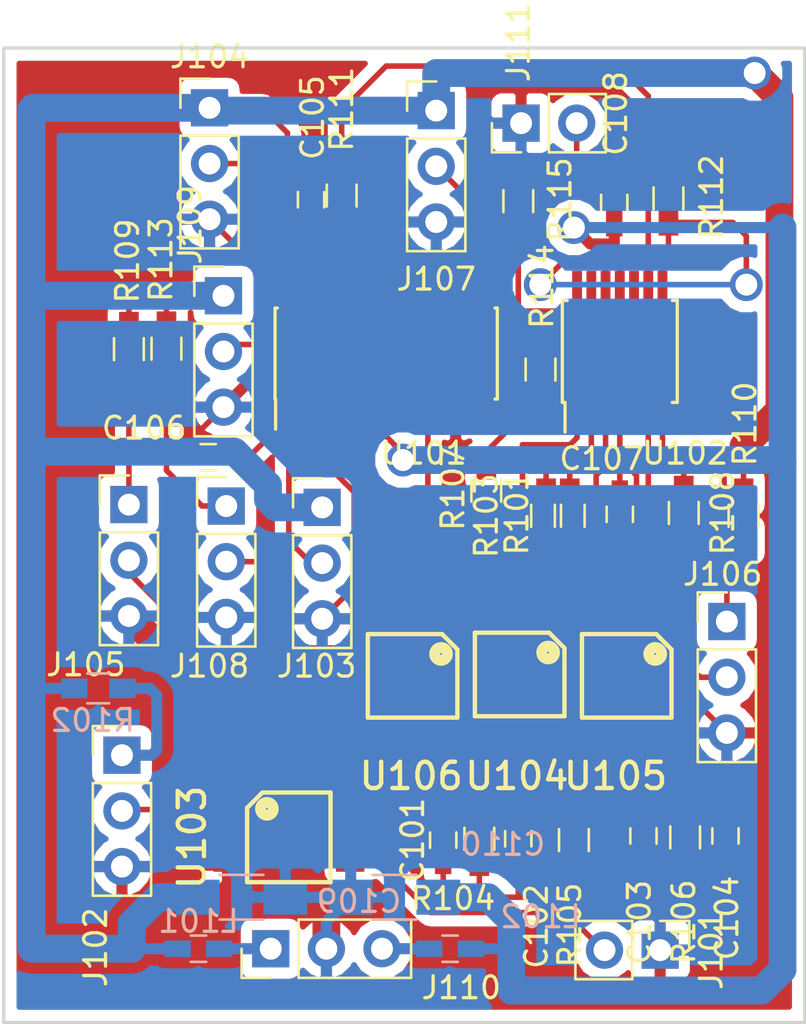
<source format=kicad_pcb>
(kicad_pcb (version 4) (host pcbnew 4.0.7-e2-6376~58~ubuntu16.04.1)

  (general
    (links 96)
    (no_connects 0)
    (area 109.144999 69.437476 149.811786 117.450619)
    (thickness 1.6)
    (drawings 9)
    (tracks 375)
    (zones 0)
    (modules 44)
    (nets 36)
  )

  (page A4)
  (layers
    (0 F.Cu signal)
    (31 B.Cu signal)
    (32 B.Adhes user hide)
    (33 F.Adhes user hide)
    (34 B.Paste user hide)
    (35 F.Paste user hide)
    (36 B.SilkS user)
    (37 F.SilkS user)
    (38 B.Mask user hide)
    (39 F.Mask user hide)
    (40 Dwgs.User user)
    (41 Cmts.User user hide)
    (42 Eco1.User user hide)
    (43 Eco2.User user hide)
    (44 Edge.Cuts user)
    (45 Margin user hide)
    (46 B.CrtYd user hide)
    (47 F.CrtYd user hide)
    (48 B.Fab user hide)
    (49 F.Fab user hide)
  )

  (setup
    (last_trace_width 1.27)
    (user_trace_width 0.127)
    (user_trace_width 0.254)
    (user_trace_width 0.381)
    (user_trace_width 0.508)
    (user_trace_width 1.27)
    (user_trace_width 2.54)
    (trace_clearance 0.127)
    (zone_clearance 0.508)
    (zone_45_only no)
    (trace_min 0.127)
    (segment_width 0.2)
    (edge_width 0.15)
    (via_size 1.5)
    (via_drill 1)
    (via_min_size 0.762)
    (via_min_drill 0.508)
    (uvia_size 1.5)
    (uvia_drill 1)
    (uvias_allowed no)
    (uvia_min_size 0.762)
    (uvia_min_drill 0.508)
    (pcb_text_width 0.3)
    (pcb_text_size 1.5 1.5)
    (mod_edge_width 0.15)
    (mod_text_size 1 1)
    (mod_text_width 0.15)
    (pad_size 1.524 1.524)
    (pad_drill 0.762)
    (pad_to_mask_clearance 0.2)
    (aux_axis_origin 0 0)
    (grid_origin 109.22 116.078)
    (visible_elements FFFFFF7F)
    (pcbplotparams
      (layerselection 0x00030_80000001)
      (usegerberextensions false)
      (excludeedgelayer true)
      (linewidth 0.100000)
      (plotframeref false)
      (viasonmask false)
      (mode 1)
      (useauxorigin false)
      (hpglpennumber 1)
      (hpglpenspeed 20)
      (hpglpendiameter 15)
      (hpglpenoverlay 2)
      (psnegative false)
      (psa4output false)
      (plotreference true)
      (plotvalue true)
      (plotinvisibletext false)
      (padsonsilk false)
      (subtractmaskfromsilk false)
      (outputformat 1)
      (mirror false)
      (drillshape 1)
      (scaleselection 1)
      (outputdirectory ""))
  )

  (net 0 "")
  (net 1 /Vin_coupled)
  (net 2 "Net-(C101-Pad2)")
  (net 3 "Net-(C102-Pad2)")
  (net 4 "Net-(C103-Pad2)")
  (net 5 GND)
  (net 6 "Net-(J102-Pad1)")
  (net 7 "Net-(J102-Pad2)")
  (net 8 VDD)
  (net 9 "Net-(J103-Pad2)")
  (net 10 "Net-(J104-Pad2)")
  (net 11 "Net-(J105-Pad1)")
  (net 12 "Net-(J105-Pad2)")
  (net 13 "Net-(J106-Pad1)")
  (net 14 "Net-(J106-Pad2)")
  (net 15 "Net-(J107-Pad2)")
  (net 16 "Net-(J108-Pad1)")
  (net 17 "Net-(J108-Pad2)")
  (net 18 "Net-(J109-Pad2)")
  (net 19 VSS)
  (net 20 "Net-(J111-Pad2)")
  (net 21 "Net-(R101-Pad1)")
  (net 22 "Net-(R101-Pad2)")
  (net 23 "Net-(R103-Pad1)")
  (net 24 "Net-(R107-Pad1)")
  (net 25 "Net-(R107-Pad2)")
  (net 26 "Net-(R108-Pad1)")
  (net 27 "Net-(R111-Pad1)")
  (net 28 "Net-(R111-Pad2)")
  (net 29 "Net-(R112-Pad1)")
  (net 30 "Net-(R114-Pad1)")
  (net 31 "Net-(R114-Pad2)")
  (net 32 "Net-(U101-Pad12)")
  (net 33 /Vatt)
  (net 34 "Net-(J110-Pad1)")
  (net 35 "Net-(J110-Pad3)")

  (net_class Default "This is the default net class."
    (clearance 0.127)
    (trace_width 0.127)
    (via_dia 1.5)
    (via_drill 1)
    (uvia_dia 1.5)
    (uvia_drill 1)
    (add_net /Vatt)
    (add_net /Vin_coupled)
    (add_net GND)
    (add_net "Net-(C101-Pad2)")
    (add_net "Net-(C102-Pad2)")
    (add_net "Net-(C103-Pad2)")
    (add_net "Net-(J102-Pad1)")
    (add_net "Net-(J102-Pad2)")
    (add_net "Net-(J103-Pad2)")
    (add_net "Net-(J104-Pad2)")
    (add_net "Net-(J105-Pad1)")
    (add_net "Net-(J105-Pad2)")
    (add_net "Net-(J106-Pad1)")
    (add_net "Net-(J106-Pad2)")
    (add_net "Net-(J107-Pad2)")
    (add_net "Net-(J108-Pad1)")
    (add_net "Net-(J108-Pad2)")
    (add_net "Net-(J109-Pad2)")
    (add_net "Net-(J110-Pad1)")
    (add_net "Net-(J110-Pad3)")
    (add_net "Net-(J111-Pad2)")
    (add_net "Net-(R101-Pad1)")
    (add_net "Net-(R101-Pad2)")
    (add_net "Net-(R103-Pad1)")
    (add_net "Net-(R107-Pad1)")
    (add_net "Net-(R107-Pad2)")
    (add_net "Net-(R108-Pad1)")
    (add_net "Net-(R111-Pad1)")
    (add_net "Net-(R111-Pad2)")
    (add_net "Net-(R112-Pad1)")
    (add_net "Net-(R114-Pad1)")
    (add_net "Net-(R114-Pad2)")
    (add_net "Net-(U101-Pad12)")
    (add_net VDD)
    (add_net VSS)
  )

  (module Capacitors_SMD:C_0603_HandSoldering (layer F.Cu) (tedit 58AA848B) (tstamp 59DE564F)
    (at 129.286 107.7595 270)
    (descr "Capacitor SMD 0603, hand soldering")
    (tags "capacitor 0603")
    (path /59DE7707)
    (attr smd)
    (fp_text reference C101 (at 0 1.397 270) (layer F.SilkS)
      (effects (font (size 1 1) (thickness 0.15)))
    )
    (fp_text value 100nF (at 0 1.5 270) (layer F.Fab)
      (effects (font (size 1 1) (thickness 0.15)))
    )
    (fp_text user %R (at 0 -1.25 270) (layer F.Fab)
      (effects (font (size 1 1) (thickness 0.15)))
    )
    (fp_line (start -0.8 0.4) (end -0.8 -0.4) (layer F.Fab) (width 0.1))
    (fp_line (start 0.8 0.4) (end -0.8 0.4) (layer F.Fab) (width 0.1))
    (fp_line (start 0.8 -0.4) (end 0.8 0.4) (layer F.Fab) (width 0.1))
    (fp_line (start -0.8 -0.4) (end 0.8 -0.4) (layer F.Fab) (width 0.1))
    (fp_line (start -0.35 -0.6) (end 0.35 -0.6) (layer F.SilkS) (width 0.12))
    (fp_line (start 0.35 0.6) (end -0.35 0.6) (layer F.SilkS) (width 0.12))
    (fp_line (start -1.8 -0.65) (end 1.8 -0.65) (layer F.CrtYd) (width 0.05))
    (fp_line (start -1.8 -0.65) (end -1.8 0.65) (layer F.CrtYd) (width 0.05))
    (fp_line (start 1.8 0.65) (end 1.8 -0.65) (layer F.CrtYd) (width 0.05))
    (fp_line (start 1.8 0.65) (end -1.8 0.65) (layer F.CrtYd) (width 0.05))
    (pad 1 smd rect (at -0.95 0 270) (size 1.2 0.75) (layers F.Cu F.Paste F.Mask)
      (net 1 /Vin_coupled))
    (pad 2 smd rect (at 0.95 0 270) (size 1.2 0.75) (layers F.Cu F.Paste F.Mask)
      (net 2 "Net-(C101-Pad2)"))
    (model Capacitors_SMD.3dshapes/C_0603.wrl
      (at (xyz 0 0 0))
      (scale (xyz 1 1 1))
      (rotate (xyz 0 0 0))
    )
  )

  (module Capacitors_SMD:C_0603_HandSoldering (layer F.Cu) (tedit 58AA848B) (tstamp 59DE5655)
    (at 132.715 107.696 270)
    (descr "Capacitor SMD 0603, hand soldering")
    (tags "capacitor 0603")
    (path /59DE4FFE)
    (attr smd)
    (fp_text reference C102 (at 4.0005 -0.8255 270) (layer F.SilkS)
      (effects (font (size 1 1) (thickness 0.15)))
    )
    (fp_text value 22pF (at 0 1.5 270) (layer F.Fab)
      (effects (font (size 1 1) (thickness 0.15)))
    )
    (fp_text user %R (at 0 -1.25 270) (layer F.Fab)
      (effects (font (size 1 1) (thickness 0.15)))
    )
    (fp_line (start -0.8 0.4) (end -0.8 -0.4) (layer F.Fab) (width 0.1))
    (fp_line (start 0.8 0.4) (end -0.8 0.4) (layer F.Fab) (width 0.1))
    (fp_line (start 0.8 -0.4) (end 0.8 0.4) (layer F.Fab) (width 0.1))
    (fp_line (start -0.8 -0.4) (end 0.8 -0.4) (layer F.Fab) (width 0.1))
    (fp_line (start -0.35 -0.6) (end 0.35 -0.6) (layer F.SilkS) (width 0.12))
    (fp_line (start 0.35 0.6) (end -0.35 0.6) (layer F.SilkS) (width 0.12))
    (fp_line (start -1.8 -0.65) (end 1.8 -0.65) (layer F.CrtYd) (width 0.05))
    (fp_line (start -1.8 -0.65) (end -1.8 0.65) (layer F.CrtYd) (width 0.05))
    (fp_line (start 1.8 0.65) (end 1.8 -0.65) (layer F.CrtYd) (width 0.05))
    (fp_line (start 1.8 0.65) (end -1.8 0.65) (layer F.CrtYd) (width 0.05))
    (pad 1 smd rect (at -0.95 0 270) (size 1.2 0.75) (layers F.Cu F.Paste F.Mask)
      (net 1 /Vin_coupled))
    (pad 2 smd rect (at 0.95 0 270) (size 1.2 0.75) (layers F.Cu F.Paste F.Mask)
      (net 3 "Net-(C102-Pad2)"))
    (model Capacitors_SMD.3dshapes/C_0603.wrl
      (at (xyz 0 0 0))
      (scale (xyz 1 1 1))
      (rotate (xyz 0 0 0))
    )
  )

  (module Capacitors_SMD:C_0603_HandSoldering (layer F.Cu) (tedit 58AA848B) (tstamp 59DE565B)
    (at 138.43 107.569 90)
    (descr "Capacitor SMD 0603, hand soldering")
    (tags "capacitor 0603")
    (path /59DE4F5D)
    (attr smd)
    (fp_text reference C103 (at -3.9395 -0.1905 90) (layer F.SilkS)
      (effects (font (size 1 1) (thickness 0.15)))
    )
    (fp_text value 180pF (at 0 1.5 90) (layer F.Fab)
      (effects (font (size 1 1) (thickness 0.15)))
    )
    (fp_text user %R (at 0 -1.25 90) (layer F.Fab)
      (effects (font (size 1 1) (thickness 0.15)))
    )
    (fp_line (start -0.8 0.4) (end -0.8 -0.4) (layer F.Fab) (width 0.1))
    (fp_line (start 0.8 0.4) (end -0.8 0.4) (layer F.Fab) (width 0.1))
    (fp_line (start 0.8 -0.4) (end 0.8 0.4) (layer F.Fab) (width 0.1))
    (fp_line (start -0.8 -0.4) (end 0.8 -0.4) (layer F.Fab) (width 0.1))
    (fp_line (start -0.35 -0.6) (end 0.35 -0.6) (layer F.SilkS) (width 0.12))
    (fp_line (start 0.35 0.6) (end -0.35 0.6) (layer F.SilkS) (width 0.12))
    (fp_line (start -1.8 -0.65) (end 1.8 -0.65) (layer F.CrtYd) (width 0.05))
    (fp_line (start -1.8 -0.65) (end -1.8 0.65) (layer F.CrtYd) (width 0.05))
    (fp_line (start 1.8 0.65) (end 1.8 -0.65) (layer F.CrtYd) (width 0.05))
    (fp_line (start 1.8 0.65) (end -1.8 0.65) (layer F.CrtYd) (width 0.05))
    (pad 1 smd rect (at -0.95 0 90) (size 1.2 0.75) (layers F.Cu F.Paste F.Mask)
      (net 3 "Net-(C102-Pad2)"))
    (pad 2 smd rect (at 0.95 0 90) (size 1.2 0.75) (layers F.Cu F.Paste F.Mask)
      (net 4 "Net-(C103-Pad2)"))
    (model Capacitors_SMD.3dshapes/C_0603.wrl
      (at (xyz 0 0 0))
      (scale (xyz 1 1 1))
      (rotate (xyz 0 0 0))
    )
  )

  (module Capacitors_SMD:C_0603_HandSoldering (layer F.Cu) (tedit 58AA848B) (tstamp 59DE5661)
    (at 142.1765 107.569 270)
    (descr "Capacitor SMD 0603, hand soldering")
    (tags "capacitor 0603")
    (path /59DE6ECC)
    (attr smd)
    (fp_text reference C104 (at 3.7465 -0.0635 270) (layer F.SilkS)
      (effects (font (size 1 1) (thickness 0.15)))
    )
    (fp_text value 1800pF (at 0 1.5 270) (layer F.Fab)
      (effects (font (size 1 1) (thickness 0.15)))
    )
    (fp_text user %R (at 0 -1.25 270) (layer F.Fab)
      (effects (font (size 1 1) (thickness 0.15)))
    )
    (fp_line (start -0.8 0.4) (end -0.8 -0.4) (layer F.Fab) (width 0.1))
    (fp_line (start 0.8 0.4) (end -0.8 0.4) (layer F.Fab) (width 0.1))
    (fp_line (start 0.8 -0.4) (end 0.8 0.4) (layer F.Fab) (width 0.1))
    (fp_line (start -0.8 -0.4) (end 0.8 -0.4) (layer F.Fab) (width 0.1))
    (fp_line (start -0.35 -0.6) (end 0.35 -0.6) (layer F.SilkS) (width 0.12))
    (fp_line (start 0.35 0.6) (end -0.35 0.6) (layer F.SilkS) (width 0.12))
    (fp_line (start -1.8 -0.65) (end 1.8 -0.65) (layer F.CrtYd) (width 0.05))
    (fp_line (start -1.8 -0.65) (end -1.8 0.65) (layer F.CrtYd) (width 0.05))
    (fp_line (start 1.8 0.65) (end 1.8 -0.65) (layer F.CrtYd) (width 0.05))
    (fp_line (start 1.8 0.65) (end -1.8 0.65) (layer F.CrtYd) (width 0.05))
    (pad 1 smd rect (at -0.95 0 270) (size 1.2 0.75) (layers F.Cu F.Paste F.Mask)
      (net 4 "Net-(C103-Pad2)"))
    (pad 2 smd rect (at 0.95 0 270) (size 1.2 0.75) (layers F.Cu F.Paste F.Mask)
      (net 5 GND))
    (model Capacitors_SMD.3dshapes/C_0603.wrl
      (at (xyz 0 0 0))
      (scale (xyz 1 1 1))
      (rotate (xyz 0 0 0))
    )
  )

  (module Pin_Headers:Pin_Header_Straight_1x02_Pitch2.54mm (layer F.Cu) (tedit 59650532) (tstamp 59DE5667)
    (at 139.192 112.776 270)
    (descr "Through hole straight pin header, 1x02, 2.54mm pitch, single row")
    (tags "Through hole pin header THT 1x02 2.54mm single row")
    (path /59DE5369)
    (fp_text reference J101 (at 0 -2.33 270) (layer F.SilkS)
      (effects (font (size 1 1) (thickness 0.15)))
    )
    (fp_text value Conn_01x02 (at 0 4.87 270) (layer F.Fab)
      (effects (font (size 1 1) (thickness 0.15)))
    )
    (fp_line (start -0.635 -1.27) (end 1.27 -1.27) (layer F.Fab) (width 0.1))
    (fp_line (start 1.27 -1.27) (end 1.27 3.81) (layer F.Fab) (width 0.1))
    (fp_line (start 1.27 3.81) (end -1.27 3.81) (layer F.Fab) (width 0.1))
    (fp_line (start -1.27 3.81) (end -1.27 -0.635) (layer F.Fab) (width 0.1))
    (fp_line (start -1.27 -0.635) (end -0.635 -1.27) (layer F.Fab) (width 0.1))
    (fp_line (start -1.33 3.87) (end 1.33 3.87) (layer F.SilkS) (width 0.12))
    (fp_line (start -1.33 1.27) (end -1.33 3.87) (layer F.SilkS) (width 0.12))
    (fp_line (start 1.33 1.27) (end 1.33 3.87) (layer F.SilkS) (width 0.12))
    (fp_line (start -1.33 1.27) (end 1.33 1.27) (layer F.SilkS) (width 0.12))
    (fp_line (start -1.33 0) (end -1.33 -1.33) (layer F.SilkS) (width 0.12))
    (fp_line (start -1.33 -1.33) (end 0 -1.33) (layer F.SilkS) (width 0.12))
    (fp_line (start -1.8 -1.8) (end -1.8 4.35) (layer F.CrtYd) (width 0.05))
    (fp_line (start -1.8 4.35) (end 1.8 4.35) (layer F.CrtYd) (width 0.05))
    (fp_line (start 1.8 4.35) (end 1.8 -1.8) (layer F.CrtYd) (width 0.05))
    (fp_line (start 1.8 -1.8) (end -1.8 -1.8) (layer F.CrtYd) (width 0.05))
    (fp_text user %R (at 0 1.27 360) (layer F.Fab)
      (effects (font (size 1 1) (thickness 0.15)))
    )
    (pad 1 thru_hole rect (at 0 0 270) (size 1.7 1.7) (drill 1) (layers *.Cu *.Mask)
      (net 5 GND))
    (pad 2 thru_hole oval (at 0 2.54 270) (size 1.7 1.7) (drill 1) (layers *.Cu *.Mask)
      (net 2 "Net-(C101-Pad2)"))
    (model ${KISYS3DMOD}/Pin_Headers.3dshapes/Pin_Header_Straight_1x02_Pitch2.54mm.wrl
      (at (xyz 0 0 0))
      (scale (xyz 1 1 1))
      (rotate (xyz 0 0 0))
    )
  )

  (module Pin_Headers:Pin_Header_Straight_1x03_Pitch2.54mm (layer F.Cu) (tedit 59650532) (tstamp 59DE566E)
    (at 114.6175 103.886)
    (descr "Through hole straight pin header, 1x03, 2.54mm pitch, single row")
    (tags "Through hole pin header THT 1x03 2.54mm single row")
    (path /59DE9D91)
    (fp_text reference J102 (at -1.2065 8.763 90) (layer F.SilkS)
      (effects (font (size 1 1) (thickness 0.15)))
    )
    (fp_text value Conn_01x03 (at 0 7.41) (layer F.Fab)
      (effects (font (size 1 1) (thickness 0.15)))
    )
    (fp_line (start -0.635 -1.27) (end 1.27 -1.27) (layer F.Fab) (width 0.1))
    (fp_line (start 1.27 -1.27) (end 1.27 6.35) (layer F.Fab) (width 0.1))
    (fp_line (start 1.27 6.35) (end -1.27 6.35) (layer F.Fab) (width 0.1))
    (fp_line (start -1.27 6.35) (end -1.27 -0.635) (layer F.Fab) (width 0.1))
    (fp_line (start -1.27 -0.635) (end -0.635 -1.27) (layer F.Fab) (width 0.1))
    (fp_line (start -1.33 6.41) (end 1.33 6.41) (layer F.SilkS) (width 0.12))
    (fp_line (start -1.33 1.27) (end -1.33 6.41) (layer F.SilkS) (width 0.12))
    (fp_line (start 1.33 1.27) (end 1.33 6.41) (layer F.SilkS) (width 0.12))
    (fp_line (start -1.33 1.27) (end 1.33 1.27) (layer F.SilkS) (width 0.12))
    (fp_line (start -1.33 0) (end -1.33 -1.33) (layer F.SilkS) (width 0.12))
    (fp_line (start -1.33 -1.33) (end 0 -1.33) (layer F.SilkS) (width 0.12))
    (fp_line (start -1.8 -1.8) (end -1.8 6.85) (layer F.CrtYd) (width 0.05))
    (fp_line (start -1.8 6.85) (end 1.8 6.85) (layer F.CrtYd) (width 0.05))
    (fp_line (start 1.8 6.85) (end 1.8 -1.8) (layer F.CrtYd) (width 0.05))
    (fp_line (start 1.8 -1.8) (end -1.8 -1.8) (layer F.CrtYd) (width 0.05))
    (fp_text user %R (at 0 2.54 90) (layer F.Fab)
      (effects (font (size 1 1) (thickness 0.15)))
    )
    (pad 1 thru_hole rect (at 0 0) (size 1.7 1.7) (drill 1) (layers *.Cu *.Mask)
      (net 6 "Net-(J102-Pad1)"))
    (pad 2 thru_hole oval (at 0 2.54) (size 1.7 1.7) (drill 1) (layers *.Cu *.Mask)
      (net 7 "Net-(J102-Pad2)"))
    (pad 3 thru_hole oval (at 0 5.08) (size 1.7 1.7) (drill 1) (layers *.Cu *.Mask)
      (net 5 GND))
    (model ${KISYS3DMOD}/Pin_Headers.3dshapes/Pin_Header_Straight_1x03_Pitch2.54mm.wrl
      (at (xyz 0 0 0))
      (scale (xyz 1 1 1))
      (rotate (xyz 0 0 0))
    )
  )

  (module Pin_Headers:Pin_Header_Straight_1x03_Pitch2.54mm (layer F.Cu) (tedit 59650532) (tstamp 59DE5675)
    (at 123.7615 92.583)
    (descr "Through hole straight pin header, 1x03, 2.54mm pitch, single row")
    (tags "Through hole pin header THT 1x03 2.54mm single row")
    (path /59DE385A)
    (fp_text reference J103 (at -0.254 7.239) (layer F.SilkS)
      (effects (font (size 1 1) (thickness 0.15)))
    )
    (fp_text value Conn_01x03 (at 0 7.41) (layer F.Fab)
      (effects (font (size 1 1) (thickness 0.15)))
    )
    (fp_line (start -0.635 -1.27) (end 1.27 -1.27) (layer F.Fab) (width 0.1))
    (fp_line (start 1.27 -1.27) (end 1.27 6.35) (layer F.Fab) (width 0.1))
    (fp_line (start 1.27 6.35) (end -1.27 6.35) (layer F.Fab) (width 0.1))
    (fp_line (start -1.27 6.35) (end -1.27 -0.635) (layer F.Fab) (width 0.1))
    (fp_line (start -1.27 -0.635) (end -0.635 -1.27) (layer F.Fab) (width 0.1))
    (fp_line (start -1.33 6.41) (end 1.33 6.41) (layer F.SilkS) (width 0.12))
    (fp_line (start -1.33 1.27) (end -1.33 6.41) (layer F.SilkS) (width 0.12))
    (fp_line (start 1.33 1.27) (end 1.33 6.41) (layer F.SilkS) (width 0.12))
    (fp_line (start -1.33 1.27) (end 1.33 1.27) (layer F.SilkS) (width 0.12))
    (fp_line (start -1.33 0) (end -1.33 -1.33) (layer F.SilkS) (width 0.12))
    (fp_line (start -1.33 -1.33) (end 0 -1.33) (layer F.SilkS) (width 0.12))
    (fp_line (start -1.8 -1.8) (end -1.8 6.85) (layer F.CrtYd) (width 0.05))
    (fp_line (start -1.8 6.85) (end 1.8 6.85) (layer F.CrtYd) (width 0.05))
    (fp_line (start 1.8 6.85) (end 1.8 -1.8) (layer F.CrtYd) (width 0.05))
    (fp_line (start 1.8 -1.8) (end -1.8 -1.8) (layer F.CrtYd) (width 0.05))
    (fp_text user %R (at 0 2.54 90) (layer F.Fab)
      (effects (font (size 1 1) (thickness 0.15)))
    )
    (pad 1 thru_hole rect (at 0 0) (size 1.7 1.7) (drill 1) (layers *.Cu *.Mask)
      (net 8 VDD))
    (pad 2 thru_hole oval (at 0 2.54) (size 1.7 1.7) (drill 1) (layers *.Cu *.Mask)
      (net 9 "Net-(J103-Pad2)"))
    (pad 3 thru_hole oval (at 0 5.08) (size 1.7 1.7) (drill 1) (layers *.Cu *.Mask)
      (net 5 GND))
    (model ${KISYS3DMOD}/Pin_Headers.3dshapes/Pin_Header_Straight_1x03_Pitch2.54mm.wrl
      (at (xyz 0 0 0))
      (scale (xyz 1 1 1))
      (rotate (xyz 0 0 0))
    )
  )

  (module Pin_Headers:Pin_Header_Straight_1x03_Pitch2.54mm (layer F.Cu) (tedit 59650532) (tstamp 59DE567C)
    (at 118.618 74.3585)
    (descr "Through hole straight pin header, 1x03, 2.54mm pitch, single row")
    (tags "Through hole pin header THT 1x03 2.54mm single row")
    (path /59DE402D)
    (fp_text reference J104 (at 0 -2.33) (layer F.SilkS)
      (effects (font (size 1 1) (thickness 0.15)))
    )
    (fp_text value Conn_01x03 (at 0 7.41) (layer F.Fab)
      (effects (font (size 1 1) (thickness 0.15)))
    )
    (fp_line (start -0.635 -1.27) (end 1.27 -1.27) (layer F.Fab) (width 0.1))
    (fp_line (start 1.27 -1.27) (end 1.27 6.35) (layer F.Fab) (width 0.1))
    (fp_line (start 1.27 6.35) (end -1.27 6.35) (layer F.Fab) (width 0.1))
    (fp_line (start -1.27 6.35) (end -1.27 -0.635) (layer F.Fab) (width 0.1))
    (fp_line (start -1.27 -0.635) (end -0.635 -1.27) (layer F.Fab) (width 0.1))
    (fp_line (start -1.33 6.41) (end 1.33 6.41) (layer F.SilkS) (width 0.12))
    (fp_line (start -1.33 1.27) (end -1.33 6.41) (layer F.SilkS) (width 0.12))
    (fp_line (start 1.33 1.27) (end 1.33 6.41) (layer F.SilkS) (width 0.12))
    (fp_line (start -1.33 1.27) (end 1.33 1.27) (layer F.SilkS) (width 0.12))
    (fp_line (start -1.33 0) (end -1.33 -1.33) (layer F.SilkS) (width 0.12))
    (fp_line (start -1.33 -1.33) (end 0 -1.33) (layer F.SilkS) (width 0.12))
    (fp_line (start -1.8 -1.8) (end -1.8 6.85) (layer F.CrtYd) (width 0.05))
    (fp_line (start -1.8 6.85) (end 1.8 6.85) (layer F.CrtYd) (width 0.05))
    (fp_line (start 1.8 6.85) (end 1.8 -1.8) (layer F.CrtYd) (width 0.05))
    (fp_line (start 1.8 -1.8) (end -1.8 -1.8) (layer F.CrtYd) (width 0.05))
    (fp_text user %R (at 0 2.54 90) (layer F.Fab)
      (effects (font (size 1 1) (thickness 0.15)))
    )
    (pad 1 thru_hole rect (at 0 0) (size 1.7 1.7) (drill 1) (layers *.Cu *.Mask)
      (net 8 VDD))
    (pad 2 thru_hole oval (at 0 2.54) (size 1.7 1.7) (drill 1) (layers *.Cu *.Mask)
      (net 10 "Net-(J104-Pad2)"))
    (pad 3 thru_hole oval (at 0 5.08) (size 1.7 1.7) (drill 1) (layers *.Cu *.Mask)
      (net 5 GND))
    (model ${KISYS3DMOD}/Pin_Headers.3dshapes/Pin_Header_Straight_1x03_Pitch2.54mm.wrl
      (at (xyz 0 0 0))
      (scale (xyz 1 1 1))
      (rotate (xyz 0 0 0))
    )
  )

  (module Pin_Headers:Pin_Header_Straight_1x03_Pitch2.54mm (layer F.Cu) (tedit 59650532) (tstamp 59DE5683)
    (at 114.935 92.456)
    (descr "Through hole straight pin header, 1x03, 2.54mm pitch, single row")
    (tags "Through hole pin header THT 1x03 2.54mm single row")
    (path /59DEAF05)
    (fp_text reference J105 (at -1.9685 7.3025) (layer F.SilkS)
      (effects (font (size 1 1) (thickness 0.15)))
    )
    (fp_text value Conn_01x03 (at 0 7.41) (layer F.Fab)
      (effects (font (size 1 1) (thickness 0.15)))
    )
    (fp_line (start -0.635 -1.27) (end 1.27 -1.27) (layer F.Fab) (width 0.1))
    (fp_line (start 1.27 -1.27) (end 1.27 6.35) (layer F.Fab) (width 0.1))
    (fp_line (start 1.27 6.35) (end -1.27 6.35) (layer F.Fab) (width 0.1))
    (fp_line (start -1.27 6.35) (end -1.27 -0.635) (layer F.Fab) (width 0.1))
    (fp_line (start -1.27 -0.635) (end -0.635 -1.27) (layer F.Fab) (width 0.1))
    (fp_line (start -1.33 6.41) (end 1.33 6.41) (layer F.SilkS) (width 0.12))
    (fp_line (start -1.33 1.27) (end -1.33 6.41) (layer F.SilkS) (width 0.12))
    (fp_line (start 1.33 1.27) (end 1.33 6.41) (layer F.SilkS) (width 0.12))
    (fp_line (start -1.33 1.27) (end 1.33 1.27) (layer F.SilkS) (width 0.12))
    (fp_line (start -1.33 0) (end -1.33 -1.33) (layer F.SilkS) (width 0.12))
    (fp_line (start -1.33 -1.33) (end 0 -1.33) (layer F.SilkS) (width 0.12))
    (fp_line (start -1.8 -1.8) (end -1.8 6.85) (layer F.CrtYd) (width 0.05))
    (fp_line (start -1.8 6.85) (end 1.8 6.85) (layer F.CrtYd) (width 0.05))
    (fp_line (start 1.8 6.85) (end 1.8 -1.8) (layer F.CrtYd) (width 0.05))
    (fp_line (start 1.8 -1.8) (end -1.8 -1.8) (layer F.CrtYd) (width 0.05))
    (fp_text user %R (at 0 2.54 90) (layer F.Fab)
      (effects (font (size 1 1) (thickness 0.15)))
    )
    (pad 1 thru_hole rect (at 0 0) (size 1.7 1.7) (drill 1) (layers *.Cu *.Mask)
      (net 11 "Net-(J105-Pad1)"))
    (pad 2 thru_hole oval (at 0 2.54) (size 1.7 1.7) (drill 1) (layers *.Cu *.Mask)
      (net 12 "Net-(J105-Pad2)"))
    (pad 3 thru_hole oval (at 0 5.08) (size 1.7 1.7) (drill 1) (layers *.Cu *.Mask)
      (net 5 GND))
    (model ${KISYS3DMOD}/Pin_Headers.3dshapes/Pin_Header_Straight_1x03_Pitch2.54mm.wrl
      (at (xyz 0 0 0))
      (scale (xyz 1 1 1))
      (rotate (xyz 0 0 0))
    )
  )

  (module Pin_Headers:Pin_Header_Straight_1x03_Pitch2.54mm (layer F.Cu) (tedit 59650532) (tstamp 59DE568A)
    (at 142.24 97.79)
    (descr "Through hole straight pin header, 1x03, 2.54mm pitch, single row")
    (tags "Through hole pin header THT 1x03 2.54mm single row")
    (path /59DEAB61)
    (fp_text reference J106 (at -0.1905 -2.159) (layer F.SilkS)
      (effects (font (size 1 1) (thickness 0.15)))
    )
    (fp_text value Conn_01x03 (at 0 7.41) (layer F.Fab)
      (effects (font (size 1 1) (thickness 0.15)))
    )
    (fp_line (start -0.635 -1.27) (end 1.27 -1.27) (layer F.Fab) (width 0.1))
    (fp_line (start 1.27 -1.27) (end 1.27 6.35) (layer F.Fab) (width 0.1))
    (fp_line (start 1.27 6.35) (end -1.27 6.35) (layer F.Fab) (width 0.1))
    (fp_line (start -1.27 6.35) (end -1.27 -0.635) (layer F.Fab) (width 0.1))
    (fp_line (start -1.27 -0.635) (end -0.635 -1.27) (layer F.Fab) (width 0.1))
    (fp_line (start -1.33 6.41) (end 1.33 6.41) (layer F.SilkS) (width 0.12))
    (fp_line (start -1.33 1.27) (end -1.33 6.41) (layer F.SilkS) (width 0.12))
    (fp_line (start 1.33 1.27) (end 1.33 6.41) (layer F.SilkS) (width 0.12))
    (fp_line (start -1.33 1.27) (end 1.33 1.27) (layer F.SilkS) (width 0.12))
    (fp_line (start -1.33 0) (end -1.33 -1.33) (layer F.SilkS) (width 0.12))
    (fp_line (start -1.33 -1.33) (end 0 -1.33) (layer F.SilkS) (width 0.12))
    (fp_line (start -1.8 -1.8) (end -1.8 6.85) (layer F.CrtYd) (width 0.05))
    (fp_line (start -1.8 6.85) (end 1.8 6.85) (layer F.CrtYd) (width 0.05))
    (fp_line (start 1.8 6.85) (end 1.8 -1.8) (layer F.CrtYd) (width 0.05))
    (fp_line (start 1.8 -1.8) (end -1.8 -1.8) (layer F.CrtYd) (width 0.05))
    (fp_text user %R (at 0 2.54 90) (layer F.Fab)
      (effects (font (size 1 1) (thickness 0.15)))
    )
    (pad 1 thru_hole rect (at 0 0) (size 1.7 1.7) (drill 1) (layers *.Cu *.Mask)
      (net 13 "Net-(J106-Pad1)"))
    (pad 2 thru_hole oval (at 0 2.54) (size 1.7 1.7) (drill 1) (layers *.Cu *.Mask)
      (net 14 "Net-(J106-Pad2)"))
    (pad 3 thru_hole oval (at 0 5.08) (size 1.7 1.7) (drill 1) (layers *.Cu *.Mask)
      (net 5 GND))
    (model ${KISYS3DMOD}/Pin_Headers.3dshapes/Pin_Header_Straight_1x03_Pitch2.54mm.wrl
      (at (xyz 0 0 0))
      (scale (xyz 1 1 1))
      (rotate (xyz 0 0 0))
    )
  )

  (module Pin_Headers:Pin_Header_Straight_1x03_Pitch2.54mm (layer F.Cu) (tedit 59650532) (tstamp 59DE5691)
    (at 128.9685 74.4855)
    (descr "Through hole straight pin header, 1x03, 2.54mm pitch, single row")
    (tags "Through hole pin header THT 1x03 2.54mm single row")
    (path /59DE428E)
    (fp_text reference J107 (at 0 7.6835) (layer F.SilkS)
      (effects (font (size 1 1) (thickness 0.15)))
    )
    (fp_text value Conn_01x03 (at 0 7.41) (layer F.Fab)
      (effects (font (size 1 1) (thickness 0.15)))
    )
    (fp_line (start -0.635 -1.27) (end 1.27 -1.27) (layer F.Fab) (width 0.1))
    (fp_line (start 1.27 -1.27) (end 1.27 6.35) (layer F.Fab) (width 0.1))
    (fp_line (start 1.27 6.35) (end -1.27 6.35) (layer F.Fab) (width 0.1))
    (fp_line (start -1.27 6.35) (end -1.27 -0.635) (layer F.Fab) (width 0.1))
    (fp_line (start -1.27 -0.635) (end -0.635 -1.27) (layer F.Fab) (width 0.1))
    (fp_line (start -1.33 6.41) (end 1.33 6.41) (layer F.SilkS) (width 0.12))
    (fp_line (start -1.33 1.27) (end -1.33 6.41) (layer F.SilkS) (width 0.12))
    (fp_line (start 1.33 1.27) (end 1.33 6.41) (layer F.SilkS) (width 0.12))
    (fp_line (start -1.33 1.27) (end 1.33 1.27) (layer F.SilkS) (width 0.12))
    (fp_line (start -1.33 0) (end -1.33 -1.33) (layer F.SilkS) (width 0.12))
    (fp_line (start -1.33 -1.33) (end 0 -1.33) (layer F.SilkS) (width 0.12))
    (fp_line (start -1.8 -1.8) (end -1.8 6.85) (layer F.CrtYd) (width 0.05))
    (fp_line (start -1.8 6.85) (end 1.8 6.85) (layer F.CrtYd) (width 0.05))
    (fp_line (start 1.8 6.85) (end 1.8 -1.8) (layer F.CrtYd) (width 0.05))
    (fp_line (start 1.8 -1.8) (end -1.8 -1.8) (layer F.CrtYd) (width 0.05))
    (fp_text user %R (at 0 2.54 90) (layer F.Fab)
      (effects (font (size 1 1) (thickness 0.15)))
    )
    (pad 1 thru_hole rect (at 0 0) (size 1.7 1.7) (drill 1) (layers *.Cu *.Mask)
      (net 8 VDD))
    (pad 2 thru_hole oval (at 0 2.54) (size 1.7 1.7) (drill 1) (layers *.Cu *.Mask)
      (net 15 "Net-(J107-Pad2)"))
    (pad 3 thru_hole oval (at 0 5.08) (size 1.7 1.7) (drill 1) (layers *.Cu *.Mask)
      (net 5 GND))
    (model ${KISYS3DMOD}/Pin_Headers.3dshapes/Pin_Header_Straight_1x03_Pitch2.54mm.wrl
      (at (xyz 0 0 0))
      (scale (xyz 1 1 1))
      (rotate (xyz 0 0 0))
    )
  )

  (module Pin_Headers:Pin_Header_Straight_1x03_Pitch2.54mm (layer F.Cu) (tedit 59650532) (tstamp 59DE5698)
    (at 119.38 92.5195)
    (descr "Through hole straight pin header, 1x03, 2.54mm pitch, single row")
    (tags "Through hole pin header THT 1x03 2.54mm single row")
    (path /59DEB2F1)
    (fp_text reference J108 (at -0.762 7.3025) (layer F.SilkS)
      (effects (font (size 1 1) (thickness 0.15)))
    )
    (fp_text value Conn_01x03 (at 0 7.41) (layer F.Fab)
      (effects (font (size 1 1) (thickness 0.15)))
    )
    (fp_line (start -0.635 -1.27) (end 1.27 -1.27) (layer F.Fab) (width 0.1))
    (fp_line (start 1.27 -1.27) (end 1.27 6.35) (layer F.Fab) (width 0.1))
    (fp_line (start 1.27 6.35) (end -1.27 6.35) (layer F.Fab) (width 0.1))
    (fp_line (start -1.27 6.35) (end -1.27 -0.635) (layer F.Fab) (width 0.1))
    (fp_line (start -1.27 -0.635) (end -0.635 -1.27) (layer F.Fab) (width 0.1))
    (fp_line (start -1.33 6.41) (end 1.33 6.41) (layer F.SilkS) (width 0.12))
    (fp_line (start -1.33 1.27) (end -1.33 6.41) (layer F.SilkS) (width 0.12))
    (fp_line (start 1.33 1.27) (end 1.33 6.41) (layer F.SilkS) (width 0.12))
    (fp_line (start -1.33 1.27) (end 1.33 1.27) (layer F.SilkS) (width 0.12))
    (fp_line (start -1.33 0) (end -1.33 -1.33) (layer F.SilkS) (width 0.12))
    (fp_line (start -1.33 -1.33) (end 0 -1.33) (layer F.SilkS) (width 0.12))
    (fp_line (start -1.8 -1.8) (end -1.8 6.85) (layer F.CrtYd) (width 0.05))
    (fp_line (start -1.8 6.85) (end 1.8 6.85) (layer F.CrtYd) (width 0.05))
    (fp_line (start 1.8 6.85) (end 1.8 -1.8) (layer F.CrtYd) (width 0.05))
    (fp_line (start 1.8 -1.8) (end -1.8 -1.8) (layer F.CrtYd) (width 0.05))
    (fp_text user %R (at 0 2.54 90) (layer F.Fab)
      (effects (font (size 1 1) (thickness 0.15)))
    )
    (pad 1 thru_hole rect (at 0 0) (size 1.7 1.7) (drill 1) (layers *.Cu *.Mask)
      (net 16 "Net-(J108-Pad1)"))
    (pad 2 thru_hole oval (at 0 2.54) (size 1.7 1.7) (drill 1) (layers *.Cu *.Mask)
      (net 17 "Net-(J108-Pad2)"))
    (pad 3 thru_hole oval (at 0 5.08) (size 1.7 1.7) (drill 1) (layers *.Cu *.Mask)
      (net 5 GND))
    (model ${KISYS3DMOD}/Pin_Headers.3dshapes/Pin_Header_Straight_1x03_Pitch2.54mm.wrl
      (at (xyz 0 0 0))
      (scale (xyz 1 1 1))
      (rotate (xyz 0 0 0))
    )
  )

  (module Pin_Headers:Pin_Header_Straight_1x03_Pitch2.54mm (layer F.Cu) (tedit 59E5669D) (tstamp 59DE569F)
    (at 119.253 82.931)
    (descr "Through hole straight pin header, 1x03, 2.54mm pitch, single row")
    (tags "Through hole pin header THT 1x03 2.54mm single row")
    (path /59DE651D)
    (fp_text reference J109 (at -1.524 -3.2385 90) (layer F.SilkS)
      (effects (font (size 1 1) (thickness 0.15)))
    )
    (fp_text value Conn_01x03 (at 0 7.41) (layer F.Fab)
      (effects (font (size 1 1) (thickness 0.15)))
    )
    (fp_line (start -0.635 -1.27) (end 1.27 -1.27) (layer F.Fab) (width 0.1))
    (fp_line (start 1.27 -1.27) (end 1.27 6.35) (layer F.Fab) (width 0.1))
    (fp_line (start 1.27 6.35) (end -1.27 6.35) (layer F.Fab) (width 0.1))
    (fp_line (start -1.27 6.35) (end -1.27 -0.635) (layer F.Fab) (width 0.1))
    (fp_line (start -1.27 -0.635) (end -0.635 -1.27) (layer F.Fab) (width 0.1))
    (fp_line (start -1.33 6.41) (end 1.33 6.41) (layer F.SilkS) (width 0.12))
    (fp_line (start -1.33 1.27) (end -1.33 6.41) (layer F.SilkS) (width 0.12))
    (fp_line (start 1.33 1.27) (end 1.33 6.41) (layer F.SilkS) (width 0.12))
    (fp_line (start -1.33 1.27) (end 1.33 1.27) (layer F.SilkS) (width 0.12))
    (fp_line (start -1.33 0) (end -1.33 -1.33) (layer F.SilkS) (width 0.12))
    (fp_line (start -1.33 -1.33) (end 0 -1.33) (layer F.SilkS) (width 0.12))
    (fp_line (start -1.8 -1.8) (end -1.8 6.85) (layer F.CrtYd) (width 0.05))
    (fp_line (start -1.8 6.85) (end 1.8 6.85) (layer F.CrtYd) (width 0.05))
    (fp_line (start 1.8 6.85) (end 1.8 -1.8) (layer F.CrtYd) (width 0.05))
    (fp_line (start 1.8 -1.8) (end -1.8 -1.8) (layer F.CrtYd) (width 0.05))
    (fp_text user %R (at 0 2.54 90) (layer F.Fab)
      (effects (font (size 1 1) (thickness 0.15)))
    )
    (pad 1 thru_hole rect (at 0 0) (size 1.7 1.7) (drill 1) (layers *.Cu *.Mask)
      (net 8 VDD))
    (pad 2 thru_hole oval (at 0 2.54) (size 1.7 1.7) (drill 1) (layers *.Cu *.Mask)
      (net 18 "Net-(J109-Pad2)"))
    (pad 3 thru_hole oval (at 0 5.08) (size 1.7 1.7) (drill 1) (layers *.Cu *.Mask)
      (net 5 GND))
    (model ${KISYS3DMOD}/Pin_Headers.3dshapes/Pin_Header_Straight_1x03_Pitch2.54mm.wrl
      (at (xyz 0 0 0))
      (scale (xyz 1 1 1))
      (rotate (xyz 0 0 0))
    )
  )

  (module Pin_Headers:Pin_Header_Straight_1x03_Pitch2.54mm (layer F.Cu) (tedit 59650532) (tstamp 59DE56A6)
    (at 121.412 112.7125 90)
    (descr "Through hole straight pin header, 1x03, 2.54mm pitch, single row")
    (tags "Through hole pin header THT 1x03 2.54mm single row")
    (path /59DEF751)
    (fp_text reference J110 (at -1.778 8.6995 180) (layer F.SilkS)
      (effects (font (size 1 1) (thickness 0.15)))
    )
    (fp_text value Conn_01x03 (at 0 7.41 90) (layer F.Fab)
      (effects (font (size 1 1) (thickness 0.15)))
    )
    (fp_line (start -0.635 -1.27) (end 1.27 -1.27) (layer F.Fab) (width 0.1))
    (fp_line (start 1.27 -1.27) (end 1.27 6.35) (layer F.Fab) (width 0.1))
    (fp_line (start 1.27 6.35) (end -1.27 6.35) (layer F.Fab) (width 0.1))
    (fp_line (start -1.27 6.35) (end -1.27 -0.635) (layer F.Fab) (width 0.1))
    (fp_line (start -1.27 -0.635) (end -0.635 -1.27) (layer F.Fab) (width 0.1))
    (fp_line (start -1.33 6.41) (end 1.33 6.41) (layer F.SilkS) (width 0.12))
    (fp_line (start -1.33 1.27) (end -1.33 6.41) (layer F.SilkS) (width 0.12))
    (fp_line (start 1.33 1.27) (end 1.33 6.41) (layer F.SilkS) (width 0.12))
    (fp_line (start -1.33 1.27) (end 1.33 1.27) (layer F.SilkS) (width 0.12))
    (fp_line (start -1.33 0) (end -1.33 -1.33) (layer F.SilkS) (width 0.12))
    (fp_line (start -1.33 -1.33) (end 0 -1.33) (layer F.SilkS) (width 0.12))
    (fp_line (start -1.8 -1.8) (end -1.8 6.85) (layer F.CrtYd) (width 0.05))
    (fp_line (start -1.8 6.85) (end 1.8 6.85) (layer F.CrtYd) (width 0.05))
    (fp_line (start 1.8 6.85) (end 1.8 -1.8) (layer F.CrtYd) (width 0.05))
    (fp_line (start 1.8 -1.8) (end -1.8 -1.8) (layer F.CrtYd) (width 0.05))
    (fp_text user %R (at 0 2.54 180) (layer F.Fab)
      (effects (font (size 1 1) (thickness 0.15)))
    )
    (pad 1 thru_hole rect (at 0 0 90) (size 1.7 1.7) (drill 1) (layers *.Cu *.Mask)
      (net 34 "Net-(J110-Pad1)"))
    (pad 2 thru_hole oval (at 0 2.54 90) (size 1.7 1.7) (drill 1) (layers *.Cu *.Mask)
      (net 5 GND))
    (pad 3 thru_hole oval (at 0 5.08 90) (size 1.7 1.7) (drill 1) (layers *.Cu *.Mask)
      (net 35 "Net-(J110-Pad3)"))
    (model ${KISYS3DMOD}/Pin_Headers.3dshapes/Pin_Header_Straight_1x03_Pitch2.54mm.wrl
      (at (xyz 0 0 0))
      (scale (xyz 1 1 1))
      (rotate (xyz 0 0 0))
    )
  )

  (module Pin_Headers:Pin_Header_Straight_1x02_Pitch2.54mm (layer F.Cu) (tedit 59650532) (tstamp 59DE56AC)
    (at 132.842 75.057 90)
    (descr "Through hole straight pin header, 1x02, 2.54mm pitch, single row")
    (tags "Through hole pin header THT 1x02 2.54mm single row")
    (path /59DEE8CE)
    (fp_text reference J111 (at 3.683 -0.127 90) (layer F.SilkS)
      (effects (font (size 1 1) (thickness 0.15)))
    )
    (fp_text value Conn_01x02 (at 0 4.87 90) (layer F.Fab)
      (effects (font (size 1 1) (thickness 0.15)))
    )
    (fp_line (start -0.635 -1.27) (end 1.27 -1.27) (layer F.Fab) (width 0.1))
    (fp_line (start 1.27 -1.27) (end 1.27 3.81) (layer F.Fab) (width 0.1))
    (fp_line (start 1.27 3.81) (end -1.27 3.81) (layer F.Fab) (width 0.1))
    (fp_line (start -1.27 3.81) (end -1.27 -0.635) (layer F.Fab) (width 0.1))
    (fp_line (start -1.27 -0.635) (end -0.635 -1.27) (layer F.Fab) (width 0.1))
    (fp_line (start -1.33 3.87) (end 1.33 3.87) (layer F.SilkS) (width 0.12))
    (fp_line (start -1.33 1.27) (end -1.33 3.87) (layer F.SilkS) (width 0.12))
    (fp_line (start 1.33 1.27) (end 1.33 3.87) (layer F.SilkS) (width 0.12))
    (fp_line (start -1.33 1.27) (end 1.33 1.27) (layer F.SilkS) (width 0.12))
    (fp_line (start -1.33 0) (end -1.33 -1.33) (layer F.SilkS) (width 0.12))
    (fp_line (start -1.33 -1.33) (end 0 -1.33) (layer F.SilkS) (width 0.12))
    (fp_line (start -1.8 -1.8) (end -1.8 4.35) (layer F.CrtYd) (width 0.05))
    (fp_line (start -1.8 4.35) (end 1.8 4.35) (layer F.CrtYd) (width 0.05))
    (fp_line (start 1.8 4.35) (end 1.8 -1.8) (layer F.CrtYd) (width 0.05))
    (fp_line (start 1.8 -1.8) (end -1.8 -1.8) (layer F.CrtYd) (width 0.05))
    (fp_text user %R (at 0 1.27 180) (layer F.Fab)
      (effects (font (size 1 1) (thickness 0.15)))
    )
    (pad 1 thru_hole rect (at 0 0 90) (size 1.7 1.7) (drill 1) (layers *.Cu *.Mask)
      (net 5 GND))
    (pad 2 thru_hole oval (at 0 2.54 90) (size 1.7 1.7) (drill 1) (layers *.Cu *.Mask)
      (net 20 "Net-(J111-Pad2)"))
    (model ${KISYS3DMOD}/Pin_Headers.3dshapes/Pin_Header_Straight_1x02_Pitch2.54mm.wrl
      (at (xyz 0 0 0))
      (scale (xyz 1 1 1))
      (rotate (xyz 0 0 0))
    )
  )

  (module Resistors_SMD:R_0603_HandSoldering (layer F.Cu) (tedit 58E0A804) (tstamp 59DE56BD)
    (at 135.0645 92.964 90)
    (descr "Resistor SMD 0603, hand soldering")
    (tags "resistor 0603")
    (path /59D9539E)
    (attr smd)
    (fp_text reference R101 (at 0.127 -2.413 90) (layer F.SilkS)
      (effects (font (size 1 1) (thickness 0.15)))
    )
    (fp_text value 2K2 (at 0 1.55 90) (layer F.Fab)
      (effects (font (size 1 1) (thickness 0.15)))
    )
    (fp_text user %R (at 0 0 90) (layer F.Fab)
      (effects (font (size 0.4 0.4) (thickness 0.075)))
    )
    (fp_line (start -0.8 0.4) (end -0.8 -0.4) (layer F.Fab) (width 0.1))
    (fp_line (start 0.8 0.4) (end -0.8 0.4) (layer F.Fab) (width 0.1))
    (fp_line (start 0.8 -0.4) (end 0.8 0.4) (layer F.Fab) (width 0.1))
    (fp_line (start -0.8 -0.4) (end 0.8 -0.4) (layer F.Fab) (width 0.1))
    (fp_line (start 0.5 0.68) (end -0.5 0.68) (layer F.SilkS) (width 0.12))
    (fp_line (start -0.5 -0.68) (end 0.5 -0.68) (layer F.SilkS) (width 0.12))
    (fp_line (start -1.96 -0.7) (end 1.95 -0.7) (layer F.CrtYd) (width 0.05))
    (fp_line (start -1.96 -0.7) (end -1.96 0.7) (layer F.CrtYd) (width 0.05))
    (fp_line (start 1.95 0.7) (end 1.95 -0.7) (layer F.CrtYd) (width 0.05))
    (fp_line (start 1.95 0.7) (end -1.96 0.7) (layer F.CrtYd) (width 0.05))
    (pad 1 smd rect (at -1.1 0 90) (size 1.2 0.9) (layers F.Cu F.Paste F.Mask)
      (net 21 "Net-(R101-Pad1)"))
    (pad 2 smd rect (at 1.1 0 90) (size 1.2 0.9) (layers F.Cu F.Paste F.Mask)
      (net 22 "Net-(R101-Pad2)"))
    (model ${KISYS3DMOD}/Resistors_SMD.3dshapes/R_0603.wrl
      (at (xyz 0 0 0))
      (scale (xyz 1 1 1))
      (rotate (xyz 0 0 0))
    )
  )

  (module Resistors_SMD:R_0603_HandSoldering (layer B.Cu) (tedit 58E0A804) (tstamp 59DE56CE)
    (at 113.538 100.838 180)
    (descr "Resistor SMD 0603, hand soldering")
    (tags "resistor 0603")
    (path /59DEA68E)
    (attr smd)
    (fp_text reference R102 (at 0.254 -1.4605 180) (layer B.SilkS)
      (effects (font (size 1 1) (thickness 0.15)) (justify mirror))
    )
    (fp_text value 1K (at 0 -1.55 180) (layer B.Fab)
      (effects (font (size 1 1) (thickness 0.15)) (justify mirror))
    )
    (fp_text user %R (at 0 0 180) (layer B.Fab)
      (effects (font (size 0.4 0.4) (thickness 0.075)) (justify mirror))
    )
    (fp_line (start -0.8 -0.4) (end -0.8 0.4) (layer B.Fab) (width 0.1))
    (fp_line (start 0.8 -0.4) (end -0.8 -0.4) (layer B.Fab) (width 0.1))
    (fp_line (start 0.8 0.4) (end 0.8 -0.4) (layer B.Fab) (width 0.1))
    (fp_line (start -0.8 0.4) (end 0.8 0.4) (layer B.Fab) (width 0.1))
    (fp_line (start 0.5 -0.68) (end -0.5 -0.68) (layer B.SilkS) (width 0.12))
    (fp_line (start -0.5 0.68) (end 0.5 0.68) (layer B.SilkS) (width 0.12))
    (fp_line (start -1.96 0.7) (end 1.95 0.7) (layer B.CrtYd) (width 0.05))
    (fp_line (start -1.96 0.7) (end -1.96 -0.7) (layer B.CrtYd) (width 0.05))
    (fp_line (start 1.95 -0.7) (end 1.95 0.7) (layer B.CrtYd) (width 0.05))
    (fp_line (start 1.95 -0.7) (end -1.96 -0.7) (layer B.CrtYd) (width 0.05))
    (pad 1 smd rect (at -1.1 0 180) (size 1.2 0.9) (layers B.Cu B.Paste B.Mask)
      (net 6 "Net-(J102-Pad1)"))
    (pad 2 smd rect (at 1.1 0 180) (size 1.2 0.9) (layers B.Cu B.Paste B.Mask)
      (net 8 VDD))
    (model ${KISYS3DMOD}/Resistors_SMD.3dshapes/R_0603.wrl
      (at (xyz 0 0 0))
      (scale (xyz 1 1 1))
      (rotate (xyz 0 0 0))
    )
  )

  (module Resistors_SMD:R_0603_HandSoldering (layer F.Cu) (tedit 58E0A804) (tstamp 59DE56DF)
    (at 133.985 92.964 90)
    (descr "Resistor SMD 0603, hand soldering")
    (tags "resistor 0603")
    (path /59D952D1)
    (attr smd)
    (fp_text reference R103 (at 0 -2.7305 90) (layer F.SilkS)
      (effects (font (size 1 1) (thickness 0.15)))
    )
    (fp_text value 4K7 (at 0 1.55 90) (layer F.Fab)
      (effects (font (size 1 1) (thickness 0.15)))
    )
    (fp_text user %R (at 0 0 90) (layer F.Fab)
      (effects (font (size 0.4 0.4) (thickness 0.075)))
    )
    (fp_line (start -0.8 0.4) (end -0.8 -0.4) (layer F.Fab) (width 0.1))
    (fp_line (start 0.8 0.4) (end -0.8 0.4) (layer F.Fab) (width 0.1))
    (fp_line (start 0.8 -0.4) (end 0.8 0.4) (layer F.Fab) (width 0.1))
    (fp_line (start -0.8 -0.4) (end 0.8 -0.4) (layer F.Fab) (width 0.1))
    (fp_line (start 0.5 0.68) (end -0.5 0.68) (layer F.SilkS) (width 0.12))
    (fp_line (start -0.5 -0.68) (end 0.5 -0.68) (layer F.SilkS) (width 0.12))
    (fp_line (start -1.96 -0.7) (end 1.95 -0.7) (layer F.CrtYd) (width 0.05))
    (fp_line (start -1.96 -0.7) (end -1.96 0.7) (layer F.CrtYd) (width 0.05))
    (fp_line (start 1.95 0.7) (end 1.95 -0.7) (layer F.CrtYd) (width 0.05))
    (fp_line (start 1.95 0.7) (end -1.96 0.7) (layer F.CrtYd) (width 0.05))
    (pad 1 smd rect (at -1.1 0 90) (size 1.2 0.9) (layers F.Cu F.Paste F.Mask)
      (net 23 "Net-(R103-Pad1)"))
    (pad 2 smd rect (at 1.1 0 90) (size 1.2 0.9) (layers F.Cu F.Paste F.Mask)
      (net 22 "Net-(R101-Pad2)"))
    (model ${KISYS3DMOD}/Resistors_SMD.3dshapes/R_0603.wrl
      (at (xyz 0 0 0))
      (scale (xyz 1 1 1))
      (rotate (xyz 0 0 0))
    )
  )

  (module Resistors_SMD:R_0603_HandSoldering (layer F.Cu) (tedit 58E0A804) (tstamp 59DE56F0)
    (at 130.937 107.696 90)
    (descr "Resistor SMD 0603, hand soldering")
    (tags "resistor 0603")
    (path /59DE4E32)
    (attr smd)
    (fp_text reference R104 (at -2.7305 -1.2065 180) (layer F.SilkS)
      (effects (font (size 1 1) (thickness 0.15)))
    )
    (fp_text value 887K (at 0 1.55 90) (layer F.Fab)
      (effects (font (size 1 1) (thickness 0.15)))
    )
    (fp_text user %R (at 0 0 90) (layer F.Fab)
      (effects (font (size 0.4 0.4) (thickness 0.075)))
    )
    (fp_line (start -0.8 0.4) (end -0.8 -0.4) (layer F.Fab) (width 0.1))
    (fp_line (start 0.8 0.4) (end -0.8 0.4) (layer F.Fab) (width 0.1))
    (fp_line (start 0.8 -0.4) (end 0.8 0.4) (layer F.Fab) (width 0.1))
    (fp_line (start -0.8 -0.4) (end 0.8 -0.4) (layer F.Fab) (width 0.1))
    (fp_line (start 0.5 0.68) (end -0.5 0.68) (layer F.SilkS) (width 0.12))
    (fp_line (start -0.5 -0.68) (end 0.5 -0.68) (layer F.SilkS) (width 0.12))
    (fp_line (start -1.96 -0.7) (end 1.95 -0.7) (layer F.CrtYd) (width 0.05))
    (fp_line (start -1.96 -0.7) (end -1.96 0.7) (layer F.CrtYd) (width 0.05))
    (fp_line (start 1.95 0.7) (end 1.95 -0.7) (layer F.CrtYd) (width 0.05))
    (fp_line (start 1.95 0.7) (end -1.96 0.7) (layer F.CrtYd) (width 0.05))
    (pad 1 smd rect (at -1.1 0 90) (size 1.2 0.9) (layers F.Cu F.Paste F.Mask)
      (net 3 "Net-(C102-Pad2)"))
    (pad 2 smd rect (at 1.1 0 90) (size 1.2 0.9) (layers F.Cu F.Paste F.Mask)
      (net 1 /Vin_coupled))
    (model ${KISYS3DMOD}/Resistors_SMD.3dshapes/R_0603.wrl
      (at (xyz 0 0 0))
      (scale (xyz 1 1 1))
      (rotate (xyz 0 0 0))
    )
  )

  (module Resistors_SMD:R_0603_HandSoldering (layer F.Cu) (tedit 58E0A804) (tstamp 59DE5701)
    (at 135.255 107.7595 270)
    (descr "Resistor SMD 0603, hand soldering")
    (tags "resistor 0603")
    (path /59DE4EBC)
    (attr smd)
    (fp_text reference R105 (at 3.8735 0.1905 270) (layer F.SilkS)
      (effects (font (size 1 1) (thickness 0.15)))
    )
    (fp_text value 90K9 (at 0 1.55 270) (layer F.Fab)
      (effects (font (size 1 1) (thickness 0.15)))
    )
    (fp_text user %R (at 0 0 270) (layer F.Fab)
      (effects (font (size 0.4 0.4) (thickness 0.075)))
    )
    (fp_line (start -0.8 0.4) (end -0.8 -0.4) (layer F.Fab) (width 0.1))
    (fp_line (start 0.8 0.4) (end -0.8 0.4) (layer F.Fab) (width 0.1))
    (fp_line (start 0.8 -0.4) (end 0.8 0.4) (layer F.Fab) (width 0.1))
    (fp_line (start -0.8 -0.4) (end 0.8 -0.4) (layer F.Fab) (width 0.1))
    (fp_line (start 0.5 0.68) (end -0.5 0.68) (layer F.SilkS) (width 0.12))
    (fp_line (start -0.5 -0.68) (end 0.5 -0.68) (layer F.SilkS) (width 0.12))
    (fp_line (start -1.96 -0.7) (end 1.95 -0.7) (layer F.CrtYd) (width 0.05))
    (fp_line (start -1.96 -0.7) (end -1.96 0.7) (layer F.CrtYd) (width 0.05))
    (fp_line (start 1.95 0.7) (end 1.95 -0.7) (layer F.CrtYd) (width 0.05))
    (fp_line (start 1.95 0.7) (end -1.96 0.7) (layer F.CrtYd) (width 0.05))
    (pad 1 smd rect (at -1.1 0 270) (size 1.2 0.9) (layers F.Cu F.Paste F.Mask)
      (net 4 "Net-(C103-Pad2)"))
    (pad 2 smd rect (at 1.1 0 270) (size 1.2 0.9) (layers F.Cu F.Paste F.Mask)
      (net 3 "Net-(C102-Pad2)"))
    (model ${KISYS3DMOD}/Resistors_SMD.3dshapes/R_0603.wrl
      (at (xyz 0 0 0))
      (scale (xyz 1 1 1))
      (rotate (xyz 0 0 0))
    )
  )

  (module Resistors_SMD:R_0603_HandSoldering (layer F.Cu) (tedit 58E0A804) (tstamp 59DE5712)
    (at 140.335 107.6325 90)
    (descr "Resistor SMD 0603, hand soldering")
    (tags "resistor 0603")
    (path /59DE6F66)
    (attr smd)
    (fp_text reference R106 (at -3.853 -0.0635 90) (layer F.SilkS)
      (effects (font (size 1 1) (thickness 0.15)))
    )
    (fp_text value 10K (at 0 1.55 90) (layer F.Fab)
      (effects (font (size 1 1) (thickness 0.15)))
    )
    (fp_text user %R (at 0 0 90) (layer F.Fab)
      (effects (font (size 0.4 0.4) (thickness 0.075)))
    )
    (fp_line (start -0.8 0.4) (end -0.8 -0.4) (layer F.Fab) (width 0.1))
    (fp_line (start 0.8 0.4) (end -0.8 0.4) (layer F.Fab) (width 0.1))
    (fp_line (start 0.8 -0.4) (end 0.8 0.4) (layer F.Fab) (width 0.1))
    (fp_line (start -0.8 -0.4) (end 0.8 -0.4) (layer F.Fab) (width 0.1))
    (fp_line (start 0.5 0.68) (end -0.5 0.68) (layer F.SilkS) (width 0.12))
    (fp_line (start -0.5 -0.68) (end 0.5 -0.68) (layer F.SilkS) (width 0.12))
    (fp_line (start -1.96 -0.7) (end 1.95 -0.7) (layer F.CrtYd) (width 0.05))
    (fp_line (start -1.96 -0.7) (end -1.96 0.7) (layer F.CrtYd) (width 0.05))
    (fp_line (start 1.95 0.7) (end 1.95 -0.7) (layer F.CrtYd) (width 0.05))
    (fp_line (start 1.95 0.7) (end -1.96 0.7) (layer F.CrtYd) (width 0.05))
    (pad 1 smd rect (at -1.1 0 90) (size 1.2 0.9) (layers F.Cu F.Paste F.Mask)
      (net 5 GND))
    (pad 2 smd rect (at 1.1 0 90) (size 1.2 0.9) (layers F.Cu F.Paste F.Mask)
      (net 4 "Net-(C103-Pad2)"))
    (model ${KISYS3DMOD}/Resistors_SMD.3dshapes/R_0603.wrl
      (at (xyz 0 0 0))
      (scale (xyz 1 1 1))
      (rotate (xyz 0 0 0))
    )
  )

  (module Resistors_SMD:R_0603_HandSoldering (layer F.Cu) (tedit 58E0A804) (tstamp 59DE5723)
    (at 131.2545 91.821 90)
    (descr "Resistor SMD 0603, hand soldering")
    (tags "resistor 0603")
    (path /59DE3FFD)
    (attr smd)
    (fp_text reference R107 (at 0.1065 -1.524 90) (layer F.SilkS)
      (effects (font (size 1 1) (thickness 0.15)))
    )
    (fp_text value 2K2 (at 0 1.55 90) (layer F.Fab)
      (effects (font (size 1 1) (thickness 0.15)))
    )
    (fp_text user %R (at 0 0 90) (layer F.Fab)
      (effects (font (size 0.4 0.4) (thickness 0.075)))
    )
    (fp_line (start -0.8 0.4) (end -0.8 -0.4) (layer F.Fab) (width 0.1))
    (fp_line (start 0.8 0.4) (end -0.8 0.4) (layer F.Fab) (width 0.1))
    (fp_line (start 0.8 -0.4) (end 0.8 0.4) (layer F.Fab) (width 0.1))
    (fp_line (start -0.8 -0.4) (end 0.8 -0.4) (layer F.Fab) (width 0.1))
    (fp_line (start 0.5 0.68) (end -0.5 0.68) (layer F.SilkS) (width 0.12))
    (fp_line (start -0.5 -0.68) (end 0.5 -0.68) (layer F.SilkS) (width 0.12))
    (fp_line (start -1.96 -0.7) (end 1.95 -0.7) (layer F.CrtYd) (width 0.05))
    (fp_line (start -1.96 -0.7) (end -1.96 0.7) (layer F.CrtYd) (width 0.05))
    (fp_line (start 1.95 0.7) (end 1.95 -0.7) (layer F.CrtYd) (width 0.05))
    (fp_line (start 1.95 0.7) (end -1.96 0.7) (layer F.CrtYd) (width 0.05))
    (pad 1 smd rect (at -1.1 0 90) (size 1.2 0.9) (layers F.Cu F.Paste F.Mask)
      (net 24 "Net-(R107-Pad1)"))
    (pad 2 smd rect (at 1.1 0 90) (size 1.2 0.9) (layers F.Cu F.Paste F.Mask)
      (net 25 "Net-(R107-Pad2)"))
    (model ${KISYS3DMOD}/Resistors_SMD.3dshapes/R_0603.wrl
      (at (xyz 0 0 0))
      (scale (xyz 1 1 1))
      (rotate (xyz 0 0 0))
    )
  )

  (module Resistors_SMD:R_0603_HandSoldering (layer F.Cu) (tedit 58E0A804) (tstamp 59DE5734)
    (at 140.2715 92.837 270)
    (descr "Resistor SMD 0603, hand soldering")
    (tags "resistor 0603")
    (path /59DE3FF6)
    (attr smd)
    (fp_text reference R108 (at 0 -1.778 270) (layer F.SilkS)
      (effects (font (size 1 1) (thickness 0.15)))
    )
    (fp_text value 4K7 (at 0 1.55 270) (layer F.Fab)
      (effects (font (size 1 1) (thickness 0.15)))
    )
    (fp_text user %R (at 0 0 270) (layer F.Fab)
      (effects (font (size 0.4 0.4) (thickness 0.075)))
    )
    (fp_line (start -0.8 0.4) (end -0.8 -0.4) (layer F.Fab) (width 0.1))
    (fp_line (start 0.8 0.4) (end -0.8 0.4) (layer F.Fab) (width 0.1))
    (fp_line (start 0.8 -0.4) (end 0.8 0.4) (layer F.Fab) (width 0.1))
    (fp_line (start -0.8 -0.4) (end 0.8 -0.4) (layer F.Fab) (width 0.1))
    (fp_line (start 0.5 0.68) (end -0.5 0.68) (layer F.SilkS) (width 0.12))
    (fp_line (start -0.5 -0.68) (end 0.5 -0.68) (layer F.SilkS) (width 0.12))
    (fp_line (start -1.96 -0.7) (end 1.95 -0.7) (layer F.CrtYd) (width 0.05))
    (fp_line (start -1.96 -0.7) (end -1.96 0.7) (layer F.CrtYd) (width 0.05))
    (fp_line (start 1.95 0.7) (end 1.95 -0.7) (layer F.CrtYd) (width 0.05))
    (fp_line (start 1.95 0.7) (end -1.96 0.7) (layer F.CrtYd) (width 0.05))
    (pad 1 smd rect (at -1.1 0 270) (size 1.2 0.9) (layers F.Cu F.Paste F.Mask)
      (net 26 "Net-(R108-Pad1)"))
    (pad 2 smd rect (at 1.1 0 270) (size 1.2 0.9) (layers F.Cu F.Paste F.Mask)
      (net 25 "Net-(R107-Pad2)"))
    (model ${KISYS3DMOD}/Resistors_SMD.3dshapes/R_0603.wrl
      (at (xyz 0 0 0))
      (scale (xyz 1 1 1))
      (rotate (xyz 0 0 0))
    )
  )

  (module Resistors_SMD:R_0603_HandSoldering (layer F.Cu) (tedit 58E0A804) (tstamp 59DE5745)
    (at 114.935 85.3645 90)
    (descr "Resistor SMD 0603, hand soldering")
    (tags "resistor 0603")
    (path /59DEAF1B)
    (attr smd)
    (fp_text reference R109 (at 4.021 -0.0635 270) (layer F.SilkS)
      (effects (font (size 1 1) (thickness 0.15)))
    )
    (fp_text value 1K (at 0 1.55 90) (layer F.Fab)
      (effects (font (size 1 1) (thickness 0.15)))
    )
    (fp_text user %R (at 0 0 90) (layer F.Fab)
      (effects (font (size 0.4 0.4) (thickness 0.075)))
    )
    (fp_line (start -0.8 0.4) (end -0.8 -0.4) (layer F.Fab) (width 0.1))
    (fp_line (start 0.8 0.4) (end -0.8 0.4) (layer F.Fab) (width 0.1))
    (fp_line (start 0.8 -0.4) (end 0.8 0.4) (layer F.Fab) (width 0.1))
    (fp_line (start -0.8 -0.4) (end 0.8 -0.4) (layer F.Fab) (width 0.1))
    (fp_line (start 0.5 0.68) (end -0.5 0.68) (layer F.SilkS) (width 0.12))
    (fp_line (start -0.5 -0.68) (end 0.5 -0.68) (layer F.SilkS) (width 0.12))
    (fp_line (start -1.96 -0.7) (end 1.95 -0.7) (layer F.CrtYd) (width 0.05))
    (fp_line (start -1.96 -0.7) (end -1.96 0.7) (layer F.CrtYd) (width 0.05))
    (fp_line (start 1.95 0.7) (end 1.95 -0.7) (layer F.CrtYd) (width 0.05))
    (fp_line (start 1.95 0.7) (end -1.96 0.7) (layer F.CrtYd) (width 0.05))
    (pad 1 smd rect (at -1.1 0 90) (size 1.2 0.9) (layers F.Cu F.Paste F.Mask)
      (net 11 "Net-(J105-Pad1)"))
    (pad 2 smd rect (at 1.1 0 90) (size 1.2 0.9) (layers F.Cu F.Paste F.Mask)
      (net 8 VDD))
    (model ${KISYS3DMOD}/Resistors_SMD.3dshapes/R_0603.wrl
      (at (xyz 0 0 0))
      (scale (xyz 1 1 1))
      (rotate (xyz 0 0 0))
    )
  )

  (module Resistors_SMD:R_0603_HandSoldering (layer F.Cu) (tedit 58E0A804) (tstamp 59DE5756)
    (at 143.002 92.964 90)
    (descr "Resistor SMD 0603, hand soldering")
    (tags "resistor 0603")
    (path /59DEAB77)
    (attr smd)
    (fp_text reference R110 (at 4.191 0.0635 270) (layer F.SilkS)
      (effects (font (size 1 1) (thickness 0.15)))
    )
    (fp_text value 1K (at 0 1.55 90) (layer F.Fab)
      (effects (font (size 1 1) (thickness 0.15)))
    )
    (fp_text user %R (at 0 0 90) (layer F.Fab)
      (effects (font (size 0.4 0.4) (thickness 0.075)))
    )
    (fp_line (start -0.8 0.4) (end -0.8 -0.4) (layer F.Fab) (width 0.1))
    (fp_line (start 0.8 0.4) (end -0.8 0.4) (layer F.Fab) (width 0.1))
    (fp_line (start 0.8 -0.4) (end 0.8 0.4) (layer F.Fab) (width 0.1))
    (fp_line (start -0.8 -0.4) (end 0.8 -0.4) (layer F.Fab) (width 0.1))
    (fp_line (start 0.5 0.68) (end -0.5 0.68) (layer F.SilkS) (width 0.12))
    (fp_line (start -0.5 -0.68) (end 0.5 -0.68) (layer F.SilkS) (width 0.12))
    (fp_line (start -1.96 -0.7) (end 1.95 -0.7) (layer F.CrtYd) (width 0.05))
    (fp_line (start -1.96 -0.7) (end -1.96 0.7) (layer F.CrtYd) (width 0.05))
    (fp_line (start 1.95 0.7) (end 1.95 -0.7) (layer F.CrtYd) (width 0.05))
    (fp_line (start 1.95 0.7) (end -1.96 0.7) (layer F.CrtYd) (width 0.05))
    (pad 1 smd rect (at -1.1 0 90) (size 1.2 0.9) (layers F.Cu F.Paste F.Mask)
      (net 13 "Net-(J106-Pad1)"))
    (pad 2 smd rect (at 1.1 0 90) (size 1.2 0.9) (layers F.Cu F.Paste F.Mask)
      (net 8 VDD))
    (model ${KISYS3DMOD}/Resistors_SMD.3dshapes/R_0603.wrl
      (at (xyz 0 0 0))
      (scale (xyz 1 1 1))
      (rotate (xyz 0 0 0))
    )
  )

  (module Resistors_SMD:R_0603_HandSoldering (layer F.Cu) (tedit 58E0A804) (tstamp 59DE5767)
    (at 124.6505 78.359 90)
    (descr "Resistor SMD 0603, hand soldering")
    (tags "resistor 0603")
    (path /59DE425E)
    (attr smd)
    (fp_text reference R111 (at 3.937 0 90) (layer F.SilkS)
      (effects (font (size 1 1) (thickness 0.15)))
    )
    (fp_text value 2K2 (at 0 1.55 90) (layer F.Fab)
      (effects (font (size 1 1) (thickness 0.15)))
    )
    (fp_text user %R (at 0 0 90) (layer F.Fab)
      (effects (font (size 0.4 0.4) (thickness 0.075)))
    )
    (fp_line (start -0.8 0.4) (end -0.8 -0.4) (layer F.Fab) (width 0.1))
    (fp_line (start 0.8 0.4) (end -0.8 0.4) (layer F.Fab) (width 0.1))
    (fp_line (start 0.8 -0.4) (end 0.8 0.4) (layer F.Fab) (width 0.1))
    (fp_line (start -0.8 -0.4) (end 0.8 -0.4) (layer F.Fab) (width 0.1))
    (fp_line (start 0.5 0.68) (end -0.5 0.68) (layer F.SilkS) (width 0.12))
    (fp_line (start -0.5 -0.68) (end 0.5 -0.68) (layer F.SilkS) (width 0.12))
    (fp_line (start -1.96 -0.7) (end 1.95 -0.7) (layer F.CrtYd) (width 0.05))
    (fp_line (start -1.96 -0.7) (end -1.96 0.7) (layer F.CrtYd) (width 0.05))
    (fp_line (start 1.95 0.7) (end 1.95 -0.7) (layer F.CrtYd) (width 0.05))
    (fp_line (start 1.95 0.7) (end -1.96 0.7) (layer F.CrtYd) (width 0.05))
    (pad 1 smd rect (at -1.1 0 90) (size 1.2 0.9) (layers F.Cu F.Paste F.Mask)
      (net 27 "Net-(R111-Pad1)"))
    (pad 2 smd rect (at 1.1 0 90) (size 1.2 0.9) (layers F.Cu F.Paste F.Mask)
      (net 28 "Net-(R111-Pad2)"))
    (model ${KISYS3DMOD}/Resistors_SMD.3dshapes/R_0603.wrl
      (at (xyz 0 0 0))
      (scale (xyz 1 1 1))
      (rotate (xyz 0 0 0))
    )
  )

  (module Resistors_SMD:R_0603_HandSoldering (layer F.Cu) (tedit 58E0A804) (tstamp 59DE5778)
    (at 139.573 78.486 90)
    (descr "Resistor SMD 0603, hand soldering")
    (tags "resistor 0603")
    (path /59DE4257)
    (attr smd)
    (fp_text reference R112 (at 0.0635 1.9685 90) (layer F.SilkS)
      (effects (font (size 1 1) (thickness 0.15)))
    )
    (fp_text value 4K7 (at 0 1.55 90) (layer F.Fab)
      (effects (font (size 1 1) (thickness 0.15)))
    )
    (fp_text user %R (at 0 0 90) (layer F.Fab)
      (effects (font (size 0.4 0.4) (thickness 0.075)))
    )
    (fp_line (start -0.8 0.4) (end -0.8 -0.4) (layer F.Fab) (width 0.1))
    (fp_line (start 0.8 0.4) (end -0.8 0.4) (layer F.Fab) (width 0.1))
    (fp_line (start 0.8 -0.4) (end 0.8 0.4) (layer F.Fab) (width 0.1))
    (fp_line (start -0.8 -0.4) (end 0.8 -0.4) (layer F.Fab) (width 0.1))
    (fp_line (start 0.5 0.68) (end -0.5 0.68) (layer F.SilkS) (width 0.12))
    (fp_line (start -0.5 -0.68) (end 0.5 -0.68) (layer F.SilkS) (width 0.12))
    (fp_line (start -1.96 -0.7) (end 1.95 -0.7) (layer F.CrtYd) (width 0.05))
    (fp_line (start -1.96 -0.7) (end -1.96 0.7) (layer F.CrtYd) (width 0.05))
    (fp_line (start 1.95 0.7) (end 1.95 -0.7) (layer F.CrtYd) (width 0.05))
    (fp_line (start 1.95 0.7) (end -1.96 0.7) (layer F.CrtYd) (width 0.05))
    (pad 1 smd rect (at -1.1 0 90) (size 1.2 0.9) (layers F.Cu F.Paste F.Mask)
      (net 29 "Net-(R112-Pad1)"))
    (pad 2 smd rect (at 1.1 0 90) (size 1.2 0.9) (layers F.Cu F.Paste F.Mask)
      (net 28 "Net-(R111-Pad2)"))
    (model ${KISYS3DMOD}/Resistors_SMD.3dshapes/R_0603.wrl
      (at (xyz 0 0 0))
      (scale (xyz 1 1 1))
      (rotate (xyz 0 0 0))
    )
  )

  (module Resistors_SMD:R_0603_HandSoldering (layer F.Cu) (tedit 58E0A804) (tstamp 59DE5789)
    (at 116.6495 85.344 90)
    (descr "Resistor SMD 0603, hand soldering")
    (tags "resistor 0603")
    (path /59DEB307)
    (attr smd)
    (fp_text reference R113 (at 4.064 -0.254 270) (layer F.SilkS)
      (effects (font (size 1 1) (thickness 0.15)))
    )
    (fp_text value 1K (at 0 1.55 90) (layer F.Fab)
      (effects (font (size 1 1) (thickness 0.15)))
    )
    (fp_text user %R (at 0 0 90) (layer F.Fab)
      (effects (font (size 0.4 0.4) (thickness 0.075)))
    )
    (fp_line (start -0.8 0.4) (end -0.8 -0.4) (layer F.Fab) (width 0.1))
    (fp_line (start 0.8 0.4) (end -0.8 0.4) (layer F.Fab) (width 0.1))
    (fp_line (start 0.8 -0.4) (end 0.8 0.4) (layer F.Fab) (width 0.1))
    (fp_line (start -0.8 -0.4) (end 0.8 -0.4) (layer F.Fab) (width 0.1))
    (fp_line (start 0.5 0.68) (end -0.5 0.68) (layer F.SilkS) (width 0.12))
    (fp_line (start -0.5 -0.68) (end 0.5 -0.68) (layer F.SilkS) (width 0.12))
    (fp_line (start -1.96 -0.7) (end 1.95 -0.7) (layer F.CrtYd) (width 0.05))
    (fp_line (start -1.96 -0.7) (end -1.96 0.7) (layer F.CrtYd) (width 0.05))
    (fp_line (start 1.95 0.7) (end 1.95 -0.7) (layer F.CrtYd) (width 0.05))
    (fp_line (start 1.95 0.7) (end -1.96 0.7) (layer F.CrtYd) (width 0.05))
    (pad 1 smd rect (at -1.1 0 90) (size 1.2 0.9) (layers F.Cu F.Paste F.Mask)
      (net 16 "Net-(J108-Pad1)"))
    (pad 2 smd rect (at 1.1 0 90) (size 1.2 0.9) (layers F.Cu F.Paste F.Mask)
      (net 8 VDD))
    (model ${KISYS3DMOD}/Resistors_SMD.3dshapes/R_0603.wrl
      (at (xyz 0 0 0))
      (scale (xyz 1 1 1))
      (rotate (xyz 0 0 0))
    )
  )

  (module Resistors_SMD:R_0603_HandSoldering (layer F.Cu) (tedit 58E0A804) (tstamp 59DE579A)
    (at 133.731 86.2965 90)
    (descr "Resistor SMD 0603, hand soldering")
    (tags "resistor 0603")
    (path /59DE64EC)
    (attr smd)
    (fp_text reference R114 (at 3.7895 0.0635 90) (layer F.SilkS)
      (effects (font (size 1 1) (thickness 0.15)))
    )
    (fp_text value 2K2 (at 0 1.55 90) (layer F.Fab)
      (effects (font (size 1 1) (thickness 0.15)))
    )
    (fp_text user %R (at 0 0 90) (layer F.Fab)
      (effects (font (size 0.4 0.4) (thickness 0.075)))
    )
    (fp_line (start -0.8 0.4) (end -0.8 -0.4) (layer F.Fab) (width 0.1))
    (fp_line (start 0.8 0.4) (end -0.8 0.4) (layer F.Fab) (width 0.1))
    (fp_line (start 0.8 -0.4) (end 0.8 0.4) (layer F.Fab) (width 0.1))
    (fp_line (start -0.8 -0.4) (end 0.8 -0.4) (layer F.Fab) (width 0.1))
    (fp_line (start 0.5 0.68) (end -0.5 0.68) (layer F.SilkS) (width 0.12))
    (fp_line (start -0.5 -0.68) (end 0.5 -0.68) (layer F.SilkS) (width 0.12))
    (fp_line (start -1.96 -0.7) (end 1.95 -0.7) (layer F.CrtYd) (width 0.05))
    (fp_line (start -1.96 -0.7) (end -1.96 0.7) (layer F.CrtYd) (width 0.05))
    (fp_line (start 1.95 0.7) (end 1.95 -0.7) (layer F.CrtYd) (width 0.05))
    (fp_line (start 1.95 0.7) (end -1.96 0.7) (layer F.CrtYd) (width 0.05))
    (pad 1 smd rect (at -1.1 0 90) (size 1.2 0.9) (layers F.Cu F.Paste F.Mask)
      (net 30 "Net-(R114-Pad1)"))
    (pad 2 smd rect (at 1.1 0 90) (size 1.2 0.9) (layers F.Cu F.Paste F.Mask)
      (net 31 "Net-(R114-Pad2)"))
    (model ${KISYS3DMOD}/Resistors_SMD.3dshapes/R_0603.wrl
      (at (xyz 0 0 0))
      (scale (xyz 1 1 1))
      (rotate (xyz 0 0 0))
    )
  )

  (module Resistors_SMD:R_0603_HandSoldering (layer F.Cu) (tedit 58E0A804) (tstamp 59DE57AB)
    (at 132.715 78.613 90)
    (descr "Resistor SMD 0603, hand soldering")
    (tags "resistor 0603")
    (path /59DE64E5)
    (attr smd)
    (fp_text reference R115 (at 0.0635 1.905 90) (layer F.SilkS)
      (effects (font (size 1 1) (thickness 0.15)))
    )
    (fp_text value 10K (at 0 1.55 90) (layer F.Fab)
      (effects (font (size 1 1) (thickness 0.15)))
    )
    (fp_text user %R (at 0 0 90) (layer F.Fab)
      (effects (font (size 0.4 0.4) (thickness 0.075)))
    )
    (fp_line (start -0.8 0.4) (end -0.8 -0.4) (layer F.Fab) (width 0.1))
    (fp_line (start 0.8 0.4) (end -0.8 0.4) (layer F.Fab) (width 0.1))
    (fp_line (start 0.8 -0.4) (end 0.8 0.4) (layer F.Fab) (width 0.1))
    (fp_line (start -0.8 -0.4) (end 0.8 -0.4) (layer F.Fab) (width 0.1))
    (fp_line (start 0.5 0.68) (end -0.5 0.68) (layer F.SilkS) (width 0.12))
    (fp_line (start -0.5 -0.68) (end 0.5 -0.68) (layer F.SilkS) (width 0.12))
    (fp_line (start -1.96 -0.7) (end 1.95 -0.7) (layer F.CrtYd) (width 0.05))
    (fp_line (start -1.96 -0.7) (end -1.96 0.7) (layer F.CrtYd) (width 0.05))
    (fp_line (start 1.95 0.7) (end 1.95 -0.7) (layer F.CrtYd) (width 0.05))
    (fp_line (start 1.95 0.7) (end -1.96 0.7) (layer F.CrtYd) (width 0.05))
    (pad 1 smd rect (at -1.1 0 90) (size 1.2 0.9) (layers F.Cu F.Paste F.Mask)
      (net 20 "Net-(J111-Pad2)"))
    (pad 2 smd rect (at 1.1 0 90) (size 1.2 0.9) (layers F.Cu F.Paste F.Mask)
      (net 31 "Net-(R114-Pad2)"))
    (model ${KISYS3DMOD}/Resistors_SMD.3dshapes/R_0603.wrl
      (at (xyz 0 0 0))
      (scale (xyz 1 1 1))
      (rotate (xyz 0 0 0))
    )
  )

  (module Housings_SOIC:SOIC-16_3.9x9.9mm_Pitch1.27mm (layer F.Cu) (tedit 58CC8F64) (tstamp 59DE57BF)
    (at 126.6825 85.565 90)
    (descr "16-Lead Plastic Small Outline (SL) - Narrow, 3.90 mm Body [SOIC] (see Microchip Packaging Specification 00000049BS.pdf)")
    (tags "SOIC 1.27")
    (path /59DE35B8)
    (attr smd)
    (fp_text reference U101 (at -4.5415 1.7145 180) (layer F.SilkS)
      (effects (font (size 1 1) (thickness 0.15)))
    )
    (fp_text value MAX4522CSE+ (at 0 6 90) (layer F.Fab)
      (effects (font (size 1 1) (thickness 0.15)))
    )
    (fp_text user %R (at 0 0 90) (layer F.Fab)
      (effects (font (size 0.9 0.9) (thickness 0.135)))
    )
    (fp_line (start -0.95 -4.95) (end 1.95 -4.95) (layer F.Fab) (width 0.15))
    (fp_line (start 1.95 -4.95) (end 1.95 4.95) (layer F.Fab) (width 0.15))
    (fp_line (start 1.95 4.95) (end -1.95 4.95) (layer F.Fab) (width 0.15))
    (fp_line (start -1.95 4.95) (end -1.95 -3.95) (layer F.Fab) (width 0.15))
    (fp_line (start -1.95 -3.95) (end -0.95 -4.95) (layer F.Fab) (width 0.15))
    (fp_line (start -3.7 -5.25) (end -3.7 5.25) (layer F.CrtYd) (width 0.05))
    (fp_line (start 3.7 -5.25) (end 3.7 5.25) (layer F.CrtYd) (width 0.05))
    (fp_line (start -3.7 -5.25) (end 3.7 -5.25) (layer F.CrtYd) (width 0.05))
    (fp_line (start -3.7 5.25) (end 3.7 5.25) (layer F.CrtYd) (width 0.05))
    (fp_line (start -2.075 -5.075) (end -2.075 -5.05) (layer F.SilkS) (width 0.15))
    (fp_line (start 2.075 -5.075) (end 2.075 -4.97) (layer F.SilkS) (width 0.15))
    (fp_line (start 2.075 5.075) (end 2.075 4.97) (layer F.SilkS) (width 0.15))
    (fp_line (start -2.075 5.075) (end -2.075 4.97) (layer F.SilkS) (width 0.15))
    (fp_line (start -2.075 -5.075) (end 2.075 -5.075) (layer F.SilkS) (width 0.15))
    (fp_line (start -2.075 5.075) (end 2.075 5.075) (layer F.SilkS) (width 0.15))
    (fp_line (start -2.075 -5.05) (end -3.45 -5.05) (layer F.SilkS) (width 0.15))
    (pad 1 smd rect (at -2.7 -4.445 90) (size 1.5 0.6) (layers F.Cu F.Paste F.Mask)
      (net 9 "Net-(J103-Pad2)"))
    (pad 2 smd rect (at -2.7 -3.175 90) (size 1.5 0.6) (layers F.Cu F.Paste F.Mask)
      (net 5 GND))
    (pad 3 smd rect (at -2.7 -1.905 90) (size 1.5 0.6) (layers F.Cu F.Paste F.Mask)
      (net 21 "Net-(R101-Pad1)"))
    (pad 4 smd rect (at -2.7 -0.635 90) (size 1.5 0.6) (layers F.Cu F.Paste F.Mask)
      (net 19 VSS))
    (pad 5 smd rect (at -2.7 0.635 90) (size 1.5 0.6) (layers F.Cu F.Paste F.Mask)
      (net 5 GND))
    (pad 6 smd rect (at -2.7 1.905 90) (size 1.5 0.6) (layers F.Cu F.Paste F.Mask)
      (net 24 "Net-(R107-Pad1)"))
    (pad 7 smd rect (at -2.7 3.175 90) (size 1.5 0.6) (layers F.Cu F.Paste F.Mask)
      (net 5 GND))
    (pad 8 smd rect (at -2.7 4.445 90) (size 1.5 0.6) (layers F.Cu F.Paste F.Mask)
      (net 18 "Net-(J109-Pad2)"))
    (pad 9 smd rect (at 2.7 4.445 90) (size 1.5 0.6) (layers F.Cu F.Paste F.Mask)
      (net 15 "Net-(J107-Pad2)"))
    (pad 10 smd rect (at 2.7 3.175 90) (size 1.5 0.6) (layers F.Cu F.Paste F.Mask)
      (net 5 GND))
    (pad 11 smd rect (at 2.7 1.905 90) (size 1.5 0.6) (layers F.Cu F.Paste F.Mask)
      (net 27 "Net-(R111-Pad1)"))
    (pad 12 smd rect (at 2.7 0.635 90) (size 1.5 0.6) (layers F.Cu F.Paste F.Mask)
      (net 32 "Net-(U101-Pad12)"))
    (pad 13 smd rect (at 2.7 -0.635 90) (size 1.5 0.6) (layers F.Cu F.Paste F.Mask)
      (net 8 VDD))
    (pad 14 smd rect (at 2.7 -1.905 90) (size 1.5 0.6) (layers F.Cu F.Paste F.Mask)
      (net 30 "Net-(R114-Pad1)"))
    (pad 15 smd rect (at 2.7 -3.175 90) (size 1.5 0.6) (layers F.Cu F.Paste F.Mask)
      (net 5 GND))
    (pad 16 smd rect (at 2.7 -4.445 90) (size 1.5 0.6) (layers F.Cu F.Paste F.Mask)
      (net 10 "Net-(J104-Pad2)"))
    (model ${KISYS3DMOD}/Housings_SOIC.3dshapes/SOIC-16_3.9x9.9mm_Pitch1.27mm.wrl
      (at (xyz 0 0 0))
      (scale (xyz 1 1 1))
      (rotate (xyz 0 0 0))
    )
  )

  (module Housings_SSOP:TSSOP-14_4.4x5mm_Pitch0.65mm (layer F.Cu) (tedit 54130A77) (tstamp 59DE57D1)
    (at 137.3505 85.471 90)
    (descr "14-Lead Plastic Thin Shrink Small Outline (ST)-4.4 mm Body [TSSOP] (see Microchip Packaging Specification 00000049BS.pdf)")
    (tags "SSOP 0.65")
    (path /59D951A5)
    (attr smd)
    (fp_text reference U102 (at -4.6355 2.9845 180) (layer F.SilkS)
      (effects (font (size 1 1) (thickness 0.15)))
    )
    (fp_text value TLV3544 (at 0 3.55 90) (layer F.Fab)
      (effects (font (size 1 1) (thickness 0.15)))
    )
    (fp_line (start -1.2 -2.5) (end 2.2 -2.5) (layer F.Fab) (width 0.15))
    (fp_line (start 2.2 -2.5) (end 2.2 2.5) (layer F.Fab) (width 0.15))
    (fp_line (start 2.2 2.5) (end -2.2 2.5) (layer F.Fab) (width 0.15))
    (fp_line (start -2.2 2.5) (end -2.2 -1.5) (layer F.Fab) (width 0.15))
    (fp_line (start -2.2 -1.5) (end -1.2 -2.5) (layer F.Fab) (width 0.15))
    (fp_line (start -3.95 -2.8) (end -3.95 2.8) (layer F.CrtYd) (width 0.05))
    (fp_line (start 3.95 -2.8) (end 3.95 2.8) (layer F.CrtYd) (width 0.05))
    (fp_line (start -3.95 -2.8) (end 3.95 -2.8) (layer F.CrtYd) (width 0.05))
    (fp_line (start -3.95 2.8) (end 3.95 2.8) (layer F.CrtYd) (width 0.05))
    (fp_line (start -2.325 -2.625) (end -2.325 -2.5) (layer F.SilkS) (width 0.15))
    (fp_line (start 2.325 -2.625) (end 2.325 -2.4) (layer F.SilkS) (width 0.15))
    (fp_line (start 2.325 2.625) (end 2.325 2.4) (layer F.SilkS) (width 0.15))
    (fp_line (start -2.325 2.625) (end -2.325 2.4) (layer F.SilkS) (width 0.15))
    (fp_line (start -2.325 -2.625) (end 2.325 -2.625) (layer F.SilkS) (width 0.15))
    (fp_line (start -2.325 2.625) (end 2.325 2.625) (layer F.SilkS) (width 0.15))
    (fp_line (start -2.325 -2.5) (end -3.675 -2.5) (layer F.SilkS) (width 0.15))
    (fp_text user %R (at 0 0 90) (layer F.Fab)
      (effects (font (size 0.8 0.8) (thickness 0.15)))
    )
    (pad 1 smd rect (at -2.95 -1.95 90) (size 1.45 0.45) (layers F.Cu F.Paste F.Mask)
      (net 23 "Net-(R103-Pad1)"))
    (pad 2 smd rect (at -2.95 -1.3 90) (size 1.45 0.45) (layers F.Cu F.Paste F.Mask)
      (net 22 "Net-(R101-Pad2)"))
    (pad 3 smd rect (at -2.95 -0.65 90) (size 1.45 0.45) (layers F.Cu F.Paste F.Mask)
      (net 33 /Vatt))
    (pad 4 smd rect (at -2.95 0 90) (size 1.45 0.45) (layers F.Cu F.Paste F.Mask)
      (net 8 VDD))
    (pad 5 smd rect (at -2.95 0.65 90) (size 1.45 0.45) (layers F.Cu F.Paste F.Mask)
      (net 23 "Net-(R103-Pad1)"))
    (pad 6 smd rect (at -2.95 1.3 90) (size 1.45 0.45) (layers F.Cu F.Paste F.Mask)
      (net 25 "Net-(R107-Pad2)"))
    (pad 7 smd rect (at -2.95 1.95 90) (size 1.45 0.45) (layers F.Cu F.Paste F.Mask)
      (net 26 "Net-(R108-Pad1)"))
    (pad 8 smd rect (at 2.95 1.95 90) (size 1.45 0.45) (layers F.Cu F.Paste F.Mask)
      (net 29 "Net-(R112-Pad1)"))
    (pad 9 smd rect (at 2.95 1.3 90) (size 1.45 0.45) (layers F.Cu F.Paste F.Mask)
      (net 28 "Net-(R111-Pad2)"))
    (pad 10 smd rect (at 2.95 0.65 90) (size 1.45 0.45) (layers F.Cu F.Paste F.Mask)
      (net 26 "Net-(R108-Pad1)"))
    (pad 11 smd rect (at 2.95 0 90) (size 1.45 0.45) (layers F.Cu F.Paste F.Mask)
      (net 19 VSS))
    (pad 12 smd rect (at 2.95 -0.65 90) (size 1.45 0.45) (layers F.Cu F.Paste F.Mask)
      (net 29 "Net-(R112-Pad1)"))
    (pad 13 smd rect (at 2.95 -1.3 90) (size 1.45 0.45) (layers F.Cu F.Paste F.Mask)
      (net 31 "Net-(R114-Pad2)"))
    (pad 14 smd rect (at 2.95 -1.95 90) (size 1.45 0.45) (layers F.Cu F.Paste F.Mask)
      (net 20 "Net-(J111-Pad2)"))
    (model ${KISYS3DMOD}/Housings_SSOP.3dshapes/TSSOP-14_4.4x5mm_Pitch0.65mm.wrl
      (at (xyz 0 0 0))
      (scale (xyz 1 1 1))
      (rotate (xyz 0 0 0))
    )
  )

  (module library:2.54SOP4 (layer F.Cu) (tedit 59DE5F68) (tstamp 59DE57D9)
    (at 122.2375 107.6325 270)
    (path /59DE7CEC)
    (fp_text reference U103 (at 0 4.42 270) (layer F.SilkS)
      (effects (font (size 1.2 1.2) (thickness 0.2)))
    )
    (fp_text value CPC1017N (at 0 -4.42 270) (layer F.SilkS) hide
      (effects (font (size 1.2 1.2) (thickness 0.2)))
    )
    (fp_circle (center -1.3 1) (end -1.3 1.29) (layer F.SilkS) (width 0.5))
    (fp_line (start -2.045 1.205) (end -1.345 1.905) (layer F.SilkS) (width 0.2))
    (fp_line (start 2.045 -1.905) (end -2.045 -1.905) (layer F.SilkS) (width 0.2))
    (fp_line (start 2.045 -1.905) (end 2.045 1.905) (layer F.SilkS) (width 0.2))
    (fp_line (start -1.345 1.905) (end 2.045 1.905) (layer F.SilkS) (width 0.2))
    (fp_line (start -2.045 -1.905) (end -2.045 1.205) (layer F.SilkS) (width 0.2))
    (pad 4 smd rect (at -1.27 -2.8 270) (size 0.6 1.3) (layers F.Cu F.Paste F.Mask)
      (net 1 /Vin_coupled))
    (pad 3 smd rect (at 1.27 -2.8 270) (size 0.6 1.3) (layers F.Cu F.Paste F.Mask)
      (net 2 "Net-(C101-Pad2)"))
    (pad 2 smd rect (at 1.27 2.8 270) (size 0.6 1.3) (layers F.Cu F.Paste F.Mask)
      (net 5 GND))
    (pad 1 smd rect (at -1.27 2.8 270) (size 0.6 1.3) (layers F.Cu F.Paste F.Mask)
      (net 7 "Net-(J102-Pad2)"))
  )

  (module library:2.54SOP4 (layer F.Cu) (tedit 59DE5F65) (tstamp 59DE57E1)
    (at 132.7785 100.203 180)
    (path /59DE6B9D)
    (fp_text reference U104 (at 0.127 -4.6355 180) (layer F.SilkS)
      (effects (font (size 1.2 1.2) (thickness 0.2)))
    )
    (fp_text value CPC1017N (at 0 -4.42 180) (layer F.SilkS) hide
      (effects (font (size 1.2 1.2) (thickness 0.2)))
    )
    (fp_circle (center -1.3 1) (end -1.3 1.29) (layer F.SilkS) (width 0.5))
    (fp_line (start -2.045 1.205) (end -1.345 1.905) (layer F.SilkS) (width 0.2))
    (fp_line (start 2.045 -1.905) (end -2.045 -1.905) (layer F.SilkS) (width 0.2))
    (fp_line (start 2.045 -1.905) (end 2.045 1.905) (layer F.SilkS) (width 0.2))
    (fp_line (start -1.345 1.905) (end 2.045 1.905) (layer F.SilkS) (width 0.2))
    (fp_line (start -2.045 -1.905) (end -2.045 1.205) (layer F.SilkS) (width 0.2))
    (pad 4 smd rect (at -1.27 -2.8 180) (size 0.6 1.3) (layers F.Cu F.Paste F.Mask)
      (net 3 "Net-(C102-Pad2)"))
    (pad 3 smd rect (at 1.27 -2.8 180) (size 0.6 1.3) (layers F.Cu F.Paste F.Mask)
      (net 33 /Vatt))
    (pad 2 smd rect (at 1.27 2.8 180) (size 0.6 1.3) (layers F.Cu F.Paste F.Mask)
      (net 5 GND))
    (pad 1 smd rect (at -1.27 2.8 180) (size 0.6 1.3) (layers F.Cu F.Paste F.Mask)
      (net 12 "Net-(J105-Pad2)"))
  )

  (module library:2.54SOP4 (layer F.Cu) (tedit 59DE5F6B) (tstamp 59DE57E9)
    (at 137.668 100.2665 180)
    (path /59DE825F)
    (fp_text reference U105 (at 0.508 -4.572 180) (layer F.SilkS)
      (effects (font (size 1.2 1.2) (thickness 0.2)))
    )
    (fp_text value CPC1017N (at -7.3025 -0.3175 180) (layer F.SilkS) hide
      (effects (font (size 1.2 1.2) (thickness 0.2)))
    )
    (fp_circle (center -1.3 1) (end -1.3 1.29) (layer F.SilkS) (width 0.5))
    (fp_line (start -2.045 1.205) (end -1.345 1.905) (layer F.SilkS) (width 0.2))
    (fp_line (start 2.045 -1.905) (end -2.045 -1.905) (layer F.SilkS) (width 0.2))
    (fp_line (start 2.045 -1.905) (end 2.045 1.905) (layer F.SilkS) (width 0.2))
    (fp_line (start -1.345 1.905) (end 2.045 1.905) (layer F.SilkS) (width 0.2))
    (fp_line (start -2.045 -1.905) (end -2.045 1.205) (layer F.SilkS) (width 0.2))
    (pad 4 smd rect (at -1.27 -2.8 180) (size 0.6 1.3) (layers F.Cu F.Paste F.Mask)
      (net 4 "Net-(C103-Pad2)"))
    (pad 3 smd rect (at 1.27 -2.8 180) (size 0.6 1.3) (layers F.Cu F.Paste F.Mask)
      (net 33 /Vatt))
    (pad 2 smd rect (at 1.27 2.8 180) (size 0.6 1.3) (layers F.Cu F.Paste F.Mask)
      (net 5 GND))
    (pad 1 smd rect (at -1.27 2.8 180) (size 0.6 1.3) (layers F.Cu F.Paste F.Mask)
      (net 14 "Net-(J106-Pad2)"))
  )

  (module library:2.54SOP4 (layer F.Cu) (tedit 59DE5F62) (tstamp 59DE57F1)
    (at 127.889 100.2665 180)
    (path /59DE8AE2)
    (fp_text reference U106 (at 0.0635 -4.572 180) (layer F.SilkS)
      (effects (font (size 1.2 1.2) (thickness 0.2)))
    )
    (fp_text value CPC1017N (at 0 -4.42 180) (layer F.SilkS) hide
      (effects (font (size 1.2 1.2) (thickness 0.2)))
    )
    (fp_circle (center -1.3 1) (end -1.3 1.29) (layer F.SilkS) (width 0.5))
    (fp_line (start -2.045 1.205) (end -1.345 1.905) (layer F.SilkS) (width 0.2))
    (fp_line (start 2.045 -1.905) (end -2.045 -1.905) (layer F.SilkS) (width 0.2))
    (fp_line (start 2.045 -1.905) (end 2.045 1.905) (layer F.SilkS) (width 0.2))
    (fp_line (start -1.345 1.905) (end 2.045 1.905) (layer F.SilkS) (width 0.2))
    (fp_line (start -2.045 -1.905) (end -2.045 1.205) (layer F.SilkS) (width 0.2))
    (pad 4 smd rect (at -1.27 -2.8 180) (size 0.6 1.3) (layers F.Cu F.Paste F.Mask)
      (net 1 /Vin_coupled))
    (pad 3 smd rect (at 1.27 -2.8 180) (size 0.6 1.3) (layers F.Cu F.Paste F.Mask)
      (net 33 /Vatt))
    (pad 2 smd rect (at 1.27 2.8 180) (size 0.6 1.3) (layers F.Cu F.Paste F.Mask)
      (net 5 GND))
    (pad 1 smd rect (at -1.27 2.8 180) (size 0.6 1.3) (layers F.Cu F.Paste F.Mask)
      (net 17 "Net-(J108-Pad2)"))
  )

  (module Capacitors_SMD:C_0603_HandSoldering (layer F.Cu) (tedit 58AA848B) (tstamp 59DE603C)
    (at 123.2535 78.5495 90)
    (descr "Capacitor SMD 0603, hand soldering")
    (tags "capacitor 0603")
    (path /59DF3C3E)
    (attr smd)
    (fp_text reference C105 (at 3.7465 0.0635 90) (layer F.SilkS)
      (effects (font (size 1 1) (thickness 0.15)))
    )
    (fp_text value 100nF (at 0 1.5 90) (layer F.Fab)
      (effects (font (size 1 1) (thickness 0.15)))
    )
    (fp_text user %R (at 0 -1.25 90) (layer F.Fab)
      (effects (font (size 1 1) (thickness 0.15)))
    )
    (fp_line (start -0.8 0.4) (end -0.8 -0.4) (layer F.Fab) (width 0.1))
    (fp_line (start 0.8 0.4) (end -0.8 0.4) (layer F.Fab) (width 0.1))
    (fp_line (start 0.8 -0.4) (end 0.8 0.4) (layer F.Fab) (width 0.1))
    (fp_line (start -0.8 -0.4) (end 0.8 -0.4) (layer F.Fab) (width 0.1))
    (fp_line (start -0.35 -0.6) (end 0.35 -0.6) (layer F.SilkS) (width 0.12))
    (fp_line (start 0.35 0.6) (end -0.35 0.6) (layer F.SilkS) (width 0.12))
    (fp_line (start -1.8 -0.65) (end 1.8 -0.65) (layer F.CrtYd) (width 0.05))
    (fp_line (start -1.8 -0.65) (end -1.8 0.65) (layer F.CrtYd) (width 0.05))
    (fp_line (start 1.8 0.65) (end 1.8 -0.65) (layer F.CrtYd) (width 0.05))
    (fp_line (start 1.8 0.65) (end -1.8 0.65) (layer F.CrtYd) (width 0.05))
    (pad 1 smd rect (at -0.95 0 90) (size 1.2 0.75) (layers F.Cu F.Paste F.Mask)
      (net 8 VDD))
    (pad 2 smd rect (at 0.95 0 90) (size 1.2 0.75) (layers F.Cu F.Paste F.Mask)
      (net 5 GND))
    (model Capacitors_SMD.3dshapes/C_0603.wrl
      (at (xyz 0 0 0))
      (scale (xyz 1 1 1))
      (rotate (xyz 0 0 0))
    )
  )

  (module Capacitors_SMD:C_0603_HandSoldering (layer F.Cu) (tedit 58AA848B) (tstamp 59DE6042)
    (at 118.5545 90.297)
    (descr "Capacitor SMD 0603, hand soldering")
    (tags "capacitor 0603")
    (path /59DF4918)
    (attr smd)
    (fp_text reference C106 (at -2.921 -1.3335) (layer F.SilkS)
      (effects (font (size 1 1) (thickness 0.15)))
    )
    (fp_text value 100nF (at 0 1.5) (layer F.Fab)
      (effects (font (size 1 1) (thickness 0.15)))
    )
    (fp_text user %R (at 0 -1.25) (layer F.Fab)
      (effects (font (size 1 1) (thickness 0.15)))
    )
    (fp_line (start -0.8 0.4) (end -0.8 -0.4) (layer F.Fab) (width 0.1))
    (fp_line (start 0.8 0.4) (end -0.8 0.4) (layer F.Fab) (width 0.1))
    (fp_line (start 0.8 -0.4) (end 0.8 0.4) (layer F.Fab) (width 0.1))
    (fp_line (start -0.8 -0.4) (end 0.8 -0.4) (layer F.Fab) (width 0.1))
    (fp_line (start -0.35 -0.6) (end 0.35 -0.6) (layer F.SilkS) (width 0.12))
    (fp_line (start 0.35 0.6) (end -0.35 0.6) (layer F.SilkS) (width 0.12))
    (fp_line (start -1.8 -0.65) (end 1.8 -0.65) (layer F.CrtYd) (width 0.05))
    (fp_line (start -1.8 -0.65) (end -1.8 0.65) (layer F.CrtYd) (width 0.05))
    (fp_line (start 1.8 0.65) (end 1.8 -0.65) (layer F.CrtYd) (width 0.05))
    (fp_line (start 1.8 0.65) (end -1.8 0.65) (layer F.CrtYd) (width 0.05))
    (pad 1 smd rect (at -0.95 0) (size 1.2 0.75) (layers F.Cu F.Paste F.Mask)
      (net 5 GND))
    (pad 2 smd rect (at 0.95 0) (size 1.2 0.75) (layers F.Cu F.Paste F.Mask)
      (net 19 VSS))
    (model Capacitors_SMD.3dshapes/C_0603.wrl
      (at (xyz 0 0 0))
      (scale (xyz 1 1 1))
      (rotate (xyz 0 0 0))
    )
  )

  (module Capacitors_SMD:C_0603_HandSoldering (layer F.Cu) (tedit 58AA848B) (tstamp 59DE6048)
    (at 137.3505 92.9005 270)
    (descr "Capacitor SMD 0603, hand soldering")
    (tags "capacitor 0603")
    (path /59DF37C5)
    (attr smd)
    (fp_text reference C107 (at -2.54 0.8255 360) (layer F.SilkS)
      (effects (font (size 1 1) (thickness 0.15)))
    )
    (fp_text value 100nF (at 0 1.5 270) (layer F.Fab)
      (effects (font (size 1 1) (thickness 0.15)))
    )
    (fp_text user %R (at 0 -1.25 270) (layer F.Fab)
      (effects (font (size 1 1) (thickness 0.15)))
    )
    (fp_line (start -0.8 0.4) (end -0.8 -0.4) (layer F.Fab) (width 0.1))
    (fp_line (start 0.8 0.4) (end -0.8 0.4) (layer F.Fab) (width 0.1))
    (fp_line (start 0.8 -0.4) (end 0.8 0.4) (layer F.Fab) (width 0.1))
    (fp_line (start -0.8 -0.4) (end 0.8 -0.4) (layer F.Fab) (width 0.1))
    (fp_line (start -0.35 -0.6) (end 0.35 -0.6) (layer F.SilkS) (width 0.12))
    (fp_line (start 0.35 0.6) (end -0.35 0.6) (layer F.SilkS) (width 0.12))
    (fp_line (start -1.8 -0.65) (end 1.8 -0.65) (layer F.CrtYd) (width 0.05))
    (fp_line (start -1.8 -0.65) (end -1.8 0.65) (layer F.CrtYd) (width 0.05))
    (fp_line (start 1.8 0.65) (end 1.8 -0.65) (layer F.CrtYd) (width 0.05))
    (fp_line (start 1.8 0.65) (end -1.8 0.65) (layer F.CrtYd) (width 0.05))
    (pad 1 smd rect (at -0.95 0 270) (size 1.2 0.75) (layers F.Cu F.Paste F.Mask)
      (net 8 VDD))
    (pad 2 smd rect (at 0.95 0 270) (size 1.2 0.75) (layers F.Cu F.Paste F.Mask)
      (net 5 GND))
    (model Capacitors_SMD.3dshapes/C_0603.wrl
      (at (xyz 0 0 0))
      (scale (xyz 1 1 1))
      (rotate (xyz 0 0 0))
    )
  )

  (module Capacitors_SMD:C_0603_HandSoldering (layer F.Cu) (tedit 58AA848B) (tstamp 59DE604E)
    (at 137.0965 78.6765 270)
    (descr "Capacitor SMD 0603, hand soldering")
    (tags "capacitor 0603")
    (path /59DF435A)
    (attr smd)
    (fp_text reference C108 (at -4.064 -0.0635 270) (layer F.SilkS)
      (effects (font (size 1 1) (thickness 0.15)))
    )
    (fp_text value 100nF (at 0 1.5 270) (layer F.Fab)
      (effects (font (size 1 1) (thickness 0.15)))
    )
    (fp_text user %R (at 0 -1.25 270) (layer F.Fab)
      (effects (font (size 1 1) (thickness 0.15)))
    )
    (fp_line (start -0.8 0.4) (end -0.8 -0.4) (layer F.Fab) (width 0.1))
    (fp_line (start 0.8 0.4) (end -0.8 0.4) (layer F.Fab) (width 0.1))
    (fp_line (start 0.8 -0.4) (end 0.8 0.4) (layer F.Fab) (width 0.1))
    (fp_line (start -0.8 -0.4) (end 0.8 -0.4) (layer F.Fab) (width 0.1))
    (fp_line (start -0.35 -0.6) (end 0.35 -0.6) (layer F.SilkS) (width 0.12))
    (fp_line (start 0.35 0.6) (end -0.35 0.6) (layer F.SilkS) (width 0.12))
    (fp_line (start -1.8 -0.65) (end 1.8 -0.65) (layer F.CrtYd) (width 0.05))
    (fp_line (start -1.8 -0.65) (end -1.8 0.65) (layer F.CrtYd) (width 0.05))
    (fp_line (start 1.8 0.65) (end 1.8 -0.65) (layer F.CrtYd) (width 0.05))
    (fp_line (start 1.8 0.65) (end -1.8 0.65) (layer F.CrtYd) (width 0.05))
    (pad 1 smd rect (at -0.95 0 270) (size 1.2 0.75) (layers F.Cu F.Paste F.Mask)
      (net 5 GND))
    (pad 2 smd rect (at 0.95 0 270) (size 1.2 0.75) (layers F.Cu F.Paste F.Mask)
      (net 19 VSS))
    (model Capacitors_SMD.3dshapes/C_0603.wrl
      (at (xyz 0 0 0))
      (scale (xyz 1 1 1))
      (rotate (xyz 0 0 0))
    )
  )

  (module Capacitors_SMD:C_1206_HandSoldering (layer B.Cu) (tedit 58AA84D1) (tstamp 59DE6054)
    (at 120.0785 110.363)
    (descr "Capacitor SMD 1206, hand soldering")
    (tags "capacitor 1206")
    (path /59DF2604)
    (attr smd)
    (fp_text reference C109 (at 5.36347 0.1905 180) (layer B.SilkS)
      (effects (font (size 1 1) (thickness 0.15)) (justify mirror))
    )
    (fp_text value "10uF 10V Tantalum" (at 0 -2) (layer B.Fab)
      (effects (font (size 1 1) (thickness 0.15)) (justify mirror))
    )
    (fp_text user %R (at 0 1.75) (layer B.Fab)
      (effects (font (size 1 1) (thickness 0.15)) (justify mirror))
    )
    (fp_line (start -1.6 -0.8) (end -1.6 0.8) (layer B.Fab) (width 0.1))
    (fp_line (start 1.6 -0.8) (end -1.6 -0.8) (layer B.Fab) (width 0.1))
    (fp_line (start 1.6 0.8) (end 1.6 -0.8) (layer B.Fab) (width 0.1))
    (fp_line (start -1.6 0.8) (end 1.6 0.8) (layer B.Fab) (width 0.1))
    (fp_line (start 1 1.02) (end -1 1.02) (layer B.SilkS) (width 0.12))
    (fp_line (start -1 -1.02) (end 1 -1.02) (layer B.SilkS) (width 0.12))
    (fp_line (start -3.25 1.05) (end 3.25 1.05) (layer B.CrtYd) (width 0.05))
    (fp_line (start -3.25 1.05) (end -3.25 -1.05) (layer B.CrtYd) (width 0.05))
    (fp_line (start 3.25 -1.05) (end 3.25 1.05) (layer B.CrtYd) (width 0.05))
    (fp_line (start 3.25 -1.05) (end -3.25 -1.05) (layer B.CrtYd) (width 0.05))
    (pad 1 smd rect (at -2 0) (size 2 1.6) (layers B.Cu B.Paste B.Mask)
      (net 8 VDD))
    (pad 2 smd rect (at 2 0) (size 2 1.6) (layers B.Cu B.Paste B.Mask)
      (net 5 GND))
    (model Capacitors_SMD.3dshapes/C_1206.wrl
      (at (xyz 0 0 0))
      (scale (xyz 1 1 1))
      (rotate (xyz 0 0 0))
    )
  )

  (module Capacitors_SMD:C_1206_HandSoldering (layer B.Cu) (tedit 58AA84D1) (tstamp 59DE605A)
    (at 127.0635 110.363)
    (descr "Capacitor SMD 1206, hand soldering")
    (tags "capacitor 1206")
    (path /59DF2941)
    (attr smd)
    (fp_text reference C110 (at 4.953 -2.413 180) (layer B.SilkS)
      (effects (font (size 1 1) (thickness 0.15)) (justify mirror))
    )
    (fp_text value "10uF 10V Tantalum" (at 0 -2) (layer B.Fab)
      (effects (font (size 1 1) (thickness 0.15)) (justify mirror))
    )
    (fp_text user %R (at 0 1.75) (layer B.Fab)
      (effects (font (size 1 1) (thickness 0.15)) (justify mirror))
    )
    (fp_line (start -1.6 -0.8) (end -1.6 0.8) (layer B.Fab) (width 0.1))
    (fp_line (start 1.6 -0.8) (end -1.6 -0.8) (layer B.Fab) (width 0.1))
    (fp_line (start 1.6 0.8) (end 1.6 -0.8) (layer B.Fab) (width 0.1))
    (fp_line (start -1.6 0.8) (end 1.6 0.8) (layer B.Fab) (width 0.1))
    (fp_line (start 1 1.02) (end -1 1.02) (layer B.SilkS) (width 0.12))
    (fp_line (start -1 -1.02) (end 1 -1.02) (layer B.SilkS) (width 0.12))
    (fp_line (start -3.25 1.05) (end 3.25 1.05) (layer B.CrtYd) (width 0.05))
    (fp_line (start -3.25 1.05) (end -3.25 -1.05) (layer B.CrtYd) (width 0.05))
    (fp_line (start 3.25 -1.05) (end 3.25 1.05) (layer B.CrtYd) (width 0.05))
    (fp_line (start 3.25 -1.05) (end -3.25 -1.05) (layer B.CrtYd) (width 0.05))
    (pad 1 smd rect (at -2 0) (size 2 1.6) (layers B.Cu B.Paste B.Mask)
      (net 5 GND))
    (pad 2 smd rect (at 2 0) (size 2 1.6) (layers B.Cu B.Paste B.Mask)
      (net 19 VSS))
    (model Capacitors_SMD.3dshapes/C_1206.wrl
      (at (xyz 0 0 0))
      (scale (xyz 1 1 1))
      (rotate (xyz 0 0 0))
    )
  )

  (module Capacitors_SMD:C_0603_HandSoldering (layer B.Cu) (tedit 58AA848B) (tstamp 59DE6060)
    (at 118.11 112.7125 180)
    (descr "Capacitor SMD 0603, hand soldering")
    (tags "capacitor 0603")
    (path /59DF1F0B)
    (attr smd)
    (fp_text reference L101 (at 0 1.25 180) (layer B.SilkS)
      (effects (font (size 1 1) (thickness 0.15)) (justify mirror))
    )
    (fp_text value " BLM18AG121SN1D" (at 0 -1.5 180) (layer B.Fab)
      (effects (font (size 1 1) (thickness 0.15)) (justify mirror))
    )
    (fp_text user %R (at 0 1.25 180) (layer B.Fab)
      (effects (font (size 1 1) (thickness 0.15)) (justify mirror))
    )
    (fp_line (start -0.8 -0.4) (end -0.8 0.4) (layer B.Fab) (width 0.1))
    (fp_line (start 0.8 -0.4) (end -0.8 -0.4) (layer B.Fab) (width 0.1))
    (fp_line (start 0.8 0.4) (end 0.8 -0.4) (layer B.Fab) (width 0.1))
    (fp_line (start -0.8 0.4) (end 0.8 0.4) (layer B.Fab) (width 0.1))
    (fp_line (start -0.35 0.6) (end 0.35 0.6) (layer B.SilkS) (width 0.12))
    (fp_line (start 0.35 -0.6) (end -0.35 -0.6) (layer B.SilkS) (width 0.12))
    (fp_line (start -1.8 0.65) (end 1.8 0.65) (layer B.CrtYd) (width 0.05))
    (fp_line (start -1.8 0.65) (end -1.8 -0.65) (layer B.CrtYd) (width 0.05))
    (fp_line (start 1.8 -0.65) (end 1.8 0.65) (layer B.CrtYd) (width 0.05))
    (fp_line (start 1.8 -0.65) (end -1.8 -0.65) (layer B.CrtYd) (width 0.05))
    (pad 1 smd rect (at -0.95 0 180) (size 1.2 0.75) (layers B.Cu B.Paste B.Mask)
      (net 34 "Net-(J110-Pad1)"))
    (pad 2 smd rect (at 0.95 0 180) (size 1.2 0.75) (layers B.Cu B.Paste B.Mask)
      (net 8 VDD))
    (model Capacitors_SMD.3dshapes/C_0603.wrl
      (at (xyz 0 0 0))
      (scale (xyz 1 1 1))
      (rotate (xyz 0 0 0))
    )
  )

  (module Capacitors_SMD:C_0603_HandSoldering (layer B.Cu) (tedit 58AA848B) (tstamp 59DE6066)
    (at 129.6035 112.7125)
    (descr "Capacitor SMD 0603, hand soldering")
    (tags "capacitor 0603")
    (path /59DF2C16)
    (attr smd)
    (fp_text reference L102 (at 4.13 -1.4605) (layer B.SilkS)
      (effects (font (size 1 1) (thickness 0.15)) (justify mirror))
    )
    (fp_text value " BLM18AG121SN1D" (at 0 -1.5) (layer B.Fab)
      (effects (font (size 1 1) (thickness 0.15)) (justify mirror))
    )
    (fp_text user %R (at 0 1.25) (layer B.Fab)
      (effects (font (size 1 1) (thickness 0.15)) (justify mirror))
    )
    (fp_line (start -0.8 -0.4) (end -0.8 0.4) (layer B.Fab) (width 0.1))
    (fp_line (start 0.8 -0.4) (end -0.8 -0.4) (layer B.Fab) (width 0.1))
    (fp_line (start 0.8 0.4) (end 0.8 -0.4) (layer B.Fab) (width 0.1))
    (fp_line (start -0.8 0.4) (end 0.8 0.4) (layer B.Fab) (width 0.1))
    (fp_line (start -0.35 0.6) (end 0.35 0.6) (layer B.SilkS) (width 0.12))
    (fp_line (start 0.35 -0.6) (end -0.35 -0.6) (layer B.SilkS) (width 0.12))
    (fp_line (start -1.8 0.65) (end 1.8 0.65) (layer B.CrtYd) (width 0.05))
    (fp_line (start -1.8 0.65) (end -1.8 -0.65) (layer B.CrtYd) (width 0.05))
    (fp_line (start 1.8 -0.65) (end 1.8 0.65) (layer B.CrtYd) (width 0.05))
    (fp_line (start 1.8 -0.65) (end -1.8 -0.65) (layer B.CrtYd) (width 0.05))
    (pad 1 smd rect (at -0.95 0) (size 1.2 0.75) (layers B.Cu B.Paste B.Mask)
      (net 35 "Net-(J110-Pad3)"))
    (pad 2 smd rect (at 0.95 0) (size 1.2 0.75) (layers B.Cu B.Paste B.Mask)
      (net 19 VSS))
    (model Capacitors_SMD.3dshapes/C_0603.wrl
      (at (xyz 0 0 0))
      (scale (xyz 1 1 1))
      (rotate (xyz 0 0 0))
    )
  )

  (gr_line (start 145.796 116.078) (end 145.796 71.628) (angle 90) (layer Edge.Cuts) (width 0.15))
  (gr_line (start 109.22 116.078) (end 145.796 116.078) (angle 90) (layer Edge.Cuts) (width 0.15))
  (gr_line (start 109.22 71.628) (end 109.22 116.078) (angle 90) (layer Edge.Cuts) (width 0.15))
  (gr_line (start 145.796 71.628) (end 109.22 71.628) (angle 90) (layer Edge.Cuts) (width 0.15))
  (gr_line (start 141.6685 92.964) (end 113.2205 92.964) (layer Dwgs.User) (width 0.2) (tstamp 59DE67EC))
  (gr_line (start 141.605 78.613) (end 113.157 78.613) (layer Dwgs.User) (width 0.2) (tstamp 59DE5EEE))
  (gr_line (start 141.6685 85.471) (end 113.2205 85.471) (layer Dwgs.User) (width 0.2) (tstamp 59DE5E7B))
  (gr_line (start 141.732 102.235) (end 113.284 102.235) (layer Dwgs.User) (width 0.2) (tstamp 59DE5DDC))
  (gr_line (start 141.732 107.696) (end 113.284 107.696) (layer Dwgs.User) (width 0.2))

  (segment (start 129.159 103.0665) (end 129.159 103.9705) (width 0.254) (layer F.Cu) (net 1))
  (segment (start 129.159 103.9705) (end 129.2225 104.034) (width 0.254) (layer F.Cu) (net 1))
  (segment (start 129.2225 104.034) (end 129.2225 104.7115) (width 0.254) (layer F.Cu) (net 1))
  (segment (start 125.0375 106.3625) (end 127.254 106.3625) (width 0.254) (layer F.Cu) (net 1))
  (segment (start 127.254 106.3625) (end 127.254 104.7115) (width 0.254) (layer F.Cu) (net 1))
  (segment (start 127.254 104.7115) (end 129.2225 104.7115) (width 0.254) (layer F.Cu) (net 1))
  (segment (start 129.2225 104.7115) (end 129.286 104.775) (width 0.254) (layer F.Cu) (net 1))
  (segment (start 129.286 106.8095) (end 129.286 104.775) (width 0.254) (layer F.Cu) (net 1))
  (segment (start 129.286 104.775) (end 129.286 104.7115) (width 0.254) (layer F.Cu) (net 1))
  (segment (start 132.715 104.7115) (end 131.318 104.7115) (width 0.254) (layer F.Cu) (net 1))
  (segment (start 131.318 104.7115) (end 130.8735 104.7115) (width 0.254) (layer F.Cu) (net 1))
  (segment (start 129.286 104.7115) (end 130.6195 104.7115) (width 0.254) (layer F.Cu) (net 1))
  (segment (start 130.6195 104.7115) (end 130.8735 104.7115) (width 0.254) (layer F.Cu) (net 1))
  (segment (start 132.715 106.746) (end 132.715 104.7115) (width 0.254) (layer F.Cu) (net 1))
  (segment (start 130.8735 104.7115) (end 130.937 104.775) (width 0.254) (layer F.Cu) (net 1))
  (segment (start 130.937 104.775) (end 130.937 106.596) (width 0.254) (layer F.Cu) (net 1))
  (segment (start 125.0375 108.9025) (end 126.5555 108.9025) (width 0.254) (layer F.Cu) (net 2))
  (segment (start 126.5555 108.9025) (end 128.7145 111.0615) (width 0.254) (layer F.Cu) (net 2))
  (segment (start 128.7145 111.0615) (end 129.286 111.0615) (width 0.254) (layer F.Cu) (net 2))
  (segment (start 129.286 111.0615) (end 134.874 111.0615) (width 0.254) (layer F.Cu) (net 2))
  (segment (start 129.286 108.7095) (end 129.286 110.8075) (width 0.254) (layer F.Cu) (net 2))
  (segment (start 129.286 110.8075) (end 129.286 111.0615) (width 0.254) (layer F.Cu) (net 2))
  (segment (start 134.874 111.0615) (end 136.5885 112.776) (width 0.254) (layer F.Cu) (net 2))
  (segment (start 134.0485 103.003) (end 134.0485 110.363) (width 0.254) (layer F.Cu) (net 3))
  (segment (start 132.715 110.363) (end 134.0485 110.363) (width 0.254) (layer F.Cu) (net 3))
  (segment (start 134.0485 110.363) (end 135.128 110.363) (width 0.254) (layer F.Cu) (net 3))
  (segment (start 138.3665 110.363) (end 138.43 110.2995) (width 0.254) (layer F.Cu) (net 3))
  (segment (start 138.43 110.2995) (end 138.43 108.519) (width 0.254) (layer F.Cu) (net 3))
  (segment (start 135.128 110.363) (end 138.3665 110.363) (width 0.254) (layer F.Cu) (net 3))
  (segment (start 135.128 110.363) (end 135.255 110.236) (width 0.254) (layer F.Cu) (net 3))
  (segment (start 135.255 110.236) (end 135.255 108.8595) (width 0.254) (layer F.Cu) (net 3))
  (segment (start 130.937 108.796) (end 130.937 110.363) (width 0.254) (layer F.Cu) (net 3))
  (segment (start 130.937 110.363) (end 132.715 110.363) (width 0.254) (layer F.Cu) (net 3))
  (segment (start 132.715 110.363) (end 132.715 108.646) (width 0.254) (layer F.Cu) (net 3))
  (segment (start 138.303 105.2195) (end 138.938 105.2195) (width 0.254) (layer F.Cu) (net 4))
  (segment (start 138.938 105.2195) (end 140.3985 105.2195) (width 0.254) (layer F.Cu) (net 4))
  (segment (start 138.938 103.0665) (end 138.938 103.9705) (width 0.254) (layer F.Cu) (net 4))
  (segment (start 138.938 103.9705) (end 138.938 105.2195) (width 0.254) (layer F.Cu) (net 4))
  (segment (start 142.1765 105.2195) (end 141.0335 105.2195) (width 0.254) (layer F.Cu) (net 4))
  (segment (start 141.0335 105.2195) (end 140.3985 105.2195) (width 0.254) (layer F.Cu) (net 4))
  (segment (start 141.097 105.156) (end 141.0335 105.2195) (width 0.254) (layer F.Cu) (net 4))
  (segment (start 142.1765 106.619) (end 142.1765 105.2195) (width 0.254) (layer F.Cu) (net 4))
  (segment (start 140.3985 105.2195) (end 140.335 105.283) (width 0.254) (layer F.Cu) (net 4))
  (segment (start 140.335 105.283) (end 140.335 106.5325) (width 0.254) (layer F.Cu) (net 4))
  (segment (start 138.303 105.2195) (end 138.43 105.3465) (width 0.254) (layer F.Cu) (net 4))
  (segment (start 138.43 105.3465) (end 138.43 106.619) (width 0.254) (layer F.Cu) (net 4))
  (segment (start 135.255 105.2195) (end 138.303 105.2195) (width 0.254) (layer F.Cu) (net 4))
  (segment (start 135.255 106.6595) (end 135.255 105.2195) (width 0.254) (layer F.Cu) (net 4))
  (segment (start 129.8575 88.265) (end 129.8575 87.815) (width 0.508) (layer F.Cu) (net 5))
  (segment (start 129.8575 87.815) (end 127.831 85.7885) (width 0.508) (layer F.Cu) (net 5))
  (segment (start 127.831 85.7885) (end 126.099 85.7885) (width 0.508) (layer F.Cu) (net 5))
  (segment (start 119.253 88.011) (end 121.4755 85.7885) (width 0.508) (layer F.Cu) (net 5))
  (segment (start 121.4755 85.7885) (end 126.099 85.7885) (width 0.508) (layer F.Cu) (net 5))
  (segment (start 126.099 85.7885) (end 127.3175 87.007) (width 0.508) (layer F.Cu) (net 5))
  (segment (start 127.3175 87.007) (end 127.3175 88.265) (width 0.508) (layer F.Cu) (net 5))
  (segment (start 118.618 79.4385) (end 117.221 79.4385) (width 0.254) (layer F.Cu) (net 5))
  (segment (start 117.221 79.4385) (end 116.332 78.5495) (width 0.254) (layer F.Cu) (net 5))
  (segment (start 116.332 78.5495) (end 116.332 73.9775) (width 0.254) (layer F.Cu) (net 5))
  (segment (start 116.332 73.9775) (end 117.6655 72.644) (width 0.254) (layer F.Cu) (net 5))
  (segment (start 117.6655 72.644) (end 121.285 72.644) (width 0.254) (layer F.Cu) (net 5))
  (segment (start 121.285 72.644) (end 123.2535 74.6125) (width 0.254) (layer F.Cu) (net 5))
  (segment (start 123.2535 74.6125) (end 123.2535 76.7455) (width 0.254) (layer F.Cu) (net 5))
  (segment (start 123.2535 76.7455) (end 123.2535 77.5995) (width 0.254) (layer F.Cu) (net 5))
  (segment (start 118.618 79.4385) (end 121.158 81.9785) (width 0.254) (layer F.Cu) (net 5))
  (segment (start 121.158 81.9785) (end 121.158 84.3915) (width 0.254) (layer F.Cu) (net 5))
  (segment (start 123.5075 84.328) (end 123.5075 82.865) (width 0.254) (layer F.Cu) (net 5))
  (segment (start 121.158 84.3915) (end 123.444 84.3915) (width 0.254) (layer F.Cu) (net 5))
  (segment (start 123.444 84.3915) (end 123.5075 84.328) (width 0.254) (layer F.Cu) (net 5))
  (segment (start 123.952 112.7125) (end 123.952 110.49) (width 1.27) (layer F.Cu) (net 5))
  (segment (start 123.952 110.49) (end 122.3645 108.9025) (width 1.27) (layer F.Cu) (net 5))
  (segment (start 122.3645 108.9025) (end 122.3645 104.9655) (width 1.27) (layer F.Cu) (net 5))
  (segment (start 122.3645 104.9655) (end 114.935 97.536) (width 1.27) (layer F.Cu) (net 5))
  (segment (start 119.4375 108.9025) (end 122.3645 108.9025) (width 0.508) (layer F.Cu) (net 5))
  (segment (start 125.0635 110.363) (end 122.0785 110.363) (width 0.508) (layer B.Cu) (net 5))
  (segment (start 123.952 112.7125) (end 123.952 111.4745) (width 0.508) (layer B.Cu) (net 5))
  (segment (start 123.952 111.4745) (end 125.0635 110.363) (width 0.508) (layer B.Cu) (net 5))
  (segment (start 136.9695 77.409) (end 136.9695 76.8985) (width 0.254) (layer F.Cu) (net 5))
  (segment (start 136.9695 76.8985) (end 136.9695 74.041) (width 0.254) (layer F.Cu) (net 5))
  (segment (start 137.0965 77.7265) (end 137.0965 77.0255) (width 0.254) (layer F.Cu) (net 5))
  (segment (start 137.0965 77.0255) (end 136.9695 76.8985) (width 0.254) (layer F.Cu) (net 5))
  (segment (start 136.9695 74.041) (end 136.144 73.2155) (width 0.254) (layer F.Cu) (net 5))
  (segment (start 132.842 73.2155) (end 132.842 75.057) (width 0.254) (layer F.Cu) (net 5))
  (segment (start 136.144 73.2155) (end 132.842 73.2155) (width 0.254) (layer F.Cu) (net 5))
  (segment (start 128.9685 79.5655) (end 128.9685 80.767581) (width 0.254) (layer F.Cu) (net 5))
  (segment (start 128.9685 80.767581) (end 129.8575 81.656581) (width 0.254) (layer F.Cu) (net 5))
  (segment (start 129.8575 81.656581) (end 129.8575 81.861) (width 0.254) (layer F.Cu) (net 5))
  (segment (start 129.8575 81.861) (end 129.8575 82.865) (width 0.254) (layer F.Cu) (net 5))
  (segment (start 123.5075 88.265) (end 123.5075 90.17) (width 0.254) (layer F.Cu) (net 5))
  (segment (start 123.5075 90.17) (end 125.222 91.8845) (width 0.254) (layer F.Cu) (net 5))
  (segment (start 125.222 91.8845) (end 125.222 96.2025) (width 0.254) (layer F.Cu) (net 5))
  (segment (start 117.6045 90.297) (end 117.6045 89.6595) (width 0.254) (layer F.Cu) (net 5))
  (segment (start 117.6045 89.6595) (end 119.253 88.011) (width 0.254) (layer F.Cu) (net 5))
  (segment (start 131.445 96.2025) (end 131.5085 96.266) (width 0.254) (layer F.Cu) (net 5))
  (segment (start 131.5085 96.266) (end 131.5085 97.403) (width 0.254) (layer F.Cu) (net 5))
  (segment (start 126.6825 96.2025) (end 131.445 96.2025) (width 0.254) (layer F.Cu) (net 5))
  (segment (start 126.6825 96.2025) (end 126.619 96.266) (width 0.254) (layer F.Cu) (net 5))
  (segment (start 126.619 96.266) (end 126.619 97.4665) (width 0.254) (layer F.Cu) (net 5))
  (segment (start 125.222 96.2025) (end 126.6825 96.2025) (width 0.254) (layer F.Cu) (net 5))
  (segment (start 123.7615 97.663) (end 125.222 96.2025) (width 0.254) (layer F.Cu) (net 5))
  (segment (start 142.24 102.87) (end 140.462 101.092) (width 0.254) (layer F.Cu) (net 5))
  (segment (start 140.462 101.092) (end 137.6045 101.092) (width 0.254) (layer F.Cu) (net 5))
  (segment (start 137.6045 101.092) (end 136.398 99.8855) (width 0.254) (layer F.Cu) (net 5))
  (segment (start 136.398 99.8855) (end 136.398 97.4665) (width 0.254) (layer F.Cu) (net 5))
  (segment (start 136.398 97.4665) (end 136.398 95.9485) (width 0.254) (layer F.Cu) (net 5))
  (segment (start 136.398 95.9485) (end 137.3505 95.9485) (width 0.254) (layer F.Cu) (net 5))
  (segment (start 137.3505 95.9485) (end 137.3505 93.8505) (width 0.254) (layer F.Cu) (net 5))
  (segment (start 139.192 112.776) (end 141.478 112.776) (width 0.254) (layer F.Cu) (net 5))
  (segment (start 141.478 112.776) (end 142.1765 112.0775) (width 0.254) (layer F.Cu) (net 5))
  (segment (start 142.1765 112.0775) (end 142.1765 110.236) (width 0.254) (layer F.Cu) (net 5))
  (segment (start 119.4375 108.9025) (end 114.681 108.9025) (width 0.254) (layer F.Cu) (net 5))
  (segment (start 114.681 108.9025) (end 114.6175 108.966) (width 0.254) (layer F.Cu) (net 5))
  (segment (start 142.1765 108.519) (end 142.1765 110.236) (width 0.254) (layer F.Cu) (net 5))
  (segment (start 140.335 110.236) (end 142.1765 110.236) (width 0.254) (layer F.Cu) (net 5))
  (segment (start 140.335 109.5865) (end 140.335 110.236) (width 0.254) (layer F.Cu) (net 5))
  (segment (start 140.335 108.7325) (end 140.335 109.5865) (width 0.254) (layer F.Cu) (net 5))
  (segment (start 116.205 101.1555) (end 115.8875 100.838) (width 0.508) (layer B.Cu) (net 6))
  (segment (start 115.8875 100.838) (end 114.638 100.838) (width 0.508) (layer B.Cu) (net 6))
  (segment (start 116.205 103.6565) (end 116.205 101.1555) (width 0.508) (layer B.Cu) (net 6))
  (segment (start 114.6175 103.886) (end 115.9755 103.886) (width 0.508) (layer B.Cu) (net 6))
  (segment (start 115.9755 103.886) (end 116.205 103.6565) (width 0.508) (layer B.Cu) (net 6))
  (segment (start 119.4375 106.3625) (end 114.681 106.3625) (width 0.254) (layer F.Cu) (net 7))
  (segment (start 114.681 106.3625) (end 114.6175 106.426) (width 0.254) (layer F.Cu) (net 7))
  (segment (start 143.51 72.771) (end 128.9685 72.771) (width 1.27) (layer B.Cu) (net 8))
  (segment (start 128.9685 72.771) (end 128.9685 74.4855) (width 1.27) (layer B.Cu) (net 8))
  (segment (start 143.002 89.789) (end 144.641001 88.149999) (width 1.27) (layer F.Cu) (net 8))
  (segment (start 144.641001 88.149999) (end 144.641001 73.902001) (width 1.27) (layer F.Cu) (net 8))
  (segment (start 144.641001 73.902001) (end 143.51 72.771) (width 1.27) (layer F.Cu) (net 8))
  (via (at 143.51 72.771) (size 1.5) (drill 1) (layers F.Cu B.Cu) (net 8))
  (segment (start 143.002 89.8525) (end 143.002 89.789) (width 1.27) (layer F.Cu) (net 8))
  (segment (start 143.002 90.6145) (end 143.002 89.8525) (width 0.508) (layer F.Cu) (net 8))
  (segment (start 137.3505 90.424) (end 137.414 90.424) (width 0.254) (layer F.Cu) (net 8))
  (segment (start 137.414 90.424) (end 138.1125 91.1225) (width 0.254) (layer F.Cu) (net 8))
  (segment (start 142.113 90.4875) (end 142.875 90.4875) (width 0.254) (layer F.Cu) (net 8))
  (segment (start 138.1125 91.1225) (end 138.1125 95.1865) (width 0.254) (layer F.Cu) (net 8))
  (segment (start 142.113 94.488) (end 142.113 90.4875) (width 0.254) (layer F.Cu) (net 8))
  (segment (start 138.1125 95.1865) (end 138.6205 95.6945) (width 0.254) (layer F.Cu) (net 8))
  (segment (start 140.9065 95.6945) (end 142.113 94.488) (width 0.254) (layer F.Cu) (net 8))
  (segment (start 138.6205 95.6945) (end 140.9065 95.6945) (width 0.254) (layer F.Cu) (net 8))
  (segment (start 142.875 90.4875) (end 143.002 90.6145) (width 0.254) (layer F.Cu) (net 8))
  (segment (start 143.002 90.6145) (end 143.002 91.864) (width 0.254) (layer F.Cu) (net 8))
  (segment (start 137.3505 90.424) (end 137.3505 88.421) (width 0.254) (layer F.Cu) (net 8))
  (segment (start 137.3505 91.9505) (end 137.3505 90.424) (width 0.254) (layer F.Cu) (net 8))
  (segment (start 123.7615 92.583) (end 121.6415 92.583) (width 1.27) (layer B.Cu) (net 8))
  (segment (start 121.6415 92.583) (end 121.285 92.2265) (width 1.27) (layer B.Cu) (net 8))
  (segment (start 121.285 92.2265) (end 121.285 91.567) (width 1.27) (layer B.Cu) (net 8))
  (segment (start 110.744 90.043) (end 110.49 90.297) (width 1.27) (layer B.Cu) (net 8))
  (segment (start 121.285 91.567) (end 119.761 90.043) (width 1.27) (layer B.Cu) (net 8))
  (segment (start 119.761 90.043) (end 110.744 90.043) (width 1.27) (layer B.Cu) (net 8))
  (segment (start 110.49 112.7125) (end 110.49 100.838) (width 1.27) (layer B.Cu) (net 8))
  (segment (start 111.33 100.838) (end 110.49 100.838) (width 0.508) (layer B.Cu) (net 8))
  (segment (start 110.49 100.838) (end 110.49 90.297) (width 1.27) (layer B.Cu) (net 8))
  (segment (start 112.438 100.838) (end 111.33 100.838) (width 0.508) (layer B.Cu) (net 8))
  (segment (start 110.49 90.297) (end 110.49 82.931) (width 1.27) (layer B.Cu) (net 8))
  (segment (start 110.49 82.931) (end 110.49 74.422) (width 1.27) (layer B.Cu) (net 8))
  (segment (start 119.253 82.931) (end 117.133 82.931) (width 1.27) (layer B.Cu) (net 8))
  (segment (start 117.133 82.931) (end 110.49 82.931) (width 1.27) (layer B.Cu) (net 8))
  (segment (start 118.618 74.3585) (end 121.031 74.3585) (width 0.254) (layer F.Cu) (net 8))
  (segment (start 121.031 74.3585) (end 122.174 75.5015) (width 0.254) (layer F.Cu) (net 8))
  (segment (start 122.174 75.5015) (end 122.174 79.883) (width 0.254) (layer F.Cu) (net 8))
  (segment (start 122.174 79.883) (end 123.2535 80.9625) (width 0.254) (layer F.Cu) (net 8))
  (segment (start 115.062 112.7125) (end 110.49 112.7125) (width 1.27) (layer B.Cu) (net 8))
  (segment (start 110.49 74.422) (end 110.5535 74.3585) (width 1.27) (layer B.Cu) (net 8))
  (segment (start 118.0785 110.363) (end 116.2685 110.363) (width 1.27) (layer B.Cu) (net 8))
  (segment (start 116.2685 110.363) (end 115.062 111.5695) (width 1.27) (layer B.Cu) (net 8))
  (segment (start 115.062 111.5695) (end 115.062 112.7125) (width 1.27) (layer B.Cu) (net 8))
  (segment (start 117.16 112.7125) (end 115.062 112.7125) (width 0.508) (layer B.Cu) (net 8))
  (segment (start 128.9685 74.4855) (end 118.745 74.4855) (width 1.27) (layer B.Cu) (net 8))
  (segment (start 118.745 74.4855) (end 118.618 74.3585) (width 1.27) (layer B.Cu) (net 8))
  (segment (start 118.618 74.3585) (end 110.5535 74.3585) (width 1.27) (layer B.Cu) (net 8))
  (segment (start 123.2535 79.4995) (end 123.2535 80.9625) (width 0.254) (layer F.Cu) (net 8))
  (segment (start 126.0475 81.534) (end 126.0475 82.865) (width 0.254) (layer F.Cu) (net 8))
  (segment (start 123.2535 80.9625) (end 125.476 80.9625) (width 0.254) (layer F.Cu) (net 8))
  (segment (start 125.476 80.9625) (end 126.0475 81.534) (width 0.254) (layer F.Cu) (net 8))
  (segment (start 115.4145 82.931) (end 116.6495 82.931) (width 0.254) (layer F.Cu) (net 8))
  (segment (start 116.6495 82.931) (end 118.149 82.931) (width 0.254) (layer F.Cu) (net 8))
  (segment (start 116.6495 84.244) (end 116.6495 82.931) (width 0.254) (layer F.Cu) (net 8))
  (segment (start 114.935 84.2645) (end 114.935 83.4105) (width 0.254) (layer F.Cu) (net 8))
  (segment (start 114.935 83.4105) (end 115.4145 82.931) (width 0.254) (layer F.Cu) (net 8))
  (segment (start 118.149 82.931) (end 119.253 82.931) (width 0.254) (layer F.Cu) (net 8))
  (segment (start 122.2375 88.265) (end 122.2375 94.107) (width 0.254) (layer F.Cu) (net 9))
  (segment (start 122.2375 94.107) (end 123.2535 95.123) (width 0.254) (layer F.Cu) (net 9))
  (segment (start 123.2535 95.123) (end 123.7615 95.123) (width 0.254) (layer F.Cu) (net 9))
  (segment (start 122.2375 88.265) (end 122.2375 87.815) (width 0.254) (layer F.Cu) (net 9))
  (segment (start 122.2375 82.865) (end 122.2375 82.1055) (width 0.254) (layer F.Cu) (net 10))
  (segment (start 122.2375 82.1055) (end 120.4595 80.3275) (width 0.254) (layer F.Cu) (net 10))
  (segment (start 120.2055 76.8985) (end 118.618 76.8985) (width 0.254) (layer F.Cu) (net 10))
  (segment (start 120.4595 80.3275) (end 120.4595 77.1525) (width 0.254) (layer F.Cu) (net 10))
  (segment (start 120.4595 77.1525) (end 120.2055 76.8985) (width 0.254) (layer F.Cu) (net 10))
  (segment (start 114.935 92.456) (end 114.935 86.4645) (width 0.254) (layer F.Cu) (net 11))
  (segment (start 115.062 95.0595) (end 115.062 95.6945) (width 0.254) (layer F.Cu) (net 12))
  (segment (start 133.223 99.695) (end 134.0485 98.8695) (width 0.254) (layer F.Cu) (net 12))
  (segment (start 134.0485 98.8695) (end 134.0485 97.403) (width 0.254) (layer F.Cu) (net 12))
  (segment (start 115.062 95.6945) (end 119.0625 99.695) (width 0.254) (layer F.Cu) (net 12))
  (segment (start 119.0625 99.695) (end 133.223 99.695) (width 0.254) (layer F.Cu) (net 12))
  (segment (start 143.002 94.064) (end 143.002 95.8215) (width 0.254) (layer F.Cu) (net 13))
  (segment (start 143.002 95.8215) (end 142.9385 95.885) (width 0.254) (layer F.Cu) (net 13))
  (segment (start 142.9385 95.885) (end 142.24 95.885) (width 0.254) (layer F.Cu) (net 13))
  (segment (start 142.24 95.885) (end 142.24 97.79) (width 0.254) (layer F.Cu) (net 13))
  (segment (start 142.24 100.33) (end 141.037919 100.33) (width 0.254) (layer F.Cu) (net 14))
  (segment (start 141.037919 100.33) (end 140.974419 100.2665) (width 0.254) (layer F.Cu) (net 14))
  (segment (start 140.974419 100.2665) (end 138.938 100.2665) (width 0.254) (layer F.Cu) (net 14))
  (segment (start 138.938 100.2665) (end 138.938 97.4665) (width 0.254) (layer F.Cu) (net 14))
  (segment (start 128.9685 77.0255) (end 131.1275 79.1845) (width 0.254) (layer F.Cu) (net 15))
  (segment (start 131.1275 79.1845) (end 131.1275 82.865) (width 0.254) (layer F.Cu) (net 15))
  (segment (start 116.6495 86.444) (end 116.6495 90.893) (width 0.254) (layer F.Cu) (net 16))
  (segment (start 116.6495 90.893) (end 118.276 92.5195) (width 0.254) (layer F.Cu) (net 16))
  (segment (start 118.276 92.5195) (end 119.38 92.5195) (width 0.254) (layer F.Cu) (net 16))
  (segment (start 129.159 97.4665) (end 129.159 98.425) (width 0.254) (layer F.Cu) (net 17))
  (segment (start 129.159 98.425) (end 128.5875 98.9965) (width 0.254) (layer F.Cu) (net 17))
  (segment (start 128.5875 98.9965) (end 122.4915 98.9965) (width 0.254) (layer F.Cu) (net 17))
  (segment (start 122.4915 98.9965) (end 121.3485 97.8535) (width 0.254) (layer F.Cu) (net 17))
  (segment (start 121.3485 97.8535) (end 121.3485 95.6945) (width 0.254) (layer F.Cu) (net 17))
  (segment (start 120.7135 95.0595) (end 119.38 95.0595) (width 0.254) (layer F.Cu) (net 17))
  (segment (start 121.3485 95.6945) (end 120.7135 95.0595) (width 0.254) (layer F.Cu) (net 17))
  (segment (start 119.253 85.471) (end 119.5705 85.1535) (width 0.254) (layer F.Cu) (net 18))
  (segment (start 119.5705 85.1535) (end 129.6035 85.1535) (width 0.254) (layer F.Cu) (net 18))
  (segment (start 129.6035 85.1535) (end 131.1275 86.6775) (width 0.254) (layer F.Cu) (net 18))
  (segment (start 131.1275 86.6775) (end 131.1275 88.265) (width 0.254) (layer F.Cu) (net 18))
  (segment (start 127.4445 90.112) (end 127.4445 90.424) (width 0.254) (layer F.Cu) (net 19))
  (segment (start 126.0475 88.265) (end 126.0475 88.715) (width 0.254) (layer F.Cu) (net 19))
  (segment (start 144.653 90.424) (end 128.50516 90.424) (width 1.27) (layer B.Cu) (net 19))
  (segment (start 144.78 90.551) (end 144.653 90.424) (width 1.27) (layer B.Cu) (net 19))
  (segment (start 128.50516 90.424) (end 127.4445 90.424) (width 1.27) (layer B.Cu) (net 19))
  (segment (start 126.0475 88.715) (end 127.4445 90.112) (width 0.254) (layer F.Cu) (net 19))
  (via (at 127.4445 90.424) (size 1.5) (drill 1) (layers F.Cu B.Cu) (net 19))
  (segment (start 144.78 113.665) (end 144.78 90.551) (width 1.27) (layer B.Cu) (net 19))
  (segment (start 144.78 90.551) (end 144.78 79.8195) (width 1.27) (layer B.Cu) (net 19))
  (segment (start 132.3975 111.427) (end 132.3975 112.7125) (width 1.27) (layer B.Cu) (net 19))
  (segment (start 132.3975 112.7125) (end 132.3975 114.6175) (width 1.27) (layer B.Cu) (net 19))
  (segment (start 131.8895 112.7125) (end 132.3975 112.7125) (width 0.508) (layer B.Cu) (net 19))
  (segment (start 137.3505 82.521) (end 137.3505 80.874998) (width 0.254) (layer F.Cu) (net 19))
  (segment (start 137.3505 80.874998) (end 137.045001 80.569499) (width 0.254) (layer F.Cu) (net 19))
  (segment (start 137.045001 80.569499) (end 137.0965 80.518) (width 0.508) (layer F.Cu) (net 19))
  (segment (start 137.0965 80.518) (end 137.0965 79.6265) (width 0.508) (layer F.Cu) (net 19))
  (segment (start 135.255 79.8195) (end 136.004999 80.569499) (width 0.508) (layer F.Cu) (net 19))
  (segment (start 136.004999 80.569499) (end 137.045001 80.569499) (width 0.508) (layer F.Cu) (net 19))
  (segment (start 135.763 79.8195) (end 135.255 79.8195) (width 0.508) (layer B.Cu) (net 19))
  (via (at 135.255 79.8195) (size 1.5) (drill 1) (layers F.Cu B.Cu) (net 19))
  (segment (start 144.78 79.8195) (end 135.763 79.8195) (width 0.508) (layer B.Cu) (net 19))
  (segment (start 143.8275 114.6175) (end 144.78 113.665) (width 1.27) (layer B.Cu) (net 19))
  (segment (start 132.3975 114.6175) (end 143.8275 114.6175) (width 1.27) (layer B.Cu) (net 19))
  (segment (start 129.0635 110.363) (end 131.3335 110.363) (width 1.27) (layer B.Cu) (net 19))
  (segment (start 131.3335 110.363) (end 132.3975 111.427) (width 1.27) (layer B.Cu) (net 19))
  (segment (start 130.5535 112.7125) (end 131.8895 112.7125) (width 0.508) (layer B.Cu) (net 19))
  (segment (start 119.5045 90.297) (end 120.396 90.297) (width 0.254) (layer F.Cu) (net 19))
  (segment (start 120.396 90.297) (end 121.2215 89.4715) (width 0.254) (layer F.Cu) (net 19))
  (segment (start 121.2215 89.4715) (end 121.2215 87.122) (width 0.254) (layer F.Cu) (net 19))
  (segment (start 121.92 86.4235) (end 125.2855 86.4235) (width 0.254) (layer F.Cu) (net 19))
  (segment (start 121.2215 87.122) (end 121.92 86.4235) (width 0.254) (layer F.Cu) (net 19))
  (segment (start 125.2855 86.4235) (end 126.0475 87.1855) (width 0.254) (layer F.Cu) (net 19))
  (segment (start 126.0475 87.1855) (end 126.0475 88.265) (width 0.254) (layer F.Cu) (net 19))
  (segment (start 135.4005 83.5) (end 135.4005 82.521) (width 0.254) (layer F.Cu) (net 20))
  (segment (start 135.4455 83.545) (end 135.4005 83.5) (width 0.254) (layer F.Cu) (net 20))
  (segment (start 132.715 79.713) (end 132.715 83.527922) (width 0.254) (layer F.Cu) (net 20))
  (segment (start 132.816578 83.6295) (end 135.4455 83.6295) (width 0.254) (layer F.Cu) (net 20))
  (segment (start 132.715 83.527922) (end 132.816578 83.6295) (width 0.254) (layer F.Cu) (net 20))
  (segment (start 135.4455 83.6295) (end 135.4455 83.545) (width 0.254) (layer F.Cu) (net 20))
  (segment (start 132.715 79.713) (end 133.419 79.713) (width 0.254) (layer F.Cu) (net 20))
  (segment (start 133.419 79.713) (end 135.382 77.75) (width 0.254) (layer F.Cu) (net 20))
  (segment (start 135.382 77.75) (end 135.382 76.259081) (width 0.254) (layer F.Cu) (net 20))
  (segment (start 135.382 76.259081) (end 135.382 75.057) (width 0.254) (layer F.Cu) (net 20))
  (segment (start 124.7775 88.265) (end 124.7775 90.424) (width 0.254) (layer F.Cu) (net 21))
  (segment (start 135.0645 94.996) (end 135.0645 94.064) (width 0.254) (layer F.Cu) (net 21))
  (segment (start 124.7775 90.424) (end 129.413 95.0595) (width 0.254) (layer F.Cu) (net 21))
  (segment (start 129.413 95.0595) (end 135.001 95.0595) (width 0.254) (layer F.Cu) (net 21))
  (segment (start 135.001 95.0595) (end 135.0645 94.996) (width 0.254) (layer F.Cu) (net 21))
  (segment (start 136.0505 88.421) (end 136.0505 90.073) (width 0.254) (layer F.Cu) (net 22))
  (segment (start 136.0505 90.073) (end 135.7375 90.386) (width 0.254) (layer F.Cu) (net 22))
  (segment (start 135.7375 90.386) (end 135.0645 90.386) (width 0.254) (layer F.Cu) (net 22))
  (segment (start 134.0105 90.386) (end 133.985 90.4115) (width 0.254) (layer F.Cu) (net 22))
  (segment (start 133.985 90.4115) (end 133.985 91.864) (width 0.254) (layer F.Cu) (net 22))
  (segment (start 135.0645 90.386) (end 134.0105 90.386) (width 0.254) (layer F.Cu) (net 22))
  (segment (start 135.0645 90.386) (end 135.0645 91.864) (width 0.254) (layer F.Cu) (net 22))
  (segment (start 135.4005 88.421) (end 135.4005 89.4) (width 0.254) (layer F.Cu) (net 23))
  (segment (start 132.9055 94.0435) (end 132.969 94.107) (width 0.254) (layer F.Cu) (net 23))
  (segment (start 135.4005 89.4) (end 135.075 89.7255) (width 0.254) (layer F.Cu) (net 23))
  (segment (start 135.075 89.7255) (end 132.9055 89.7255) (width 0.254) (layer F.Cu) (net 23))
  (segment (start 132.9055 89.7255) (end 132.9055 94.0435) (width 0.254) (layer F.Cu) (net 23))
  (segment (start 132.969 94.107) (end 133.012 94.064) (width 0.254) (layer F.Cu) (net 23))
  (segment (start 133.012 94.064) (end 133.985 94.064) (width 0.254) (layer F.Cu) (net 23))
  (segment (start 135.4005 88.421) (end 135.4005 87.442) (width 0.254) (layer F.Cu) (net 23))
  (segment (start 135.382 87.4235) (end 135.382 86.6775) (width 0.254) (layer F.Cu) (net 23))
  (segment (start 135.4005 87.442) (end 135.382 87.4235) (width 0.254) (layer F.Cu) (net 23))
  (segment (start 135.382 86.6775) (end 135.4455 86.614) (width 0.254) (layer F.Cu) (net 23))
  (segment (start 135.4455 86.614) (end 137.9855 86.614) (width 0.254) (layer F.Cu) (net 23))
  (segment (start 137.9855 86.614) (end 138.0005 86.629) (width 0.254) (layer F.Cu) (net 23))
  (segment (start 138.0005 86.629) (end 138.0005 88.421) (width 0.254) (layer F.Cu) (net 23))
  (segment (start 129.9845 93.7895) (end 128.5875 92.3925) (width 0.254) (layer F.Cu) (net 24))
  (segment (start 128.5875 92.3925) (end 128.5875 88.265) (width 0.254) (layer F.Cu) (net 24))
  (segment (start 131.318 93.7895) (end 129.9845 93.7895) (width 0.254) (layer F.Cu) (net 24))
  (segment (start 131.318 92.54) (end 131.318 93.7895) (width 0.254) (layer F.Cu) (net 24))
  (segment (start 131.318 90.34) (end 131.318 89.9795) (width 0.254) (layer F.Cu) (net 25))
  (segment (start 134.8105 86.106) (end 138.3665 86.106) (width 0.254) (layer F.Cu) (net 25))
  (segment (start 131.318 89.9795) (end 132.207 89.0905) (width 0.254) (layer F.Cu) (net 25))
  (segment (start 134.62 88.3285) (end 134.62 86.2965) (width 0.254) (layer F.Cu) (net 25))
  (segment (start 138.3665 86.106) (end 138.6505 86.39) (width 0.254) (layer F.Cu) (net 25))
  (segment (start 132.207 89.0905) (end 133.858 89.0905) (width 0.254) (layer F.Cu) (net 25))
  (segment (start 134.62 86.2965) (end 134.8105 86.106) (width 0.254) (layer F.Cu) (net 25))
  (segment (start 133.858 89.0905) (end 134.62 88.3285) (width 0.254) (layer F.Cu) (net 25))
  (segment (start 138.6505 86.39) (end 138.6505 87.442) (width 0.254) (layer F.Cu) (net 25))
  (segment (start 138.6505 87.442) (end 138.6505 88.421) (width 0.254) (layer F.Cu) (net 25))
  (segment (start 138.811 94.996) (end 138.6505 94.8355) (width 0.254) (layer F.Cu) (net 25))
  (segment (start 138.6505 94.8355) (end 138.6505 88.421) (width 0.254) (layer F.Cu) (net 25))
  (segment (start 140.208 94.996) (end 138.811 94.996) (width 0.254) (layer F.Cu) (net 25))
  (segment (start 140.208 94.996) (end 140.2715 94.9325) (width 0.254) (layer F.Cu) (net 25))
  (segment (start 140.2715 94.9325) (end 140.2715 93.937) (width 0.254) (layer F.Cu) (net 25))
  (segment (start 139.3825 90.1065) (end 139.3005 90.0245) (width 0.254) (layer F.Cu) (net 26))
  (segment (start 139.3005 90.0245) (end 139.3005 88.421) (width 0.254) (layer F.Cu) (net 26))
  (segment (start 140.208 90.1065) (end 139.3825 90.1065) (width 0.254) (layer F.Cu) (net 26))
  (segment (start 140.2715 90.17) (end 140.208 90.1065) (width 0.254) (layer F.Cu) (net 26))
  (segment (start 140.2715 91.737) (end 140.2715 90.17) (width 0.254) (layer F.Cu) (net 26))
  (segment (start 138.0005 82.521) (end 138.0005 83.5) (width 0.254) (layer F.Cu) (net 26))
  (segment (start 138.0005 83.5) (end 139.3005 84.8) (width 0.254) (layer F.Cu) (net 26))
  (segment (start 139.3005 84.8) (end 139.3005 87.442) (width 0.254) (layer F.Cu) (net 26))
  (segment (start 139.3005 87.442) (end 139.3005 88.421) (width 0.254) (layer F.Cu) (net 26))
  (segment (start 124.6505 79.459) (end 126.5125 79.459) (width 0.254) (layer F.Cu) (net 27))
  (segment (start 126.5125 79.459) (end 128.5875 81.534) (width 0.254) (layer F.Cu) (net 27))
  (segment (start 128.5875 81.534) (end 128.5875 81.861) (width 0.254) (layer F.Cu) (net 27))
  (segment (start 128.5875 81.861) (end 128.5875 82.865) (width 0.254) (layer F.Cu) (net 27))
  (segment (start 138.6505 73.817) (end 138.6505 75.8825) (width 0.254) (layer F.Cu) (net 28))
  (segment (start 138.6505 75.8825) (end 138.6505 82.521) (width 0.254) (layer F.Cu) (net 28))
  (segment (start 139.573 77.386) (end 139.573 76.0095) (width 0.254) (layer F.Cu) (net 28))
  (segment (start 139.573 76.0095) (end 139.446 75.8825) (width 0.254) (layer F.Cu) (net 28))
  (segment (start 139.446 75.8825) (end 138.6505 75.8825) (width 0.254) (layer F.Cu) (net 28))
  (segment (start 137.287 72.4535) (end 138.6505 73.817) (width 0.254) (layer F.Cu) (net 28))
  (segment (start 124.6505 77.259) (end 124.6505 74.4855) (width 0.254) (layer F.Cu) (net 28))
  (segment (start 126.6825 72.4535) (end 137.287 72.4535) (width 0.254) (layer F.Cu) (net 28))
  (segment (start 124.6505 74.4855) (end 126.6825 72.4535) (width 0.254) (layer F.Cu) (net 28))
  (segment (start 138.684 82.4875) (end 138.6505 82.521) (width 0.254) (layer F.Cu) (net 28))
  (segment (start 136.4385 81.28) (end 134.86201 81.28) (width 0.254) (layer F.Cu) (net 29))
  (segment (start 136.7005 81.542) (end 136.4385 81.28) (width 0.254) (layer F.Cu) (net 29))
  (segment (start 134.469009 81.673001) (end 133.71901 82.423) (width 0.254) (layer F.Cu) (net 29))
  (segment (start 136.7005 82.521) (end 136.7005 81.542) (width 0.254) (layer F.Cu) (net 29))
  (segment (start 143.129 82.423) (end 133.71901 82.423) (width 0.254) (layer B.Cu) (net 29))
  (via (at 133.71901 82.423) (size 1.5) (drill 1) (layers F.Cu B.Cu) (net 29))
  (segment (start 134.86201 81.28) (end 134.469009 81.673001) (width 0.254) (layer F.Cu) (net 29))
  (segment (start 143.129 82.423) (end 143.129 80.2005) (width 0.254) (layer F.Cu) (net 29))
  (segment (start 143.129 80.2005) (end 142.5145 79.586) (width 0.254) (layer F.Cu) (net 29))
  (segment (start 142.5145 79.586) (end 139.573 79.586) (width 0.254) (layer F.Cu) (net 29))
  (via (at 143.129 82.423) (size 1.5) (drill 1) (layers F.Cu B.Cu) (net 29))
  (segment (start 139.3005 81.1715) (end 139.573 80.899) (width 0.254) (layer F.Cu) (net 29))
  (segment (start 139.573 80.899) (end 139.573 79.586) (width 0.254) (layer F.Cu) (net 29))
  (segment (start 139.3005 82.521) (end 139.3005 81.1715) (width 0.254) (layer F.Cu) (net 29))
  (segment (start 133.731 87.3965) (end 133.731 88.2505) (width 0.254) (layer F.Cu) (net 30))
  (segment (start 133.731 88.2505) (end 133.399 88.5825) (width 0.254) (layer F.Cu) (net 30))
  (segment (start 133.399 88.5825) (end 132.842 88.5825) (width 0.254) (layer F.Cu) (net 30))
  (segment (start 132.842 88.5825) (end 132.3975 88.138) (width 0.254) (layer F.Cu) (net 30))
  (segment (start 132.3975 88.138) (end 132.3975 85.5345) (width 0.254) (layer F.Cu) (net 30))
  (segment (start 132.3975 85.5345) (end 131.3815 84.5185) (width 0.254) (layer F.Cu) (net 30))
  (segment (start 124.7775 84.5185) (end 124.7775 82.865) (width 0.254) (layer F.Cu) (net 30))
  (segment (start 131.3815 84.5185) (end 124.7775 84.5185) (width 0.254) (layer F.Cu) (net 30))
  (segment (start 132.715 77.513) (end 132.715 77.9145) (width 0.254) (layer F.Cu) (net 31))
  (segment (start 131.8895 84.059) (end 133.027 85.1965) (width 0.254) (layer F.Cu) (net 31))
  (segment (start 132.715 77.9145) (end 131.8895 78.74) (width 0.254) (layer F.Cu) (net 31))
  (segment (start 131.8895 78.74) (end 131.8895 84.059) (width 0.254) (layer F.Cu) (net 31))
  (segment (start 133.027 85.1965) (end 133.731 85.1965) (width 0.254) (layer F.Cu) (net 31))
  (segment (start 133.731 85.1965) (end 133.731 84.201) (width 0.254) (layer F.Cu) (net 31))
  (segment (start 133.731 84.201) (end 135.89 84.201) (width 0.254) (layer F.Cu) (net 31))
  (segment (start 135.89 84.201) (end 136.0505 84.0405) (width 0.254) (layer F.Cu) (net 31))
  (segment (start 136.0505 84.0405) (end 136.0505 82.521) (width 0.254) (layer F.Cu) (net 31))
  (segment (start 126.619 101.2825) (end 131.5085 101.2825) (width 0.254) (layer F.Cu) (net 33))
  (segment (start 131.5085 101.2825) (end 135.255 101.2825) (width 0.254) (layer F.Cu) (net 33))
  (segment (start 131.5085 103.003) (end 131.5085 101.2825) (width 0.254) (layer F.Cu) (net 33))
  (segment (start 135.255 101.2825) (end 136.4615 101.2825) (width 0.254) (layer F.Cu) (net 33))
  (segment (start 135.255 100.3935) (end 135.255 101.2825) (width 0.254) (layer F.Cu) (net 33))
  (segment (start 126.619 103.0665) (end 126.619 101.2825) (width 0.254) (layer F.Cu) (net 33))
  (segment (start 136.4615 101.2825) (end 136.398 101.346) (width 0.254) (layer F.Cu) (net 33))
  (segment (start 136.398 101.346) (end 136.398 103.0665) (width 0.254) (layer F.Cu) (net 33))
  (segment (start 135.255 100.3935) (end 135.255 95.6945) (width 0.254) (layer F.Cu) (net 33))
  (segment (start 135.255 95.6945) (end 136.271 94.6785) (width 0.254) (layer F.Cu) (net 33))
  (segment (start 136.271 94.6785) (end 136.271 91.1225) (width 0.254) (layer F.Cu) (net 33))
  (segment (start 136.271 91.1225) (end 136.7005 90.693) (width 0.254) (layer F.Cu) (net 33))
  (segment (start 136.7005 90.693) (end 136.7005 88.421) (width 0.254) (layer F.Cu) (net 33))
  (segment (start 119.06 112.7125) (end 121.412 112.7125) (width 0.508) (layer B.Cu) (net 34))
  (segment (start 128.6535 112.7125) (end 126.492 112.7125) (width 0.508) (layer B.Cu) (net 35))

  (zone (net 5) (net_name GND) (layer F.Cu) (tstamp 0) (hatch edge 0.508)
    (connect_pads (clearance 0.508))
    (min_thickness 0.254)
    (fill yes (arc_segments 16) (thermal_gap 0.508) (thermal_bridge_width 0.508))
    (polygon
      (pts
        (xy 109.22 71.5645) (xy 145.796 71.5645) (xy 145.7325 115.951) (xy 109.2835 115.824) (xy 109.2835 71.6915)
        (xy 109.2835 71.6915)
      )
    )
    (filled_polygon
      (pts
        (xy 124.111685 73.946685) (xy 123.946504 74.193895) (xy 123.8885 74.4855) (xy 123.8885 76.105182) (xy 123.749059 76.19491)
        (xy 123.633183 76.3645) (xy 123.53925 76.3645) (xy 123.3805 76.52325) (xy 123.3805 77.4725) (xy 123.4005 77.4725)
        (xy 123.4005 77.7265) (xy 123.3805 77.7265) (xy 123.3805 77.7465) (xy 123.1265 77.7465) (xy 123.1265 77.7265)
        (xy 123.1065 77.7265) (xy 123.1065 77.4725) (xy 123.1265 77.4725) (xy 123.1265 76.52325) (xy 122.96775 76.3645)
        (xy 122.936 76.3645) (xy 122.936 75.5015) (xy 122.877996 75.209895) (xy 122.712815 74.962685) (xy 121.569815 73.819685)
        (xy 121.512673 73.781504) (xy 121.322605 73.654504) (xy 121.031 73.5965) (xy 120.11544 73.5965) (xy 120.11544 73.5085)
        (xy 120.071162 73.273183) (xy 119.93209 73.057059) (xy 119.71989 72.912069) (xy 119.468 72.86106) (xy 117.768 72.86106)
        (xy 117.532683 72.905338) (xy 117.316559 73.04441) (xy 117.171569 73.25661) (xy 117.12056 73.5085) (xy 117.12056 75.2085)
        (xy 117.164838 75.443817) (xy 117.30391 75.659941) (xy 117.51611 75.804931) (xy 117.583541 75.818586) (xy 117.538853 75.848446)
        (xy 117.216946 76.330215) (xy 117.103907 76.8985) (xy 117.216946 77.466785) (xy 117.538853 77.948554) (xy 117.879553 78.176202)
        (xy 117.736642 78.243317) (xy 117.346355 78.671576) (xy 117.176524 79.08161) (xy 117.297845 79.3115) (xy 118.491 79.3115)
        (xy 118.491 79.2915) (xy 118.745 79.2915) (xy 118.745 79.3115) (xy 118.765 79.3115) (xy 118.765 79.5655)
        (xy 118.745 79.5655) (xy 118.745 80.759319) (xy 118.974892 80.879986) (xy 119.499358 80.633683) (xy 119.711993 80.40036)
        (xy 119.755504 80.619105) (xy 119.869133 80.789162) (xy 119.920685 80.866315) (xy 121.29006 82.235691) (xy 121.29006 83.615)
        (xy 121.334338 83.850317) (xy 121.47341 84.066441) (xy 121.68561 84.211431) (xy 121.9375 84.26244) (xy 122.5375 84.26244)
        (xy 122.772817 84.218162) (xy 122.86348 84.159822) (xy 123.08119 84.25) (xy 123.22175 84.25) (xy 123.3805 84.09125)
        (xy 123.3805 82.992) (xy 123.3605 82.992) (xy 123.3605 82.738) (xy 123.3805 82.738) (xy 123.3805 82.718)
        (xy 123.6345 82.718) (xy 123.6345 82.738) (xy 123.6545 82.738) (xy 123.6545 82.992) (xy 123.6345 82.992)
        (xy 123.6345 84.09125) (xy 123.79325 84.25) (xy 123.93381 84.25) (xy 124.0155 84.216163) (xy 124.0155 84.3915)
        (xy 120.299319 84.3915) (xy 120.338317 84.384162) (xy 120.554441 84.24509) (xy 120.699431 84.03289) (xy 120.75044 83.781)
        (xy 120.75044 82.081) (xy 120.706162 81.845683) (xy 120.56709 81.629559) (xy 120.35489 81.484569) (xy 120.103 81.43356)
        (xy 118.403 81.43356) (xy 118.167683 81.477838) (xy 117.951559 81.61691) (xy 117.806569 81.82911) (xy 117.75556 82.081)
        (xy 117.75556 82.169) (xy 115.4145 82.169) (xy 115.122895 82.227004) (xy 114.875684 82.392185) (xy 114.396185 82.871685)
        (xy 114.272307 83.057081) (xy 114.249683 83.061338) (xy 114.033559 83.20041) (xy 113.888569 83.41261) (xy 113.83756 83.6645)
        (xy 113.83756 84.8645) (xy 113.881838 85.099817) (xy 114.02091 85.315941) (xy 114.090711 85.363634) (xy 114.033559 85.40041)
        (xy 113.888569 85.61261) (xy 113.83756 85.8645) (xy 113.83756 87.0645) (xy 113.881838 87.299817) (xy 114.02091 87.515941)
        (xy 114.173 87.61986) (xy 114.173 90.95856) (xy 114.085 90.95856) (xy 113.849683 91.002838) (xy 113.633559 91.14191)
        (xy 113.488569 91.35411) (xy 113.43756 91.606) (xy 113.43756 93.306) (xy 113.481838 93.541317) (xy 113.62091 93.757441)
        (xy 113.83311 93.902431) (xy 113.900541 93.916086) (xy 113.855853 93.945946) (xy 113.533946 94.427715) (xy 113.420907 94.996)
        (xy 113.533946 95.564285) (xy 113.855853 96.046054) (xy 114.196553 96.273702) (xy 114.053642 96.340817) (xy 113.663355 96.769076)
        (xy 113.493524 97.17911) (xy 113.614845 97.409) (xy 114.808 97.409) (xy 114.808 97.389) (xy 115.062 97.389)
        (xy 115.062 97.409) (xy 115.082 97.409) (xy 115.082 97.663) (xy 115.062 97.663) (xy 115.062 98.856819)
        (xy 115.291892 98.977486) (xy 115.816358 98.731183) (xy 116.206645 98.302924) (xy 116.31974 98.029871) (xy 118.523684 100.233815)
        (xy 118.76267 100.3935) (xy 118.770895 100.398996) (xy 119.0625 100.457) (xy 133.223 100.457) (xy 133.514605 100.398996)
        (xy 133.761815 100.233815) (xy 134.493 99.502631) (xy 134.493 100.5205) (xy 126.619 100.5205) (xy 126.327395 100.578504)
        (xy 126.080185 100.743685) (xy 125.915004 100.990895) (xy 125.857 101.2825) (xy 125.857 101.967864) (xy 125.722569 102.16461)
        (xy 125.67156 102.4165) (xy 125.67156 103.7165) (xy 125.715838 103.951817) (xy 125.85491 104.167941) (xy 126.06711 104.312931)
        (xy 126.319 104.36394) (xy 126.587392 104.36394) (xy 126.550004 104.419895) (xy 126.492 104.7115) (xy 126.492 105.6005)
        (xy 126.136136 105.6005) (xy 125.93939 105.466069) (xy 125.6875 105.41506) (xy 124.3875 105.41506) (xy 124.152183 105.459338)
        (xy 123.936059 105.59841) (xy 123.791069 105.81061) (xy 123.74006 106.0625) (xy 123.74006 106.6625) (xy 123.784338 106.897817)
        (xy 123.92341 107.113941) (xy 124.13561 107.258931) (xy 124.3875 107.30994) (xy 125.6875 107.30994) (xy 125.922817 107.265662)
        (xy 126.138941 107.12659) (xy 126.140369 107.1245) (xy 127.254 107.1245) (xy 127.545605 107.066496) (xy 127.792815 106.901315)
        (xy 127.957996 106.654105) (xy 128.016 106.3625) (xy 128.016 105.4735) (xy 128.524 105.4735) (xy 128.524 105.703943)
        (xy 128.459559 105.74541) (xy 128.314569 105.95761) (xy 128.26356 106.2095) (xy 128.26356 107.4095) (xy 128.307838 107.644817)
        (xy 128.38162 107.759478) (xy 128.314569 107.85761) (xy 128.26356 108.1095) (xy 128.26356 109.3095) (xy 128.307838 109.544817)
        (xy 128.366301 109.635671) (xy 127.094315 108.363685) (xy 127.029961 108.320685) (xy 126.847105 108.198504) (xy 126.5555 108.1405)
        (xy 126.136136 108.1405) (xy 125.93939 108.006069) (xy 125.6875 107.95506) (xy 124.3875 107.95506) (xy 124.152183 107.999338)
        (xy 123.936059 108.13841) (xy 123.791069 108.35061) (xy 123.74006 108.6025) (xy 123.74006 109.2025) (xy 123.784338 109.437817)
        (xy 123.92341 109.653941) (xy 124.13561 109.798931) (xy 124.3875 109.84994) (xy 125.6875 109.84994) (xy 125.922817 109.805662)
        (xy 126.138941 109.66659) (xy 126.140369 109.6645) (xy 126.23987 109.6645) (xy 128.175685 111.600315) (xy 128.422895 111.765496)
        (xy 128.7145 111.8235) (xy 134.55837 111.8235) (xy 135.219225 112.484355) (xy 135.167 112.746907) (xy 135.167 112.805093)
        (xy 135.280039 113.373378) (xy 135.601946 113.855147) (xy 136.083715 114.177054) (xy 136.652 114.290093) (xy 137.220285 114.177054)
        (xy 137.702054 113.855147) (xy 137.731403 113.811223) (xy 137.803673 113.985698) (xy 137.982301 114.164327) (xy 138.21569 114.261)
        (xy 138.90625 114.261) (xy 139.065 114.10225) (xy 139.065 112.903) (xy 139.319 112.903) (xy 139.319 114.10225)
        (xy 139.47775 114.261) (xy 140.16831 114.261) (xy 140.401699 114.164327) (xy 140.580327 113.985698) (xy 140.677 113.752309)
        (xy 140.677 113.06175) (xy 140.51825 112.903) (xy 139.319 112.903) (xy 139.065 112.903) (xy 139.045 112.903)
        (xy 139.045 112.649) (xy 139.065 112.649) (xy 139.065 111.44975) (xy 139.319 111.44975) (xy 139.319 112.649)
        (xy 140.51825 112.649) (xy 140.677 112.49025) (xy 140.677 111.799691) (xy 140.580327 111.566302) (xy 140.401699 111.387673)
        (xy 140.16831 111.291) (xy 139.47775 111.291) (xy 139.319 111.44975) (xy 139.065 111.44975) (xy 138.90625 111.291)
        (xy 138.21569 111.291) (xy 137.982301 111.387673) (xy 137.803673 111.566302) (xy 137.731403 111.740777) (xy 137.702054 111.696853)
        (xy 137.220285 111.374946) (xy 136.652 111.261907) (xy 136.234986 111.344856) (xy 136.01513 111.125) (xy 138.3665 111.125)
        (xy 138.658105 111.066996) (xy 138.905315 110.901815) (xy 138.968816 110.838315) (xy 139.133997 110.591104) (xy 139.192 110.2995)
        (xy 139.192 109.624557) (xy 139.256441 109.58309) (xy 139.284481 109.542053) (xy 139.346673 109.692198) (xy 139.525301 109.870827)
        (xy 139.75869 109.9675) (xy 140.04925 109.9675) (xy 140.208 109.80875) (xy 140.208 108.8595) (xy 140.188 108.8595)
        (xy 140.188 108.6055) (xy 140.208 108.6055) (xy 140.208 108.5855) (xy 140.462 108.5855) (xy 140.462 108.6055)
        (xy 140.482 108.6055) (xy 140.482 108.8595) (xy 140.462 108.8595) (xy 140.462 109.80875) (xy 140.62075 109.9675)
        (xy 140.91131 109.9675) (xy 141.144699 109.870827) (xy 141.323327 109.692198) (xy 141.368241 109.583766) (xy 141.441801 109.657327)
        (xy 141.67519 109.754) (xy 141.89075 109.754) (xy 142.0495 109.59525) (xy 142.0495 108.646) (xy 142.3035 108.646)
        (xy 142.3035 109.59525) (xy 142.46225 109.754) (xy 142.67781 109.754) (xy 142.911199 109.657327) (xy 143.089827 109.478698)
        (xy 143.1865 109.245309) (xy 143.1865 108.80475) (xy 143.02775 108.646) (xy 142.3035 108.646) (xy 142.0495 108.646)
        (xy 142.0295 108.646) (xy 142.0295 108.392) (xy 142.0495 108.392) (xy 142.0495 108.372) (xy 142.3035 108.372)
        (xy 142.3035 108.392) (xy 143.02775 108.392) (xy 143.1865 108.23325) (xy 143.1865 107.792691) (xy 143.089827 107.559302)
        (xy 143.088457 107.557932) (xy 143.147931 107.47089) (xy 143.19894 107.219) (xy 143.19894 106.019) (xy 143.154662 105.783683)
        (xy 143.01559 105.567559) (xy 142.9385 105.514886) (xy 142.9385 105.2195) (xy 142.880496 104.927895) (xy 142.715315 104.680685)
        (xy 142.468105 104.515504) (xy 142.1765 104.4575) (xy 141.396832 104.4575) (xy 141.388605 104.452003) (xy 141.097 104.394)
        (xy 140.805396 104.452003) (xy 140.797169 104.4575) (xy 139.7 104.4575) (xy 139.7 104.165136) (xy 139.834431 103.96839)
        (xy 139.88544 103.7165) (xy 139.88544 103.22689) (xy 140.798524 103.22689) (xy 140.968355 103.636924) (xy 141.358642 104.065183)
        (xy 141.883108 104.311486) (xy 142.113 104.190819) (xy 142.113 102.997) (xy 142.367 102.997) (xy 142.367 104.190819)
        (xy 142.596892 104.311486) (xy 143.121358 104.065183) (xy 143.511645 103.636924) (xy 143.681476 103.22689) (xy 143.560155 102.997)
        (xy 142.367 102.997) (xy 142.113 102.997) (xy 140.919845 102.997) (xy 140.798524 103.22689) (xy 139.88544 103.22689)
        (xy 139.88544 102.4165) (xy 139.841162 102.181183) (xy 139.70209 101.965059) (xy 139.48989 101.820069) (xy 139.238 101.76906)
        (xy 138.638 101.76906) (xy 138.402683 101.813338) (xy 138.186559 101.95241) (xy 138.041569 102.16461) (xy 137.99056 102.4165)
        (xy 137.99056 103.7165) (xy 138.034838 103.951817) (xy 138.17391 104.167941) (xy 138.176 104.169369) (xy 138.176 104.4575)
        (xy 135.255 104.4575) (xy 134.963395 104.515504) (xy 134.8105 104.617666) (xy 134.8105 104.101636) (xy 134.944931 103.90489)
        (xy 134.99594 103.653) (xy 134.99594 102.353) (xy 134.951662 102.117683) (xy 134.90457 102.0445) (xy 135.583637 102.0445)
        (xy 135.501569 102.16461) (xy 135.45056 102.4165) (xy 135.45056 103.7165) (xy 135.494838 103.951817) (xy 135.63391 104.167941)
        (xy 135.84611 104.312931) (xy 136.098 104.36394) (xy 136.698 104.36394) (xy 136.933317 104.319662) (xy 137.149441 104.18059)
        (xy 137.294431 103.96839) (xy 137.34544 103.7165) (xy 137.34544 102.4165) (xy 137.301162 102.181183) (xy 137.16209 101.965059)
        (xy 137.16 101.963631) (xy 137.16 101.582331) (xy 137.165497 101.574104) (xy 137.2235 101.2825) (xy 137.165497 100.990895)
        (xy 137.000316 100.743684) (xy 136.753105 100.578503) (xy 136.4615 100.5205) (xy 136.017 100.5205) (xy 136.017 98.7515)
        (xy 136.11225 98.7515) (xy 136.271 98.59275) (xy 136.271 97.5935) (xy 136.525 97.5935) (xy 136.525 98.59275)
        (xy 136.68375 98.7515) (xy 136.824309 98.7515) (xy 137.057698 98.654827) (xy 137.236327 98.476199) (xy 137.333 98.24281)
        (xy 137.333 97.75225) (xy 137.17425 97.5935) (xy 136.525 97.5935) (xy 136.271 97.5935) (xy 136.251 97.5935)
        (xy 136.251 97.3395) (xy 136.271 97.3395) (xy 136.271 96.34025) (xy 136.525 96.34025) (xy 136.525 97.3395)
        (xy 137.17425 97.3395) (xy 137.333 97.18075) (xy 137.333 96.69019) (xy 137.236327 96.456801) (xy 137.057698 96.278173)
        (xy 136.824309 96.1815) (xy 136.68375 96.1815) (xy 136.525 96.34025) (xy 136.271 96.34025) (xy 136.11225 96.1815)
        (xy 136.017 96.1815) (xy 136.017 96.01013) (xy 136.809815 95.217315) (xy 136.850995 95.155685) (xy 136.897891 95.0855)
        (xy 137.06475 95.0855) (xy 137.2235 94.92675) (xy 137.2235 93.9775) (xy 137.2035 93.9775) (xy 137.2035 93.7235)
        (xy 137.2235 93.7235) (xy 137.2235 93.7035) (xy 137.3505 93.7035) (xy 137.3505 95.1865) (xy 137.408504 95.478105)
        (xy 137.514338 95.636496) (xy 137.573685 95.725315) (xy 138.081684 96.233315) (xy 138.223931 96.328362) (xy 138.186559 96.35241)
        (xy 138.041569 96.56461) (xy 137.99056 96.8165) (xy 137.99056 98.1165) (xy 138.034838 98.351817) (xy 138.17391 98.567941)
        (xy 138.176 98.569369) (xy 138.176 100.2665) (xy 138.234004 100.558105) (xy 138.399185 100.805315) (xy 138.646395 100.970496)
        (xy 138.938 101.0285) (xy 140.738088 101.0285) (xy 140.746315 101.033997) (xy 140.957723 101.076048) (xy 141.160853 101.380054)
        (xy 141.501553 101.607702) (xy 141.358642 101.674817) (xy 140.968355 102.103076) (xy 140.798524 102.51311) (xy 140.919845 102.743)
        (xy 142.113 102.743) (xy 142.113 102.723) (xy 142.367 102.723) (xy 142.367 102.743) (xy 143.560155 102.743)
        (xy 143.681476 102.51311) (xy 143.511645 102.103076) (xy 143.121358 101.674817) (xy 142.978447 101.607702) (xy 143.319147 101.380054)
        (xy 143.641054 100.898285) (xy 143.754093 100.33) (xy 143.641054 99.761715) (xy 143.319147 99.279946) (xy 143.277548 99.25215)
        (xy 143.325317 99.243162) (xy 143.541441 99.10409) (xy 143.686431 98.89189) (xy 143.73744 98.64) (xy 143.73744 96.94)
        (xy 143.693162 96.704683) (xy 143.55409 96.488559) (xy 143.468224 96.429889) (xy 143.477315 96.423815) (xy 143.540816 96.360315)
        (xy 143.705997 96.113104) (xy 143.764 95.8215) (xy 143.764 95.217818) (xy 143.903441 95.12809) (xy 144.048431 94.91589)
        (xy 144.09944 94.664) (xy 144.09944 93.464) (xy 144.055162 93.228683) (xy 143.91609 93.012559) (xy 143.846289 92.964866)
        (xy 143.903441 92.92809) (xy 144.048431 92.71589) (xy 144.09944 92.464) (xy 144.09944 91.264) (xy 144.055162 91.028683)
        (xy 143.91609 90.812559) (xy 143.862247 90.775769) (xy 143.900026 90.750526) (xy 144.027893 90.559159) (xy 145.086 89.501051)
        (xy 145.086 115.368) (xy 109.93 115.368) (xy 109.93 111.8625) (xy 119.91456 111.8625) (xy 119.91456 113.5625)
        (xy 119.958838 113.797817) (xy 120.09791 114.013941) (xy 120.31011 114.158931) (xy 120.562 114.20994) (xy 122.262 114.20994)
        (xy 122.497317 114.165662) (xy 122.713441 114.02659) (xy 122.858431 113.81439) (xy 122.880301 113.706393) (xy 123.185076 113.984145)
        (xy 123.59511 114.153976) (xy 123.825 114.032655) (xy 123.825 112.8395) (xy 123.805 112.8395) (xy 123.805 112.5855)
        (xy 123.825 112.5855) (xy 123.825 111.392345) (xy 124.079 111.392345) (xy 124.079 112.5855) (xy 124.099 112.5855)
        (xy 124.099 112.8395) (xy 124.079 112.8395) (xy 124.079 114.032655) (xy 124.30889 114.153976) (xy 124.718924 113.984145)
        (xy 125.147183 113.593858) (xy 125.214298 113.450947) (xy 125.441946 113.791647) (xy 125.923715 114.113554) (xy 126.492 114.226593)
        (xy 127.060285 114.113554) (xy 127.542054 113.791647) (xy 127.863961 113.309878) (xy 127.977 112.741593) (xy 127.977 112.683407)
        (xy 127.863961 112.115122) (xy 127.542054 111.633353) (xy 127.060285 111.311446) (xy 126.492 111.198407) (xy 125.923715 111.311446)
        (xy 125.441946 111.633353) (xy 125.214298 111.974053) (xy 125.147183 111.831142) (xy 124.718924 111.440855) (xy 124.30889 111.271024)
        (xy 124.079 111.392345) (xy 123.825 111.392345) (xy 123.59511 111.271024) (xy 123.185076 111.440855) (xy 122.882063 111.717001)
        (xy 122.865162 111.627183) (xy 122.72609 111.411059) (xy 122.51389 111.266069) (xy 122.262 111.21506) (xy 120.562 111.21506)
        (xy 120.326683 111.259338) (xy 120.110559 111.39841) (xy 119.965569 111.61061) (xy 119.91456 111.8625) (xy 109.93 111.8625)
        (xy 109.93 109.32289) (xy 113.176024 109.32289) (xy 113.345855 109.732924) (xy 113.736142 110.161183) (xy 114.260608 110.407486)
        (xy 114.4905 110.286819) (xy 114.4905 109.093) (xy 114.7445 109.093) (xy 114.7445 110.286819) (xy 114.974392 110.407486)
        (xy 115.498858 110.161183) (xy 115.889145 109.732924) (xy 116.058976 109.32289) (xy 115.987922 109.18825) (xy 118.1525 109.18825)
        (xy 118.1525 109.328809) (xy 118.249173 109.562198) (xy 118.427801 109.740827) (xy 118.66119 109.8375) (xy 119.15175 109.8375)
        (xy 119.3105 109.67875) (xy 119.3105 109.0295) (xy 119.5645 109.0295) (xy 119.5645 109.67875) (xy 119.72325 109.8375)
        (xy 120.21381 109.8375) (xy 120.447199 109.740827) (xy 120.625827 109.562198) (xy 120.7225 109.328809) (xy 120.7225 109.18825)
        (xy 120.56375 109.0295) (xy 119.5645 109.0295) (xy 119.3105 109.0295) (xy 118.31125 109.0295) (xy 118.1525 109.18825)
        (xy 115.987922 109.18825) (xy 115.937655 109.093) (xy 114.7445 109.093) (xy 114.4905 109.093) (xy 113.297345 109.093)
        (xy 113.176024 109.32289) (xy 109.93 109.32289) (xy 109.93 106.426) (xy 113.103407 106.426) (xy 113.216446 106.994285)
        (xy 113.538353 107.476054) (xy 113.879053 107.703702) (xy 113.736142 107.770817) (xy 113.345855 108.199076) (xy 113.176024 108.60911)
        (xy 113.297345 108.839) (xy 114.4905 108.839) (xy 114.4905 108.819) (xy 114.7445 108.819) (xy 114.7445 108.839)
        (xy 115.937655 108.839) (xy 116.058976 108.60911) (xy 116.003923 108.476191) (xy 118.1525 108.476191) (xy 118.1525 108.61675)
        (xy 118.31125 108.7755) (xy 119.3105 108.7755) (xy 119.3105 108.12625) (xy 119.5645 108.12625) (xy 119.5645 108.7755)
        (xy 120.56375 108.7755) (xy 120.7225 108.61675) (xy 120.7225 108.476191) (xy 120.625827 108.242802) (xy 120.447199 108.064173)
        (xy 120.21381 107.9675) (xy 119.72325 107.9675) (xy 119.5645 108.12625) (xy 119.3105 108.12625) (xy 119.15175 107.9675)
        (xy 118.66119 107.9675) (xy 118.427801 108.064173) (xy 118.249173 108.242802) (xy 118.1525 108.476191) (xy 116.003923 108.476191)
        (xy 115.889145 108.199076) (xy 115.498858 107.770817) (xy 115.355947 107.703702) (xy 115.696647 107.476054) (xy 115.931547 107.1245)
        (xy 118.338864 107.1245) (xy 118.53561 107.258931) (xy 118.7875 107.30994) (xy 120.0875 107.30994) (xy 120.322817 107.265662)
        (xy 120.538941 107.12659) (xy 120.683931 106.91439) (xy 120.73494 106.6625) (xy 120.73494 106.0625) (xy 120.690662 105.827183)
        (xy 120.55159 105.611059) (xy 120.33939 105.466069) (xy 120.0875 105.41506) (xy 118.7875 105.41506) (xy 118.552183 105.459338)
        (xy 118.336059 105.59841) (xy 118.334631 105.6005) (xy 115.846689 105.6005) (xy 115.696647 105.375946) (xy 115.655048 105.34815)
        (xy 115.702817 105.339162) (xy 115.918941 105.20009) (xy 116.063931 104.98789) (xy 116.11494 104.736) (xy 116.11494 103.036)
        (xy 116.070662 102.800683) (xy 115.93159 102.584559) (xy 115.71939 102.439569) (xy 115.4675 102.38856) (xy 113.7675 102.38856)
        (xy 113.532183 102.432838) (xy 113.316059 102.57191) (xy 113.171069 102.78411) (xy 113.12006 103.036) (xy 113.12006 104.736)
        (xy 113.164338 104.971317) (xy 113.30341 105.187441) (xy 113.51561 105.332431) (xy 113.583041 105.346086) (xy 113.538353 105.375946)
        (xy 113.216446 105.857715) (xy 113.103407 106.426) (xy 109.93 106.426) (xy 109.93 97.89289) (xy 113.493524 97.89289)
        (xy 113.663355 98.302924) (xy 114.053642 98.731183) (xy 114.578108 98.977486) (xy 114.808 98.856819) (xy 114.808 97.663)
        (xy 113.614845 97.663) (xy 113.493524 97.89289) (xy 109.93 97.89289) (xy 109.93 79.79539) (xy 117.176524 79.79539)
        (xy 117.346355 80.205424) (xy 117.736642 80.633683) (xy 118.261108 80.879986) (xy 118.491 80.759319) (xy 118.491 79.5655)
        (xy 117.297845 79.5655) (xy 117.176524 79.79539) (xy 109.93 79.79539) (xy 109.93 72.338) (xy 125.72037 72.338)
      )
    )
    (filled_polygon
      (pts
        (xy 121.4755 94.107) (xy 121.533504 94.398605) (xy 121.615076 94.520685) (xy 121.698685 94.645815) (xy 122.26517 95.2123)
        (xy 122.360446 95.691285) (xy 122.682353 96.173054) (xy 123.023053 96.400702) (xy 122.880142 96.467817) (xy 122.489855 96.896076)
        (xy 122.320024 97.30611) (xy 122.441345 97.536) (xy 123.6345 97.536) (xy 123.6345 97.516) (xy 123.8885 97.516)
        (xy 123.8885 97.536) (xy 125.081655 97.536) (xy 125.202976 97.30611) (xy 125.033145 96.896076) (xy 124.845515 96.69019)
        (xy 125.684 96.69019) (xy 125.684 97.18075) (xy 125.84275 97.3395) (xy 126.492 97.3395) (xy 126.492 96.34025)
        (xy 126.746 96.34025) (xy 126.746 97.3395) (xy 127.39525 97.3395) (xy 127.554 97.18075) (xy 127.554 96.69019)
        (xy 127.457327 96.456801) (xy 127.278698 96.278173) (xy 127.045309 96.1815) (xy 126.90475 96.1815) (xy 126.746 96.34025)
        (xy 126.492 96.34025) (xy 126.33325 96.1815) (xy 126.192691 96.1815) (xy 125.959302 96.278173) (xy 125.780673 96.456801)
        (xy 125.684 96.69019) (xy 124.845515 96.69019) (xy 124.642858 96.467817) (xy 124.499947 96.400702) (xy 124.840647 96.173054)
        (xy 125.162554 95.691285) (xy 125.275593 95.123) (xy 125.162554 94.554715) (xy 124.840647 94.072946) (xy 124.799048 94.04515)
        (xy 124.846817 94.036162) (xy 125.062941 93.89709) (xy 125.207931 93.68489) (xy 125.25894 93.433) (xy 125.25894 91.98307)
        (xy 128.874185 95.598315) (xy 129.121395 95.763496) (xy 129.413 95.8215) (xy 134.493 95.8215) (xy 134.493 96.134822)
        (xy 134.3485 96.10556) (xy 133.7485 96.10556) (xy 133.513183 96.149838) (xy 133.297059 96.28891) (xy 133.152069 96.50111)
        (xy 133.10106 96.753) (xy 133.10106 98.053) (xy 133.145338 98.288317) (xy 133.28441 98.504441) (xy 133.2865 98.505869)
        (xy 133.2865 98.553869) (xy 132.90737 98.933) (xy 129.718405 98.933) (xy 129.862996 98.716605) (xy 129.876358 98.649431)
        (xy 129.887058 98.595636) (xy 129.910441 98.58059) (xy 130.055431 98.36839) (xy 130.10644 98.1165) (xy 130.10644 97.68875)
        (xy 130.5735 97.68875) (xy 130.5735 98.17931) (xy 130.670173 98.412699) (xy 130.848802 98.591327) (xy 131.082191 98.688)
        (xy 131.22275 98.688) (xy 131.3815 98.52925) (xy 131.3815 97.53) (xy 131.6355 97.53) (xy 131.6355 98.52925)
        (xy 131.79425 98.688) (xy 131.934809 98.688) (xy 132.168198 98.591327) (xy 132.346827 98.412699) (xy 132.4435 98.17931)
        (xy 132.4435 97.68875) (xy 132.28475 97.53) (xy 131.6355 97.53) (xy 131.3815 97.53) (xy 130.73225 97.53)
        (xy 130.5735 97.68875) (xy 130.10644 97.68875) (xy 130.10644 96.8165) (xy 130.070725 96.62669) (xy 130.5735 96.62669)
        (xy 130.5735 97.11725) (xy 130.73225 97.276) (xy 131.3815 97.276) (xy 131.3815 96.27675) (xy 131.6355 96.27675)
        (xy 131.6355 97.276) (xy 132.28475 97.276) (xy 132.4435 97.11725) (xy 132.4435 96.62669) (xy 132.346827 96.393301)
        (xy 132.168198 96.214673) (xy 131.934809 96.118) (xy 131.79425 96.118) (xy 131.6355 96.27675) (xy 131.3815 96.27675)
        (xy 131.22275 96.118) (xy 131.082191 96.118) (xy 130.848802 96.214673) (xy 130.670173 96.393301) (xy 130.5735 96.62669)
        (xy 130.070725 96.62669) (xy 130.062162 96.581183) (xy 129.92309 96.365059) (xy 129.71089 96.220069) (xy 129.459 96.16906)
        (xy 128.859 96.16906) (xy 128.623683 96.213338) (xy 128.407559 96.35241) (xy 128.262569 96.56461) (xy 128.21156 96.8165)
        (xy 128.21156 98.1165) (xy 128.233763 98.2345) (xy 127.554 98.2345) (xy 127.554 97.75225) (xy 127.39525 97.5935)
        (xy 126.746 97.5935) (xy 126.746 97.6135) (xy 126.492 97.6135) (xy 126.492 97.5935) (xy 125.84275 97.5935)
        (xy 125.684 97.75225) (xy 125.684 98.2345) (xy 125.114087 98.2345) (xy 125.202976 98.01989) (xy 125.081655 97.79)
        (xy 123.8885 97.79) (xy 123.8885 97.81) (xy 123.6345 97.81) (xy 123.6345 97.79) (xy 122.441345 97.79)
        (xy 122.414154 97.841524) (xy 122.1105 97.53787) (xy 122.1105 95.6945) (xy 122.052496 95.402895) (xy 121.986334 95.303877)
        (xy 121.887316 95.155685) (xy 121.252315 94.520685) (xy 121.20821 94.491215) (xy 121.005105 94.355504) (xy 120.7135 94.2975)
        (xy 120.651618 94.2975) (xy 120.459147 94.009446) (xy 120.417548 93.98165) (xy 120.465317 93.972662) (xy 120.681441 93.83359)
        (xy 120.826431 93.62139) (xy 120.87744 93.3695) (xy 120.87744 91.6695) (xy 120.833162 91.434183) (xy 120.69409 91.218059)
        (xy 120.561728 91.12762) (xy 120.642056 91.010056) (xy 120.687605 91.000996) (xy 120.934815 90.835815) (xy 121.4755 90.295131)
      )
    )
    (filled_polygon
      (pts
        (xy 119.507 97.4725) (xy 119.527 97.4725) (xy 119.527 97.7265) (xy 119.507 97.7265) (xy 119.507 97.7465)
        (xy 119.253 97.7465) (xy 119.253 97.7265) (xy 119.233 97.7265) (xy 119.233 97.4725) (xy 119.253 97.4725)
        (xy 119.253 97.4525) (xy 119.507 97.4525)
      )
    )
    (filled_polygon
      (pts
        (xy 130.252369 86.88) (xy 130.14325 86.88) (xy 129.9845 87.03875) (xy 129.9845 88.138) (xy 130.0045 88.138)
        (xy 130.0045 88.392) (xy 129.9845 88.392) (xy 129.9845 89.49125) (xy 130.14325 89.65) (xy 130.28381 89.65)
        (xy 130.500622 89.560194) (xy 130.50195 89.561101) (xy 130.353059 89.65691) (xy 130.208069 89.86911) (xy 130.15706 90.121)
        (xy 130.15706 91.321) (xy 130.201338 91.556317) (xy 130.34041 91.772441) (xy 130.410211 91.820134) (xy 130.353059 91.85691)
        (xy 130.208069 92.06911) (xy 130.15706 92.321) (xy 130.15706 92.884429) (xy 129.3495 92.07687) (xy 129.3495 89.616163)
        (xy 129.43119 89.65) (xy 129.57175 89.65) (xy 129.7305 89.49125) (xy 129.7305 88.392) (xy 129.7105 88.392)
        (xy 129.7105 88.138) (xy 129.7305 88.138) (xy 129.7305 87.03875) (xy 129.57175 86.88) (xy 129.43119 86.88)
        (xy 129.214378 86.969806) (xy 129.13939 86.918569) (xy 128.8875 86.86756) (xy 128.2875 86.86756) (xy 128.052183 86.911838)
        (xy 127.96152 86.970178) (xy 127.74381 86.88) (xy 127.60325 86.88) (xy 127.4445 87.03875) (xy 127.4445 88.138)
        (xy 127.4645 88.138) (xy 127.4645 88.392) (xy 127.4445 88.392) (xy 127.4445 88.412) (xy 127.1905 88.412)
        (xy 127.1905 88.392) (xy 127.1705 88.392) (xy 127.1705 88.138) (xy 127.1905 88.138) (xy 127.1905 87.03875)
        (xy 127.03175 86.88) (xy 126.89119 86.88) (xy 126.759576 86.934516) (xy 126.751496 86.893895) (xy 126.647333 86.738004)
        (xy 126.586316 86.646685) (xy 125.85513 85.9155) (xy 129.28787 85.9155)
      )
    )
    (filled_polygon
      (pts
        (xy 123.6345 88.138) (xy 123.6545 88.138) (xy 123.6545 88.392) (xy 123.6345 88.392) (xy 123.6345 89.49125)
        (xy 123.79325 89.65) (xy 123.93381 89.65) (xy 124.0155 89.616163) (xy 124.0155 90.424) (xy 124.073504 90.715605)
        (xy 124.197838 90.901683) (xy 124.238685 90.962815) (xy 124.36143 91.08556) (xy 122.9995 91.08556) (xy 122.9995 89.616163)
        (xy 123.08119 89.65) (xy 123.22175 89.65) (xy 123.3805 89.49125) (xy 123.3805 88.392) (xy 123.3605 88.392)
        (xy 123.3605 88.138) (xy 123.3805 88.138) (xy 123.3805 88.118) (xy 123.6345 88.118)
      )
    )
    (filled_polygon
      (pts
        (xy 117.75556 83.781) (xy 117.799838 84.016317) (xy 117.93891 84.232441) (xy 118.15111 84.377431) (xy 118.218541 84.391086)
        (xy 118.173853 84.420946) (xy 117.851946 84.902715) (xy 117.738907 85.471) (xy 117.851946 86.039285) (xy 118.173853 86.521054)
        (xy 118.514553 86.748702) (xy 118.371642 86.815817) (xy 117.981355 87.244076) (xy 117.811524 87.65411) (xy 117.932845 87.884)
        (xy 119.126 87.884) (xy 119.126 87.864) (xy 119.38 87.864) (xy 119.38 87.884) (xy 119.4 87.884)
        (xy 119.4 88.138) (xy 119.38 88.138) (xy 119.38 88.158) (xy 119.126 88.158) (xy 119.126 88.138)
        (xy 117.932845 88.138) (xy 117.811524 88.36789) (xy 117.981355 88.777924) (xy 118.371642 89.206183) (xy 118.644856 89.334492)
        (xy 118.565854 89.385329) (xy 118.564198 89.383673) (xy 118.330809 89.287) (xy 117.89025 89.287) (xy 117.7315 89.44575)
        (xy 117.7315 90.17) (xy 117.7515 90.17) (xy 117.7515 90.424) (xy 117.7315 90.424) (xy 117.7315 90.444)
        (xy 117.4775 90.444) (xy 117.4775 90.424) (xy 117.4575 90.424) (xy 117.4575 90.17) (xy 117.4775 90.17)
        (xy 117.4775 89.44575) (xy 117.4115 89.37975) (xy 117.4115 87.597818) (xy 117.550941 87.50809) (xy 117.695931 87.29589)
        (xy 117.74694 87.044) (xy 117.74694 85.844) (xy 117.702662 85.608683) (xy 117.56359 85.392559) (xy 117.493789 85.344866)
        (xy 117.550941 85.30809) (xy 117.695931 85.09589) (xy 117.74694 84.844) (xy 117.74694 83.693) (xy 117.75556 83.693)
      )
    )
    (filled_polygon
      (pts
        (xy 130.3655 81.513837) (xy 130.28381 81.48) (xy 130.14325 81.48) (xy 129.9845 81.63875) (xy 129.9845 82.738)
        (xy 130.0045 82.738) (xy 130.0045 82.992) (xy 129.9845 82.992) (xy 129.9845 83.012) (xy 129.7305 83.012)
        (xy 129.7305 82.992) (xy 129.7105 82.992) (xy 129.7105 82.738) (xy 129.7305 82.738) (xy 129.7305 81.63875)
        (xy 129.57175 81.48) (xy 129.43119 81.48) (xy 129.345795 81.515372) (xy 129.291496 81.242395) (xy 129.126315 80.995185)
        (xy 129.095502 80.964372) (xy 129.095502 80.88632) (xy 129.325392 81.006986) (xy 129.849858 80.760683) (xy 130.240145 80.332424)
        (xy 130.3655 80.029771)
      )
    )
    (filled_polygon
      (pts
        (xy 129.0955 79.4385) (xy 129.1155 79.4385) (xy 129.1155 79.6925) (xy 129.0955 79.6925) (xy 129.0955 79.7125)
        (xy 128.8415 79.7125) (xy 128.8415 79.6925) (xy 128.8215 79.6925) (xy 128.8215 79.4385) (xy 128.8415 79.4385)
        (xy 128.8415 79.4185) (xy 129.0955 79.4185)
      )
    )
    (filled_polygon
      (pts
        (xy 137.8885 74.132631) (xy 137.8885 76.645474) (xy 137.831199 76.588173) (xy 137.59781 76.4915) (xy 137.38225 76.4915)
        (xy 137.2235 76.65025) (xy 137.2235 77.5995) (xy 137.2435 77.5995) (xy 137.2435 77.8535) (xy 137.2235 77.8535)
        (xy 137.2235 77.8735) (xy 136.9695 77.8735) (xy 136.9695 77.8535) (xy 136.9495 77.8535) (xy 136.9495 77.5995)
        (xy 136.9695 77.5995) (xy 136.9695 76.65025) (xy 136.81075 76.4915) (xy 136.59519 76.4915) (xy 136.361801 76.588173)
        (xy 136.183173 76.766802) (xy 136.144 76.861374) (xy 136.144 76.328618) (xy 136.432054 76.136147) (xy 136.753961 75.654378)
        (xy 136.867 75.086093) (xy 136.867 75.027907) (xy 136.753961 74.459622) (xy 136.432054 73.977853) (xy 135.950285 73.655946)
        (xy 135.382 73.542907) (xy 134.813715 73.655946) (xy 134.331946 73.977853) (xy 134.302597 74.021777) (xy 134.230327 73.847302)
        (xy 134.051699 73.668673) (xy 133.81831 73.572) (xy 133.12775 73.572) (xy 132.969 73.73075) (xy 132.969 74.93)
        (xy 132.989 74.93) (xy 132.989 75.184) (xy 132.969 75.184) (xy 132.969 75.204) (xy 132.715 75.204)
        (xy 132.715 75.184) (xy 131.51575 75.184) (xy 131.357 75.34275) (xy 131.357 76.033309) (xy 131.453673 76.266698)
        (xy 131.632301 76.445327) (xy 131.775484 76.504635) (xy 131.668569 76.66111) (xy 131.61756 76.913) (xy 131.61756 77.93431)
        (xy 131.350685 78.201185) (xy 131.299067 78.278437) (xy 130.410179 77.389549) (xy 130.482593 77.0255) (xy 130.369554 76.457215)
        (xy 130.047647 75.975446) (xy 130.006048 75.94765) (xy 130.053817 75.938662) (xy 130.269941 75.79959) (xy 130.414931 75.58739)
        (xy 130.46594 75.3355) (xy 130.46594 74.080691) (xy 131.357 74.080691) (xy 131.357 74.77125) (xy 131.51575 74.93)
        (xy 132.715 74.93) (xy 132.715 73.73075) (xy 132.55625 73.572) (xy 131.86569 73.572) (xy 131.632301 73.668673)
        (xy 131.453673 73.847302) (xy 131.357 74.080691) (xy 130.46594 74.080691) (xy 130.46594 73.6355) (xy 130.421662 73.400183)
        (xy 130.302822 73.2155) (xy 136.97137 73.2155)
      )
    )
  )
  (zone (net 5) (net_name GND) (layer B.Cu) (tstamp 59E61441) (hatch edge 0.508)
    (connect_pads (clearance 0.508))
    (min_thickness 0.254)
    (fill yes (arc_segments 16) (thermal_gap 0.508) (thermal_bridge_width 0.508))
    (polygon
      (pts
        (xy 145.561063 115.951) (xy 109.112063 115.824) (xy 109.112063 71.6915) (xy 109.048563 71.5645) (xy 145.624563 71.5645)
      )
    )
    (filled_polygon
      (pts
        (xy 124.079 112.5855) (xy 124.099 112.5855) (xy 124.099 112.8395) (xy 124.079 112.8395) (xy 124.079 114.032655)
        (xy 124.30889 114.153976) (xy 124.718924 113.984145) (xy 125.147183 113.593858) (xy 125.214298 113.450947) (xy 125.441946 113.791647)
        (xy 125.923715 114.113554) (xy 126.492 114.226593) (xy 127.060285 114.113554) (xy 127.542054 113.791647) (xy 127.669106 113.6015)
        (xy 127.680968 113.6015) (xy 127.80161 113.683931) (xy 128.0535 113.73494) (xy 129.2535 113.73494) (xy 129.488817 113.690662)
        (xy 129.603478 113.61688) (xy 129.70161 113.683931) (xy 129.9535 113.73494) (xy 131.1275 113.73494) (xy 131.1275 114.6175)
        (xy 131.224173 115.103508) (xy 131.400901 115.368) (xy 109.93 115.368) (xy 109.93 113.836387) (xy 110.003992 113.885827)
        (xy 110.49 113.9825) (xy 115.062 113.9825) (xy 115.548008 113.885827) (xy 115.960026 113.610526) (xy 115.966057 113.6015)
        (xy 116.187468 113.6015) (xy 116.30811 113.683931) (xy 116.56 113.73494) (xy 117.76 113.73494) (xy 117.995317 113.690662)
        (xy 118.109978 113.61688) (xy 118.20811 113.683931) (xy 118.46 113.73494) (xy 119.66 113.73494) (xy 119.895317 113.690662)
        (xy 119.933993 113.665775) (xy 119.958838 113.797817) (xy 120.09791 114.013941) (xy 120.31011 114.158931) (xy 120.562 114.20994)
        (xy 122.262 114.20994) (xy 122.497317 114.165662) (xy 122.713441 114.02659) (xy 122.858431 113.81439) (xy 122.880301 113.706393)
        (xy 123.185076 113.984145) (xy 123.59511 114.153976) (xy 123.825 114.032655) (xy 123.825 112.8395) (xy 123.805 112.8395)
        (xy 123.805 112.5855) (xy 123.825 112.5855) (xy 123.825 112.5655) (xy 124.079 112.5655)
      )
    )
    (filled_polygon
      (pts
        (xy 145.086 78.610367) (xy 144.78 78.5495) (xy 144.293992 78.646173) (xy 143.881974 78.921474) (xy 143.875943 78.9305)
        (xy 136.32453 78.9305) (xy 136.040564 78.646039) (xy 135.531702 78.434741) (xy 134.980715 78.43426) (xy 134.471485 78.644669)
        (xy 134.081539 79.033936) (xy 133.870241 79.542798) (xy 133.86976 80.093785) (xy 134.080169 80.603015) (xy 134.469436 80.992961)
        (xy 134.978298 81.204259) (xy 135.529285 81.20474) (xy 136.038515 80.994331) (xy 136.324845 80.7085) (xy 143.51 80.7085)
        (xy 143.51 81.081549) (xy 143.405702 81.038241) (xy 142.854715 81.03776) (xy 142.345485 81.248169) (xy 141.955539 81.637436)
        (xy 141.945754 81.661) (xy 134.902731 81.661) (xy 134.893841 81.639485) (xy 134.504574 81.249539) (xy 133.995712 81.038241)
        (xy 133.444725 81.03776) (xy 132.935495 81.248169) (xy 132.545549 81.637436) (xy 132.334251 82.146298) (xy 132.33377 82.697285)
        (xy 132.544179 83.206515) (xy 132.933446 83.596461) (xy 133.442308 83.807759) (xy 133.993295 83.80824) (xy 134.502525 83.597831)
        (xy 134.892471 83.208564) (xy 134.902256 83.185) (xy 141.945279 83.185) (xy 141.954169 83.206515) (xy 142.343436 83.596461)
        (xy 142.852298 83.807759) (xy 143.403285 83.80824) (xy 143.51 83.764146) (xy 143.51 89.154) (xy 127.997572 89.154)
        (xy 127.721202 89.039241) (xy 127.170215 89.03876) (xy 126.660985 89.249169) (xy 126.271039 89.638436) (xy 126.059741 90.147298)
        (xy 126.05926 90.698285) (xy 126.269669 91.207515) (xy 126.658936 91.597461) (xy 127.167798 91.808759) (xy 127.718785 91.80924)
        (xy 127.997688 91.694) (xy 143.51 91.694) (xy 143.51 96.458434) (xy 143.34189 96.343569) (xy 143.09 96.29256)
        (xy 141.39 96.29256) (xy 141.154683 96.336838) (xy 140.938559 96.47591) (xy 140.793569 96.68811) (xy 140.74256 96.94)
        (xy 140.74256 98.64) (xy 140.786838 98.875317) (xy 140.92591 99.091441) (xy 141.13811 99.236431) (xy 141.205541 99.250086)
        (xy 141.160853 99.279946) (xy 140.838946 99.761715) (xy 140.725907 100.33) (xy 140.838946 100.898285) (xy 141.160853 101.380054)
        (xy 141.501553 101.607702) (xy 141.358642 101.674817) (xy 140.968355 102.103076) (xy 140.798524 102.51311) (xy 140.919845 102.743)
        (xy 142.113 102.743) (xy 142.113 102.723) (xy 142.367 102.723) (xy 142.367 102.743) (xy 142.387 102.743)
        (xy 142.387 102.997) (xy 142.367 102.997) (xy 142.367 104.190819) (xy 142.596892 104.311486) (xy 143.121358 104.065183)
        (xy 143.51 103.638729) (xy 143.51 113.138949) (xy 143.301448 113.3475) (xy 140.677 113.3475) (xy 140.677 113.06175)
        (xy 140.51825 112.903) (xy 139.319 112.903) (xy 139.319 112.923) (xy 139.065 112.923) (xy 139.065 112.903)
        (xy 139.045 112.903) (xy 139.045 112.649) (xy 139.065 112.649) (xy 139.065 111.44975) (xy 139.319 111.44975)
        (xy 139.319 112.649) (xy 140.51825 112.649) (xy 140.677 112.49025) (xy 140.677 111.799691) (xy 140.580327 111.566302)
        (xy 140.401699 111.387673) (xy 140.16831 111.291) (xy 139.47775 111.291) (xy 139.319 111.44975) (xy 139.065 111.44975)
        (xy 138.90625 111.291) (xy 138.21569 111.291) (xy 137.982301 111.387673) (xy 137.803673 111.566302) (xy 137.731403 111.740777)
        (xy 137.702054 111.696853) (xy 137.220285 111.374946) (xy 136.652 111.261907) (xy 136.083715 111.374946) (xy 135.601946 111.696853)
        (xy 135.280039 112.178622) (xy 135.167 112.746907) (xy 135.167 112.805093) (xy 135.274892 113.3475) (xy 133.6675 113.3475)
        (xy 133.6675 111.427) (xy 133.570827 110.940992) (xy 133.295526 110.528974) (xy 133.295523 110.528972) (xy 132.231526 109.464974)
        (xy 131.819508 109.189673) (xy 131.3335 109.092999) (xy 131.333495 109.093) (xy 130.500428 109.093) (xy 130.31539 108.966569)
        (xy 130.0635 108.91556) (xy 128.0635 108.91556) (xy 127.828183 108.959838) (xy 127.612059 109.09891) (xy 127.467069 109.31111)
        (xy 127.41606 109.563) (xy 127.41606 111.163) (xy 127.460338 111.398317) (xy 127.59941 111.614441) (xy 127.795885 111.748686)
        (xy 127.679621 111.8235) (xy 127.669106 111.8235) (xy 127.542054 111.633353) (xy 127.060285 111.311446) (xy 126.6985 111.239482)
        (xy 126.6985 110.64875) (xy 126.53975 110.49) (xy 125.1905 110.49) (xy 125.1905 110.51) (xy 124.9365 110.51)
        (xy 124.9365 110.49) (xy 123.58725 110.49) (xy 123.571 110.50625) (xy 123.55475 110.49) (xy 122.2055 110.49)
        (xy 122.2055 110.51) (xy 121.9515 110.51) (xy 121.9515 110.49) (xy 120.60225 110.49) (xy 120.4435 110.64875)
        (xy 120.4435 111.237357) (xy 120.326683 111.259338) (xy 120.110559 111.39841) (xy 119.965569 111.61061) (xy 119.935837 111.757431)
        (xy 119.91189 111.741069) (xy 119.66 111.69006) (xy 119.432083 111.69006) (xy 119.529941 111.62709) (xy 119.674931 111.41489)
        (xy 119.72594 111.163) (xy 119.72594 109.563) (xy 119.702174 109.43669) (xy 120.4435 109.43669) (xy 120.4435 110.07725)
        (xy 120.60225 110.236) (xy 121.9515 110.236) (xy 121.9515 109.08675) (xy 122.2055 109.08675) (xy 122.2055 110.236)
        (xy 123.55475 110.236) (xy 123.571 110.21975) (xy 123.58725 110.236) (xy 124.9365 110.236) (xy 124.9365 109.08675)
        (xy 125.1905 109.08675) (xy 125.1905 110.236) (xy 126.53975 110.236) (xy 126.6985 110.07725) (xy 126.6985 109.43669)
        (xy 126.601827 109.203301) (xy 126.423198 109.024673) (xy 126.189809 108.928) (xy 125.34925 108.928) (xy 125.1905 109.08675)
        (xy 124.9365 109.08675) (xy 124.77775 108.928) (xy 123.937191 108.928) (xy 123.703802 109.024673) (xy 123.571 109.157474)
        (xy 123.438198 109.024673) (xy 123.204809 108.928) (xy 122.36425 108.928) (xy 122.2055 109.08675) (xy 121.9515 109.08675)
        (xy 121.79275 108.928) (xy 120.952191 108.928) (xy 120.718802 109.024673) (xy 120.540173 109.203301) (xy 120.4435 109.43669)
        (xy 119.702174 109.43669) (xy 119.681662 109.327683) (xy 119.54259 109.111559) (xy 119.33039 108.966569) (xy 119.0785 108.91556)
        (xy 117.0785 108.91556) (xy 116.843183 108.959838) (xy 116.636243 109.093) (xy 116.268505 109.093) (xy 116.2685 109.092999)
        (xy 115.969085 109.152557) (xy 115.937655 109.093) (xy 114.7445 109.093) (xy 114.7445 109.113) (xy 114.4905 109.113)
        (xy 114.4905 109.093) (xy 113.297345 109.093) (xy 113.176024 109.32289) (xy 113.345855 109.732924) (xy 113.736142 110.161183)
        (xy 114.260608 110.407486) (xy 114.490498 110.28682) (xy 114.490498 110.34495) (xy 114.163974 110.671474) (xy 113.888673 111.083492)
        (xy 113.817261 111.4425) (xy 111.76 111.4425) (xy 111.76 101.919645) (xy 111.838 101.93544) (xy 113.038 101.93544)
        (xy 113.273317 101.891162) (xy 113.489441 101.75209) (xy 113.537134 101.682289) (xy 113.57391 101.739441) (xy 113.78611 101.884431)
        (xy 114.038 101.93544) (xy 115.238 101.93544) (xy 115.316 101.920763) (xy 115.316 102.38856) (xy 113.7675 102.38856)
        (xy 113.532183 102.432838) (xy 113.316059 102.57191) (xy 113.171069 102.78411) (xy 113.12006 103.036) (xy 113.12006 104.736)
        (xy 113.164338 104.971317) (xy 113.30341 105.187441) (xy 113.51561 105.332431) (xy 113.583041 105.346086) (xy 113.538353 105.375946)
        (xy 113.216446 105.857715) (xy 113.103407 106.426) (xy 113.216446 106.994285) (xy 113.538353 107.476054) (xy 113.879053 107.703702)
        (xy 113.736142 107.770817) (xy 113.345855 108.199076) (xy 113.176024 108.60911) (xy 113.297345 108.839) (xy 114.4905 108.839)
        (xy 114.4905 108.819) (xy 114.7445 108.819) (xy 114.7445 108.839) (xy 115.937655 108.839) (xy 116.058976 108.60911)
        (xy 115.889145 108.199076) (xy 115.498858 107.770817) (xy 115.355947 107.703702) (xy 115.696647 107.476054) (xy 116.018554 106.994285)
        (xy 116.131593 106.426) (xy 116.018554 105.857715) (xy 115.696647 105.375946) (xy 115.655048 105.34815) (xy 115.702817 105.339162)
        (xy 115.918941 105.20009) (xy 116.063931 104.98789) (xy 116.112563 104.747736) (xy 116.315706 104.707329) (xy 116.604118 104.514618)
        (xy 116.833618 104.285118) (xy 116.872982 104.226205) (xy 117.026329 103.996706) (xy 117.094 103.6565) (xy 117.094 103.22689)
        (xy 140.798524 103.22689) (xy 140.968355 103.636924) (xy 141.358642 104.065183) (xy 141.883108 104.311486) (xy 142.113 104.190819)
        (xy 142.113 102.997) (xy 140.919845 102.997) (xy 140.798524 103.22689) (xy 117.094 103.22689) (xy 117.094 101.1555)
        (xy 117.026329 100.815294) (xy 116.833618 100.526882) (xy 116.516118 100.209382) (xy 116.431262 100.152683) (xy 116.227706 100.016671)
        (xy 115.8875 99.949) (xy 115.710096 99.949) (xy 115.70209 99.936559) (xy 115.48989 99.791569) (xy 115.238 99.74056)
        (xy 114.038 99.74056) (xy 113.802683 99.784838) (xy 113.586559 99.92391) (xy 113.538866 99.993711) (xy 113.50209 99.936559)
        (xy 113.28989 99.791569) (xy 113.038 99.74056) (xy 111.838 99.74056) (xy 111.76 99.755237) (xy 111.76 97.89289)
        (xy 113.493524 97.89289) (xy 113.663355 98.302924) (xy 114.053642 98.731183) (xy 114.578108 98.977486) (xy 114.808 98.856819)
        (xy 114.808 97.663) (xy 115.062 97.663) (xy 115.062 98.856819) (xy 115.291892 98.977486) (xy 115.816358 98.731183)
        (xy 116.206645 98.302924) (xy 116.350175 97.95639) (xy 117.938524 97.95639) (xy 118.108355 98.366424) (xy 118.498642 98.794683)
        (xy 119.023108 99.040986) (xy 119.253 98.920319) (xy 119.253 97.7265) (xy 119.507 97.7265) (xy 119.507 98.920319)
        (xy 119.736892 99.040986) (xy 120.261358 98.794683) (xy 120.651645 98.366424) (xy 120.795175 98.01989) (xy 122.320024 98.01989)
        (xy 122.489855 98.429924) (xy 122.880142 98.858183) (xy 123.404608 99.104486) (xy 123.6345 98.983819) (xy 123.6345 97.79)
        (xy 123.8885 97.79) (xy 123.8885 98.983819) (xy 124.118392 99.104486) (xy 124.642858 98.858183) (xy 125.033145 98.429924)
        (xy 125.202976 98.01989) (xy 125.081655 97.79) (xy 123.8885 97.79) (xy 123.6345 97.79) (xy 122.441345 97.79)
        (xy 122.320024 98.01989) (xy 120.795175 98.01989) (xy 120.821476 97.95639) (xy 120.700155 97.7265) (xy 119.507 97.7265)
        (xy 119.253 97.7265) (xy 118.059845 97.7265) (xy 117.938524 97.95639) (xy 116.350175 97.95639) (xy 116.376476 97.89289)
        (xy 116.255155 97.663) (xy 115.062 97.663) (xy 114.808 97.663) (xy 113.614845 97.663) (xy 113.493524 97.89289)
        (xy 111.76 97.89289) (xy 111.76 91.313) (xy 113.516658 91.313) (xy 113.488569 91.35411) (xy 113.43756 91.606)
        (xy 113.43756 93.306) (xy 113.481838 93.541317) (xy 113.62091 93.757441) (xy 113.83311 93.902431) (xy 113.900541 93.916086)
        (xy 113.855853 93.945946) (xy 113.533946 94.427715) (xy 113.420907 94.996) (xy 113.533946 95.564285) (xy 113.855853 96.046054)
        (xy 114.196553 96.273702) (xy 114.053642 96.340817) (xy 113.663355 96.769076) (xy 113.493524 97.17911) (xy 113.614845 97.409)
        (xy 114.808 97.409) (xy 114.808 97.389) (xy 115.062 97.389) (xy 115.062 97.409) (xy 116.255155 97.409)
        (xy 116.376476 97.17911) (xy 116.206645 96.769076) (xy 115.816358 96.340817) (xy 115.673447 96.273702) (xy 116.014147 96.046054)
        (xy 116.336054 95.564285) (xy 116.449093 94.996) (xy 116.336054 94.427715) (xy 116.014147 93.945946) (xy 115.972548 93.91815)
        (xy 116.020317 93.909162) (xy 116.236441 93.77009) (xy 116.381431 93.55789) (xy 116.43244 93.306) (xy 116.43244 91.606)
        (xy 116.388162 91.370683) (xy 116.351044 91.313) (xy 118.005046 91.313) (xy 117.933569 91.41761) (xy 117.88256 91.6695)
        (xy 117.88256 93.3695) (xy 117.926838 93.604817) (xy 118.06591 93.820941) (xy 118.27811 93.965931) (xy 118.345541 93.979586)
        (xy 118.300853 94.009446) (xy 117.978946 94.491215) (xy 117.865907 95.0595) (xy 117.978946 95.627785) (xy 118.300853 96.109554)
        (xy 118.641553 96.337202) (xy 118.498642 96.404317) (xy 118.108355 96.832576) (xy 117.938524 97.24261) (xy 118.059845 97.4725)
        (xy 119.253 97.4725) (xy 119.253 97.4525) (xy 119.507 97.4525) (xy 119.507 97.4725) (xy 120.700155 97.4725)
        (xy 120.821476 97.24261) (xy 120.651645 96.832576) (xy 120.261358 96.404317) (xy 120.118447 96.337202) (xy 120.459147 96.109554)
        (xy 120.781054 95.627785) (xy 120.894093 95.0595) (xy 120.781054 94.491215) (xy 120.459147 94.009446) (xy 120.417548 93.98165)
        (xy 120.465317 93.972662) (xy 120.681441 93.83359) (xy 120.826431 93.62139) (xy 120.841581 93.546579) (xy 121.155492 93.756327)
        (xy 121.6415 93.853) (xy 122.427178 93.853) (xy 122.44741 93.884441) (xy 122.65961 94.029431) (xy 122.727041 94.043086)
        (xy 122.682353 94.072946) (xy 122.360446 94.554715) (xy 122.247407 95.123) (xy 122.360446 95.691285) (xy 122.682353 96.173054)
        (xy 123.023053 96.400702) (xy 122.880142 96.467817) (xy 122.489855 96.896076) (xy 122.320024 97.30611) (xy 122.441345 97.536)
        (xy 123.6345 97.536) (xy 123.6345 97.516) (xy 123.8885 97.516) (xy 123.8885 97.536) (xy 125.081655 97.536)
        (xy 125.202976 97.30611) (xy 125.033145 96.896076) (xy 124.642858 96.467817) (xy 124.499947 96.400702) (xy 124.840647 96.173054)
        (xy 125.162554 95.691285) (xy 125.275593 95.123) (xy 125.162554 94.554715) (xy 124.840647 94.072946) (xy 124.799048 94.04515)
        (xy 124.846817 94.036162) (xy 125.062941 93.89709) (xy 125.207931 93.68489) (xy 125.25894 93.433) (xy 125.25894 91.733)
        (xy 125.214662 91.497683) (xy 125.07559 91.281559) (xy 124.86339 91.136569) (xy 124.6115 91.08556) (xy 122.9115 91.08556)
        (xy 122.676183 91.129838) (xy 122.491661 91.248575) (xy 122.458327 91.080992) (xy 122.183026 90.668974) (xy 122.183023 90.668972)
        (xy 120.659026 89.144974) (xy 120.367599 88.950249) (xy 120.524645 88.777924) (xy 120.694476 88.36789) (xy 120.573155 88.138)
        (xy 119.38 88.138) (xy 119.38 88.158) (xy 119.126 88.158) (xy 119.126 88.138) (xy 117.932845 88.138)
        (xy 117.811524 88.36789) (xy 117.979316 88.773) (xy 111.76 88.773) (xy 111.76 84.201) (xy 117.918678 84.201)
        (xy 117.93891 84.232441) (xy 118.15111 84.377431) (xy 118.218541 84.391086) (xy 118.173853 84.420946) (xy 117.851946 84.902715)
        (xy 117.738907 85.471) (xy 117.851946 86.039285) (xy 118.173853 86.521054) (xy 118.514553 86.748702) (xy 118.371642 86.815817)
        (xy 117.981355 87.244076) (xy 117.811524 87.65411) (xy 117.932845 87.884) (xy 119.126 87.884) (xy 119.126 87.864)
        (xy 119.38 87.864) (xy 119.38 87.884) (xy 120.573155 87.884) (xy 120.694476 87.65411) (xy 120.524645 87.244076)
        (xy 120.134358 86.815817) (xy 119.991447 86.748702) (xy 120.332147 86.521054) (xy 120.654054 86.039285) (xy 120.767093 85.471)
        (xy 120.654054 84.902715) (xy 120.332147 84.420946) (xy 120.290548 84.39315) (xy 120.338317 84.384162) (xy 120.554441 84.24509)
        (xy 120.699431 84.03289) (xy 120.75044 83.781) (xy 120.75044 82.081) (xy 120.706162 81.845683) (xy 120.56709 81.629559)
        (xy 120.35489 81.484569) (xy 120.103 81.43356) (xy 118.403 81.43356) (xy 118.167683 81.477838) (xy 117.951559 81.61691)
        (xy 117.921434 81.661) (xy 111.76 81.661) (xy 111.76 79.79539) (xy 117.176524 79.79539) (xy 117.346355 80.205424)
        (xy 117.736642 80.633683) (xy 118.261108 80.879986) (xy 118.491 80.759319) (xy 118.491 79.5655) (xy 118.745 79.5655)
        (xy 118.745 80.759319) (xy 118.974892 80.879986) (xy 119.499358 80.633683) (xy 119.889645 80.205424) (xy 120.006874 79.92239)
        (xy 127.527024 79.92239) (xy 127.696855 80.332424) (xy 128.087142 80.760683) (xy 128.611608 81.006986) (xy 128.8415 80.886319)
        (xy 128.8415 79.6925) (xy 129.0955 79.6925) (xy 129.0955 80.886319) (xy 129.325392 81.006986) (xy 129.849858 80.760683)
        (xy 130.240145 80.332424) (xy 130.409976 79.92239) (xy 130.288655 79.6925) (xy 129.0955 79.6925) (xy 128.8415 79.6925)
        (xy 127.648345 79.6925) (xy 127.527024 79.92239) (xy 120.006874 79.92239) (xy 120.059476 79.79539) (xy 119.938155 79.5655)
        (xy 118.745 79.5655) (xy 118.491 79.5655) (xy 117.297845 79.5655) (xy 117.176524 79.79539) (xy 111.76 79.79539)
        (xy 111.76 75.6285) (xy 117.283678 75.6285) (xy 117.30391 75.659941) (xy 117.51611 75.804931) (xy 117.583541 75.818586)
        (xy 117.538853 75.848446) (xy 117.216946 76.330215) (xy 117.103907 76.8985) (xy 117.216946 77.466785) (xy 117.538853 77.948554)
        (xy 117.879553 78.176202) (xy 117.736642 78.243317) (xy 117.346355 78.671576) (xy 117.176524 79.08161) (xy 117.297845 79.3115)
        (xy 118.491 79.3115) (xy 118.491 79.2915) (xy 118.745 79.2915) (xy 118.745 79.3115) (xy 119.938155 79.3115)
        (xy 120.059476 79.08161) (xy 119.889645 78.671576) (xy 119.499358 78.243317) (xy 119.356447 78.176202) (xy 119.697147 77.948554)
        (xy 120.019054 77.466785) (xy 120.132093 76.8985) (xy 120.019054 76.330215) (xy 119.697147 75.848446) (xy 119.655548 75.82065)
        (xy 119.703317 75.811662) (xy 119.790595 75.7555) (xy 127.634178 75.7555) (xy 127.65441 75.786941) (xy 127.86661 75.931931)
        (xy 127.934041 75.945586) (xy 127.889353 75.975446) (xy 127.567446 76.457215) (xy 127.454407 77.0255) (xy 127.567446 77.593785)
        (xy 127.889353 78.075554) (xy 128.230053 78.303202) (xy 128.087142 78.370317) (xy 127.696855 78.798576) (xy 127.527024 79.20861)
        (xy 127.648345 79.4385) (xy 128.8415 79.4385) (xy 128.8415 79.4185) (xy 129.0955 79.4185) (xy 129.0955 79.4385)
        (xy 130.288655 79.4385) (xy 130.409976 79.20861) (xy 130.240145 78.798576) (xy 129.849858 78.370317) (xy 129.706947 78.303202)
        (xy 130.047647 78.075554) (xy 130.369554 77.593785) (xy 130.482593 77.0255) (xy 130.369554 76.457215) (xy 130.047647 75.975446)
        (xy 130.006048 75.94765) (xy 130.053817 75.938662) (xy 130.269941 75.79959) (xy 130.414931 75.58739) (xy 130.464471 75.34275)
        (xy 131.357 75.34275) (xy 131.357 76.033309) (xy 131.453673 76.266698) (xy 131.632301 76.445327) (xy 131.86569 76.542)
        (xy 132.55625 76.542) (xy 132.715 76.38325) (xy 132.715 75.184) (xy 131.51575 75.184) (xy 131.357 75.34275)
        (xy 130.464471 75.34275) (xy 130.46594 75.3355) (xy 130.46594 74.041) (xy 131.373441 74.041) (xy 131.357 74.080691)
        (xy 131.357 74.77125) (xy 131.51575 74.93) (xy 132.715 74.93) (xy 132.715 74.91) (xy 132.969 74.91)
        (xy 132.969 74.93) (xy 132.989 74.93) (xy 132.989 75.184) (xy 132.969 75.184) (xy 132.969 76.38325)
        (xy 133.12775 76.542) (xy 133.81831 76.542) (xy 134.051699 76.445327) (xy 134.230327 76.266698) (xy 134.302597 76.092223)
        (xy 134.331946 76.136147) (xy 134.813715 76.458054) (xy 135.382 76.571093) (xy 135.950285 76.458054) (xy 136.432054 76.136147)
        (xy 136.753961 75.654378) (xy 136.867 75.086093) (xy 136.867 75.027907) (xy 136.753961 74.459622) (xy 136.474247 74.041)
        (xy 142.956928 74.041) (xy 143.233298 74.155759) (xy 143.784285 74.15624) (xy 144.293515 73.945831) (xy 144.683461 73.556564)
        (xy 144.894759 73.047702) (xy 144.89524 72.496715) (xy 144.82966 72.338) (xy 145.086 72.338)
      )
    )
  )
)

</source>
